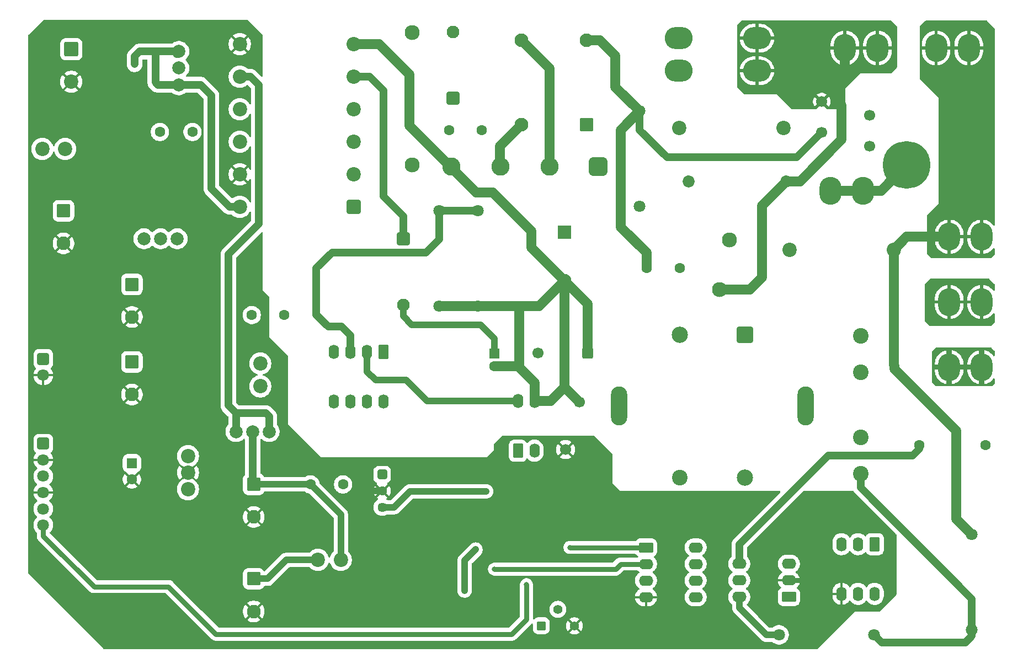
<source format=gbr>
%TF.GenerationSoftware,KiCad,Pcbnew,9.0.7*%
%TF.CreationDate,2026-02-24T00:50:47+09:00*%
%TF.ProjectId,POWER_BD_SV3,504f5745-525f-4424-945f-5356332e6b69,rev?*%
%TF.SameCoordinates,Original*%
%TF.FileFunction,Copper,L2,Bot*%
%TF.FilePolarity,Positive*%
%FSLAX46Y46*%
G04 Gerber Fmt 4.6, Leading zero omitted, Abs format (unit mm)*
G04 Created by KiCad (PCBNEW 9.0.7) date 2026-02-24 00:50:47*
%MOMM*%
%LPD*%
G01*
G04 APERTURE LIST*
G04 Aperture macros list*
%AMRoundRect*
0 Rectangle with rounded corners*
0 $1 Rounding radius*
0 $2 $3 $4 $5 $6 $7 $8 $9 X,Y pos of 4 corners*
0 Add a 4 corners polygon primitive as box body*
4,1,4,$2,$3,$4,$5,$6,$7,$8,$9,$2,$3,0*
0 Add four circle primitives for the rounded corners*
1,1,$1+$1,$2,$3*
1,1,$1+$1,$4,$5*
1,1,$1+$1,$6,$7*
1,1,$1+$1,$8,$9*
0 Add four rect primitives between the rounded corners*
20,1,$1+$1,$2,$3,$4,$5,0*
20,1,$1+$1,$4,$5,$6,$7,0*
20,1,$1+$1,$6,$7,$8,$9,0*
20,1,$1+$1,$8,$9,$2,$3,0*%
G04 Aperture macros list end*
%TA.AperFunction,ComponentPad*%
%ADD10RoundRect,0.291667X0.758333X-0.758333X0.758333X0.758333X-0.758333X0.758333X-0.758333X-0.758333X0*%
%TD*%
%TA.AperFunction,ComponentPad*%
%ADD11C,2.100000*%
%TD*%
%TA.AperFunction,ComponentPad*%
%ADD12RoundRect,0.286416X-0.413584X-0.413584X0.413584X-0.413584X0.413584X0.413584X-0.413584X0.413584X0*%
%TD*%
%TA.AperFunction,ComponentPad*%
%ADD13C,1.400000*%
%TD*%
%TA.AperFunction,ComponentPad*%
%ADD14RoundRect,0.250000X0.550000X-0.850000X0.550000X0.850000X-0.550000X0.850000X-0.550000X-0.850000X0*%
%TD*%
%TA.AperFunction,ComponentPad*%
%ADD15O,1.600000X2.200000*%
%TD*%
%TA.AperFunction,ComponentPad*%
%ADD16C,1.850000*%
%TD*%
%TA.AperFunction,ComponentPad*%
%ADD17C,2.200000*%
%TD*%
%TA.AperFunction,ComponentPad*%
%ADD18C,1.600000*%
%TD*%
%TA.AperFunction,ComponentPad*%
%ADD19RoundRect,0.262500X-0.787500X0.787500X-0.787500X-0.787500X0.787500X-0.787500X0.787500X0.787500X0*%
%TD*%
%TA.AperFunction,ComponentPad*%
%ADD20C,2.000000*%
%TD*%
%TA.AperFunction,ComponentPad*%
%ADD21RoundRect,0.500000X0.900000X0.900000X-0.900000X0.900000X-0.900000X-0.900000X0.900000X-0.900000X0*%
%TD*%
%TA.AperFunction,ComponentPad*%
%ADD22C,2.800000*%
%TD*%
%TA.AperFunction,ComponentPad*%
%ADD23RoundRect,0.216000X-0.684000X0.684000X-0.684000X-0.684000X0.684000X-0.684000X0.684000X0.684000X0*%
%TD*%
%TA.AperFunction,ComponentPad*%
%ADD24C,1.800000*%
%TD*%
%TA.AperFunction,ComponentPad*%
%ADD25C,1.700000*%
%TD*%
%TA.AperFunction,ComponentPad*%
%ADD26RoundRect,0.250000X-0.550000X0.550000X-0.550000X-0.550000X0.550000X-0.550000X0.550000X0.550000X0*%
%TD*%
%TA.AperFunction,ComponentPad*%
%ADD27O,3.400000X4.300000*%
%TD*%
%TA.AperFunction,ComponentPad*%
%ADD28RoundRect,0.250000X-0.600000X-0.600000X0.600000X-0.600000X0.600000X0.600000X-0.600000X0.600000X0*%
%TD*%
%TA.AperFunction,ComponentPad*%
%ADD29RoundRect,0.366667X0.733333X-0.733333X0.733333X0.733333X-0.733333X0.733333X-0.733333X-0.733333X0*%
%TD*%
%TA.AperFunction,ComponentPad*%
%ADD30RoundRect,0.250000X-0.475000X0.475000X-0.475000X-0.475000X0.475000X-0.475000X0.475000X0.475000X0*%
%TD*%
%TA.AperFunction,ComponentPad*%
%ADD31C,1.450000*%
%TD*%
%TA.AperFunction,ComponentPad*%
%ADD32RoundRect,0.250000X-0.800000X0.800000X-0.800000X-0.800000X0.800000X-0.800000X0.800000X0.800000X0*%
%TD*%
%TA.AperFunction,ComponentPad*%
%ADD33C,7.300000*%
%TD*%
%TA.AperFunction,ComponentPad*%
%ADD34O,4.300000X3.400000*%
%TD*%
%TA.AperFunction,ComponentPad*%
%ADD35C,2.300000*%
%TD*%
%TA.AperFunction,ComponentPad*%
%ADD36C,1.950000*%
%TD*%
%TA.AperFunction,ComponentPad*%
%ADD37RoundRect,0.243750X-0.731250X0.731250X-0.731250X-0.731250X0.731250X-0.731250X0.731250X0.731250X0*%
%TD*%
%TA.AperFunction,ComponentPad*%
%ADD38RoundRect,0.260417X0.989583X0.989583X-0.989583X0.989583X-0.989583X-0.989583X0.989583X-0.989583X0*%
%TD*%
%TA.AperFunction,ComponentPad*%
%ADD39C,2.500000*%
%TD*%
%TA.AperFunction,ComponentPad*%
%ADD40C,2.400000*%
%TD*%
%TA.AperFunction,ComponentPad*%
%ADD41O,2.500000X6.000000*%
%TD*%
%TA.AperFunction,ComponentPad*%
%ADD42RoundRect,0.250000X-0.550000X0.850000X-0.550000X-0.850000X0.550000X-0.850000X0.550000X0.850000X0*%
%TD*%
%TA.AperFunction,ComponentPad*%
%ADD43RoundRect,0.229167X-0.870833X0.870833X-0.870833X-0.870833X0.870833X-0.870833X0.870833X0.870833X0*%
%TD*%
%TA.AperFunction,ComponentPad*%
%ADD44RoundRect,0.243750X0.731250X-0.731250X0.731250X0.731250X-0.731250X0.731250X-0.731250X-0.731250X0*%
%TD*%
%TA.AperFunction,ComponentPad*%
%ADD45RoundRect,0.250000X-0.850000X-0.550000X0.850000X-0.550000X0.850000X0.550000X-0.850000X0.550000X0*%
%TD*%
%TA.AperFunction,ComponentPad*%
%ADD46O,2.200000X1.600000*%
%TD*%
%TA.AperFunction,ComponentPad*%
%ADD47RoundRect,0.250000X0.850000X0.550000X-0.850000X0.550000X-0.850000X-0.550000X0.850000X-0.550000X0*%
%TD*%
%TA.AperFunction,ViaPad*%
%ADD48C,0.800000*%
%TD*%
%TA.AperFunction,Conductor*%
%ADD49C,0.800000*%
%TD*%
%TA.AperFunction,Conductor*%
%ADD50C,1.200000*%
%TD*%
%TA.AperFunction,Conductor*%
%ADD51C,1.000000*%
%TD*%
%TA.AperFunction,Conductor*%
%ADD52C,1.500000*%
%TD*%
G04 APERTURE END LIST*
D10*
%TO.P,LF1,1,1*%
%TO.N,/L01*%
X86900000Y81200000D03*
D11*
%TO.P,LF1,2,2*%
%TO.N,Net-(C2-Pad2)*%
X86900000Y94200000D03*
%TO.P,LF1,3,3*%
%TO.N,Net-(D1-Pad2)*%
X76900000Y94200000D03*
%TO.P,LF1,4,4*%
%TO.N,Net-(D1-Pad3)*%
X76900000Y81200000D03*
%TD*%
D12*
%TO.P,RV2,1,1*%
%TO.N,+5V*%
X79930000Y4285000D03*
D13*
%TO.P,RV2,2,2*%
%TO.N,Net-(R27-Pad1)*%
X82470000Y6825000D03*
%TO.P,RV2,3,3*%
%TO.N,GND*%
X85010000Y4285000D03*
%TD*%
D14*
%TO.P,U3,1*%
%TO.N,+12V*%
X76330000Y31175000D03*
D15*
%TO.P,U3,2*%
%TO.N,Net-(R12-Pad1)*%
X78870000Y31175000D03*
%TO.P,U3,3*%
%TO.N,Earth*%
X78870000Y38795000D03*
%TO.P,U3,4*%
%TO.N,Net-(U1-FB)*%
X76330000Y38795000D03*
%TD*%
D16*
%TO.P,C3,1,1*%
%TO.N,/N01*%
X102500000Y72500000D03*
%TO.P,C3,2,2*%
%TO.N,/L01*%
X117500000Y72500000D03*
%TD*%
D17*
%TO.P,L3,1,1*%
%TO.N,Net-(D7-K)*%
X49150000Y14400000D03*
%TO.P,L3,2,2*%
%TO.N,+8V*%
X45650000Y14400000D03*
%TD*%
D18*
%TO.P,C18,1*%
%TO.N,Net-(C18-Pad1)*%
X49500000Y26000000D03*
%TO.P,C18,2*%
%TO.N,Net-(D7-K)*%
X44500000Y26000000D03*
%TD*%
D17*
%TO.P,C33,1,1*%
%TO.N,/L01*%
X117100000Y80700000D03*
%TO.P,C33,2,2*%
%TO.N,/N01*%
X101100000Y80700000D03*
%TD*%
%TO.P,U6,1,VI*%
%TO.N,+8V*%
X25700000Y25260000D03*
%TO.P,U6,2,GND*%
%TO.N,GND*%
X25700000Y27800000D03*
%TO.P,U6,3,VO*%
%TO.N,+5V*%
X25700000Y30340000D03*
%TD*%
D19*
%TO.P,C21,1*%
%TO.N,Net-(D6-K)*%
X17100000Y56700000D03*
D11*
%TO.P,C21,2*%
%TO.N,GND*%
X17100000Y51700000D03*
%TD*%
D20*
%TO.P,D6,1,A*%
%TO.N,Net-(T2-N2)*%
X18950000Y63700000D03*
%TO.P,D6,2,K*%
%TO.N,Net-(D6-K)*%
X21500000Y63700000D03*
%TO.P,D6,3,A*%
%TO.N,Net-(T2-N2)*%
X24050000Y63700000D03*
%TD*%
D21*
%TO.P,D1,1,+*%
%TO.N,Net-(D1-+)*%
X88650000Y74800000D03*
D22*
%TO.P,D1,2*%
%TO.N,Net-(D1-Pad2)*%
X81150000Y74800000D03*
%TO.P,D1,3*%
%TO.N,Net-(D1-Pad3)*%
X73650000Y74800000D03*
%TO.P,D1,4,-*%
%TO.N,Earth*%
X66150000Y74800000D03*
%TD*%
D23*
%TO.P,J2,1,1*%
%TO.N,+12V*%
X3500000Y32250000D03*
D24*
%TO.P,J2,2,2*%
%TO.N,GND*%
X3500000Y29750000D03*
%TO.P,J2,3,3*%
%TO.N,+5V*%
X3500000Y27250000D03*
%TO.P,J2,4,4*%
%TO.N,GND*%
X3500000Y24750000D03*
%TO.P,J2,5,5*%
%TO.N,unconnected-(J2-Pad5)*%
X3500000Y22250000D03*
%TO.P,J2,6,6*%
%TO.N,/PWM_PW*%
X3500000Y19750000D03*
%TD*%
D25*
%TO.P,C2,1*%
%TO.N,GNDPWR*%
X130285000Y77950000D03*
%TO.P,C2,2*%
%TO.N,Net-(C2-Pad2)*%
X122965000Y80050000D03*
%TD*%
D24*
%TO.P,R4,1*%
%TO.N,Earth*%
X64237500Y53400000D03*
%TO.P,R4,2*%
%TO.N,Net-(U1-CS)*%
X64237500Y68000000D03*
%TD*%
D26*
%TO.P,C10,1*%
%TO.N,Net-(D3-K)*%
X72700000Y46100000D03*
D18*
%TO.P,C10,2*%
%TO.N,Earth*%
X72700000Y44100000D03*
%TD*%
D27*
%TO.P,ACL2,1,Pin_1*%
%TO.N,/L01*%
X126500000Y93000000D03*
%TO.P,ACL2,2,Pin_2*%
X131500000Y93000000D03*
%TD*%
D25*
%TO.P,D4,1,K*%
%TO.N,Net-(D4-K)*%
X79390000Y46200000D03*
D28*
%TO.P,D4,2,A*%
%TO.N,Earth*%
X87010000Y46200000D03*
%TD*%
D18*
%TO.P,C7,1*%
%TO.N,Net-(D1-+)*%
X65800000Y80400000D03*
%TO.P,C7,2*%
%TO.N,Net-(D2-K)*%
X70800000Y80400000D03*
%TD*%
%TO.P,C16,1*%
%TO.N,Net-(C16-Pad1)*%
X21400000Y80100000D03*
%TO.P,C16,2*%
%TO.N,Net-(D5-K)*%
X26400000Y80100000D03*
%TD*%
D29*
%TO.P,T2,1,P0*%
%TO.N,Net-(D1-+)*%
X51150000Y68600000D03*
D17*
%TO.P,T2,2,P1*%
%TO.N,unconnected-(T2-P1-Pad2)*%
X51150000Y73600000D03*
%TO.P,T2,3,P2*%
%TO.N,Net-(D2-A)*%
X51150000Y78600000D03*
%TO.P,T2,4,NC1*%
%TO.N,unconnected-(T2-NC1-Pad4)*%
X51150000Y83600000D03*
%TO.P,T2,5,Vcc*%
%TO.N,Net-(D3-A)*%
X51150000Y88600000D03*
%TO.P,T2,6,Vcc_GND*%
%TO.N,Earth*%
X51150000Y93600000D03*
%TO.P,T2,7,N_GND1*%
%TO.N,GND*%
X33650000Y93600000D03*
%TO.P,T2,8,N1*%
%TO.N,Net-(T2-N1)*%
X33650000Y88600000D03*
%TO.P,T2,9,N2*%
%TO.N,Net-(T2-N2)*%
X33650000Y83600000D03*
%TO.P,T2,10,NC2*%
%TO.N,unconnected-(T2-NC2-Pad10)*%
X33650000Y78600000D03*
%TO.P,T2,11,N_GND2*%
%TO.N,GND*%
X33650000Y73600000D03*
%TO.P,T2,12,N3*%
%TO.N,Net-(T2-N3)*%
X33650000Y68600000D03*
%TD*%
D24*
%TO.P,R25,1*%
%TO.N,Net-(A2-Pin_1)*%
X146000000Y18300000D03*
%TO.P,R25,2*%
%TO.N,Net-(C31-Pad1)*%
X146000000Y3700000D03*
%TD*%
D17*
%TO.P,C32,1,1*%
%TO.N,/N01*%
X118000000Y62000000D03*
%TO.P,C32,2,2*%
%TO.N,Net-(A2-Pin_1)*%
X134000000Y62000000D03*
%TD*%
%TO.P,L2,1,1*%
%TO.N,Net-(D6-K)*%
X36800000Y44550000D03*
%TO.P,L2,2,2*%
%TO.N,+12V*%
X36800000Y41050000D03*
%TD*%
%TO.P,L1,1,1*%
%TO.N,Net-(D5-K)*%
X3350000Y77500000D03*
%TO.P,L1,2,2*%
%TO.N,+24V*%
X6850000Y77500000D03*
%TD*%
D24*
%TO.P,R3,1*%
%TO.N,Earth*%
X70200000Y53400000D03*
%TO.P,R3,2*%
%TO.N,Net-(U1-CS)*%
X70200000Y68000000D03*
%TD*%
D19*
%TO.P,C24,1*%
%TO.N,+12V*%
X17100000Y44800000D03*
D11*
%TO.P,C24,2*%
%TO.N,GND*%
X17100000Y39800000D03*
%TD*%
D30*
%TO.P,VR1,1*%
%TO.N,Net-(C19-Pad2)*%
X55500000Y27500000D03*
D31*
%TO.P,VR1,2*%
%TO.N,GND*%
X55500000Y25000000D03*
%TO.P,VR1,3*%
%TO.N,Net-(C15-Pad1)*%
X55500000Y22500000D03*
%TD*%
D32*
%TO.P,C4,1*%
%TO.N,Net-(D1-+)*%
X83500000Y64750000D03*
D11*
%TO.P,C4,2*%
%TO.N,Earth*%
X83500000Y57250000D03*
%TD*%
D20*
%TO.P,D5,1,A*%
%TO.N,Net-(T2-N3)*%
X24300000Y92450000D03*
%TO.P,D5,2,K*%
%TO.N,Net-(D5-K)*%
X24300000Y89900000D03*
%TO.P,D5,3,A*%
%TO.N,Net-(T2-N3)*%
X24300000Y87350000D03*
%TD*%
D27*
%TO.P,FG1,1,Pin_1*%
%TO.N,GNDPWR*%
X124300000Y71100000D03*
%TO.P,FG1,2,Pin_2*%
X129300000Y71100000D03*
%TD*%
D20*
%TO.P,D7,1,A*%
%TO.N,Net-(T2-N1)*%
X33075000Y34100000D03*
%TO.P,D7,2,K*%
%TO.N,Net-(D7-K)*%
X35625000Y34100000D03*
%TO.P,D7,3,A*%
%TO.N,Net-(T2-N1)*%
X38175000Y34100000D03*
%TD*%
D18*
%TO.P,C17,1*%
%TO.N,Net-(C17-Pad1)*%
X40500000Y52000000D03*
%TO.P,C17,2*%
%TO.N,Net-(D6-K)*%
X35500000Y52000000D03*
%TD*%
D33*
%TO.P,H2,1,1*%
%TO.N,GND*%
X16000000Y75000000D03*
%TD*%
D34*
%TO.P,ACN1,1,Pin_1*%
%TO.N,/N01*%
X101000000Y89500000D03*
%TO.P,ACN1,2,Pin_2*%
X101000000Y94500000D03*
%TD*%
D26*
%TO.P,C29,1*%
%TO.N,+5V*%
X17100000Y29250000D03*
D18*
%TO.P,C29,2*%
%TO.N,GND*%
X17100000Y26750000D03*
%TD*%
D33*
%TO.P,H3,1,1*%
%TO.N,GND*%
X16000000Y5000000D03*
%TD*%
%TO.P,H1,1,1*%
%TO.N,GNDPWR*%
X136000000Y75000000D03*
%TD*%
D35*
%TO.P,RV1,1,1*%
%TO.N,/N01*%
X108750000Y63510000D03*
%TO.P,RV1,2,2*%
%TO.N,/L01*%
X107250000Y55890000D03*
%TD*%
D36*
%TO.P,D2,1,K*%
%TO.N,Net-(D2-K)*%
X66400000Y95480000D03*
D37*
%TO.P,D2,2,A*%
%TO.N,Net-(D2-A)*%
X66400000Y85320000D03*
%TD*%
D25*
%TO.P,C1,1*%
%TO.N,/L01*%
X122955000Y84750000D03*
%TO.P,C1,2*%
%TO.N,GNDPWR*%
X130275000Y82650000D03*
%TD*%
D38*
%TO.P,T1,1,AA*%
%TO.N,/N01*%
X111200000Y49000000D03*
D39*
%TO.P,T1,2,AB*%
%TO.N,/L01*%
X101200000Y49000000D03*
D40*
%TO.P,T1,3,SA*%
%TO.N,Net-(T1-SA)*%
X101200000Y27000000D03*
D39*
%TO.P,T1,4,SB*%
%TO.N,Net-(T1-SB)*%
X111200000Y27000000D03*
D41*
%TO.P,T1,5*%
%TO.N,unconnected-(T1-Pad5)*%
X91900000Y38000000D03*
%TO.P,T1,6*%
%TO.N,unconnected-(T1-Pad6)*%
X120500000Y38000000D03*
%TD*%
D35*
%TO.P,R5,1*%
%TO.N,Net-(D1-+)*%
X60100000Y75040000D03*
%TO.P,R5,2*%
%TO.N,Net-(D2-K)*%
X60100000Y95360000D03*
%TD*%
D34*
%TO.P,ACL1,1,Pin_1*%
%TO.N,/L01*%
X113000000Y89500000D03*
%TO.P,ACL1,2,Pin_2*%
X113000000Y94500000D03*
%TD*%
D27*
%TO.P,A1,1,Pin_1*%
%TO.N,/N01*%
X142500000Y54000000D03*
%TO.P,A1,2,Pin_2*%
X147500000Y54000000D03*
%TD*%
D42*
%TO.P,U2,1*%
%TO.N,Net-(R2-Pad2)*%
X131070000Y16820000D03*
D15*
%TO.P,U2,2*%
%TO.N,Net-(T1-SA)*%
X128530000Y16820000D03*
%TO.P,U2,3*%
%TO.N,unconnected-(U2-Pad3)*%
X125990000Y16820000D03*
%TO.P,U2,4*%
%TO.N,GND*%
X125990000Y9200000D03*
%TO.P,U2,5*%
%TO.N,/ZVC*%
X128530000Y9200000D03*
%TO.P,U2,6*%
%TO.N,unconnected-(U2-Pad6)*%
X131070000Y9200000D03*
%TD*%
D27*
%TO.P,G1,1,Pin_1*%
%TO.N,Net-(G1-Pin_1)*%
X142500000Y44000000D03*
%TO.P,G1,2,Pin_2*%
X147500000Y44000000D03*
%TD*%
D24*
%TO.P,R24,1*%
%TO.N,Net-(R24-Pad1)*%
X116400000Y2900000D03*
%TO.P,R24,2*%
%TO.N,Net-(C31-Pad1)*%
X131000000Y2900000D03*
%TD*%
D27*
%TO.P,A2,1,Pin_1*%
%TO.N,Net-(A2-Pin_1)*%
X142500000Y64000000D03*
%TO.P,A2,2,Pin_2*%
X147500000Y64000000D03*
%TD*%
D18*
%TO.P,F2,1,1*%
%TO.N,/N01*%
X101140000Y59200000D03*
%TO.P,F2,2,2*%
%TO.N,Net-(C2-Pad2)*%
X96060000Y59200000D03*
%TD*%
D19*
%TO.P,C23,1*%
%TO.N,+24V*%
X6600000Y68000000D03*
D11*
%TO.P,C23,2*%
%TO.N,GND*%
X6600000Y63000000D03*
%TD*%
D43*
%TO.P,C20,1*%
%TO.N,Net-(D5-K)*%
X7800000Y92800000D03*
D17*
%TO.P,C20,2*%
%TO.N,GND*%
X7800000Y87800000D03*
%TD*%
D24*
%TO.P,R1,1*%
%TO.N,/L01*%
X95000000Y68700000D03*
%TO.P,R1,2*%
%TO.N,Net-(C2-Pad2)*%
X95000000Y83300000D03*
%TD*%
D36*
%TO.P,D3,1,K*%
%TO.N,Net-(D3-K)*%
X58725000Y53570000D03*
D44*
%TO.P,D3,2,A*%
%TO.N,Net-(D3-A)*%
X58725000Y63730000D03*
%TD*%
D40*
%TO.P,C31,1*%
%TO.N,Net-(C31-Pad1)*%
X128900000Y27600000D03*
%TO.P,C31,2*%
%TO.N,/N01*%
X128900000Y48800000D03*
%TO.P,C31,3*%
%TO.N,Net-(C31-Pad1)*%
X128900000Y33200000D03*
%TO.P,C31,4*%
%TO.N,/N01*%
X128900000Y43200000D03*
%TD*%
D19*
%TO.P,C25,1*%
%TO.N,+8V*%
X35800000Y11500000D03*
D11*
%TO.P,C25,2*%
%TO.N,GND*%
X35800000Y6500000D03*
%TD*%
D45*
%TO.P,U4,1,(PCINT5/RESET\u002A/ADC0/dW)_PB5*%
%TO.N,Net-(U4-(PCINT5{slash}RESET\u002A{slash}ADC0{slash}dW)_PB5)*%
X95990000Y16310000D03*
D46*
%TO.P,U4,2,(PCINT3/XTAL1/CLKI/OC1B\u002A/ADC3)_PB3*%
%TO.N,Net-(U4-(PCINT3{slash}XTAL1{slash}CLKI{slash}OC1B\u002A{slash}ADC3)_PB3)*%
X95990000Y13770000D03*
%TO.P,U4,3,(PCINT4/XTAL2/CLKO/OC1B/ADC2)_PB4*%
%TO.N,Net-(U4-(PCINT4{slash}XTAL2{slash}CLKO{slash}OC1B{slash}ADC2)_PB4)*%
X95990000Y11230000D03*
%TO.P,U4,4,GND*%
%TO.N,GND*%
X95990000Y8690000D03*
%TO.P,U4,5,PB0_(MOSI/DI/SDA/AIN0/OC0A/OC1A/AREF/PCINT0)*%
%TO.N,Net-(U4-PB0_(MOSI{slash}DI{slash}SDA{slash}AIN0{slash}OC0A{slash}OC1A{slash}AREF{slash}PCINT0))*%
X103610000Y8690000D03*
%TO.P,U4,6,PB1_(MISO/DO/AIN1/OC0B/OC1A\u002A/PCINT1)*%
%TO.N,Net-(U4-PB1_(MISO{slash}DO{slash}AIN1{slash}OC0B{slash}OC1A\u002A{slash}PCINT1))*%
X103610000Y11230000D03*
%TO.P,U4,7,PB2_(SCK/USCK/SCL/ADC1/T0/INT0/PCINT2)*%
%TO.N,/ZVC*%
X103610000Y13770000D03*
%TO.P,U4,8,VCC*%
%TO.N,+5V*%
X103610000Y16310000D03*
%TD*%
D47*
%TO.P,U5,1*%
%TO.N,Net-(R23-Pad2)*%
X117910000Y8724000D03*
D46*
%TO.P,U5,2*%
%TO.N,GND*%
X117910000Y11264000D03*
%TO.P,U5,3*%
%TO.N,unconnected-(U5-Pad3)*%
X117910000Y13804000D03*
%TO.P,U5,4*%
%TO.N,Net-(G1-Pin_1)*%
X110290000Y13804000D03*
%TO.P,U5,5*%
%TO.N,unconnected-(U5-Pad5)*%
X110290000Y11264000D03*
%TO.P,U5,6*%
%TO.N,Net-(R24-Pad1)*%
X110290000Y8724000D03*
%TD*%
D23*
%TO.P,J3,1,1*%
%TO.N,+24V*%
X3500000Y45250000D03*
D24*
%TO.P,J3,2,2*%
%TO.N,GND*%
X3500000Y42750000D03*
%TD*%
D42*
%TO.P,U1,1,BA*%
%TO.N,Net-(U1-BA)*%
X55710000Y46310000D03*
D15*
%TO.P,U1,2,FB*%
%TO.N,Net-(U1-FB)*%
X53170000Y46310000D03*
%TO.P,U1,3,CS*%
%TO.N,Net-(U1-CS)*%
X50630000Y46310000D03*
%TO.P,U1,4,DRAIN_1*%
%TO.N,Net-(D2-A)*%
X48090000Y46310000D03*
%TO.P,U1,5,DRAIN_2*%
X48090000Y38690000D03*
%TO.P,U1,6,N.C*%
%TO.N,unconnected-(U1-N.C-Pad6)*%
X50630000Y38690000D03*
%TO.P,U1,7,VCC*%
%TO.N,Net-(U1-VCC)*%
X53170000Y38690000D03*
%TO.P,U1,8,GND*%
%TO.N,Earth*%
X55710000Y38690000D03*
%TD*%
D18*
%TO.P,R26,1*%
%TO.N,Net-(G1-Pin_1)*%
X137920000Y32000000D03*
%TO.P,R26,2*%
%TO.N,/N01*%
X148080000Y32000000D03*
%TD*%
D27*
%TO.P,ACN2,1,Pin_1*%
%TO.N,Net-(A2-Pin_1)*%
X140500000Y93000000D03*
%TO.P,ACN2,2,Pin_2*%
X145500000Y93000000D03*
%TD*%
D19*
%TO.P,C22,1*%
%TO.N,Net-(D7-K)*%
X35800000Y26000000D03*
D11*
%TO.P,C22,2*%
%TO.N,GND*%
X35800000Y21000000D03*
%TD*%
D25*
%TO.P,C14,1*%
%TO.N,Earth*%
X85750000Y38660000D03*
%TO.P,C14,2*%
%TO.N,GND*%
X83650000Y31340000D03*
%TD*%
D48*
%TO.N,GND*%
X121440000Y16820000D03*
%TO.N,Net-(U4-(PCINT5{slash}RESET\u002A{slash}ADC0{slash}dW)_PB5)*%
X84320000Y16310000D03*
%TO.N,Net-(U4-(PCINT3{slash}XTAL1{slash}CLKI{slash}OC1B\u002A{slash}ADC3)_PB3)*%
X72740000Y12980000D03*
%TO.N,/PWM_PW*%
X77640000Y10600000D03*
%TO.N,+5V*%
X68160000Y9710000D03*
X69820000Y15990000D03*
%TO.N,GND*%
X51990000Y18510000D03*
%TO.N,Net-(C15-Pad1)*%
X71470000Y24940000D03*
%TO.N,Net-(D3-K)*%
X63010000Y50480000D03*
%TO.N,Net-(T2-N3)*%
X17500000Y90500000D03*
%TD*%
D49*
%TO.N,GND*%
X120294000Y11264000D02*
X121440000Y12410000D01*
X117910000Y11264000D02*
X120294000Y11264000D01*
X121440000Y12410000D02*
X121440000Y16820000D01*
D50*
%TO.N,Net-(C31-Pad1)*%
X128900000Y25520000D02*
X146000000Y8420000D01*
X146000000Y8420000D02*
X146000000Y3700000D01*
X128900000Y27600000D02*
X128900000Y25520000D01*
%TO.N,Net-(G1-Pin_1)*%
X136930000Y30460000D02*
X137920000Y31450000D01*
X123960000Y30460000D02*
X136930000Y30460000D01*
X110290000Y16790000D02*
X123960000Y30460000D01*
D51*
X137920000Y31450000D02*
X137920000Y32000000D01*
D50*
X110290000Y13804000D02*
X110290000Y16790000D01*
D51*
%TO.N,Net-(R24-Pad1)*%
X114470000Y2900000D02*
X116400000Y2900000D01*
X110290000Y8724000D02*
X110290000Y7080000D01*
X110290000Y7080000D02*
X114470000Y2900000D01*
D49*
%TO.N,Net-(U4-(PCINT5{slash}RESET\u002A{slash}ADC0{slash}dW)_PB5)*%
X95990000Y16310000D02*
X84320000Y16310000D01*
%TO.N,Net-(U4-(PCINT3{slash}XTAL1{slash}CLKI{slash}OC1B\u002A{slash}ADC3)_PB3)*%
X92100000Y13770000D02*
X95990000Y13770000D01*
X91310000Y12980000D02*
X92100000Y13770000D01*
X72740000Y12980000D02*
X91310000Y12980000D01*
%TO.N,/PWM_PW*%
X22700000Y10300000D02*
X29990000Y3010000D01*
X11300000Y10300000D02*
X22700000Y10300000D01*
X77640000Y5260000D02*
X77640000Y10600000D01*
X3500000Y18100000D02*
X11300000Y10300000D01*
X29990000Y3010000D02*
X75390000Y3010000D01*
X3500000Y19750000D02*
X3500000Y18100000D01*
X75390000Y3010000D02*
X77640000Y5260000D01*
D51*
%TO.N,+5V*%
X68160000Y14330000D02*
X68160000Y9710000D01*
X69820000Y15990000D02*
X68160000Y14330000D01*
%TO.N,GND*%
X51990000Y23940000D02*
X51990000Y18510000D01*
X53040000Y24990000D02*
X51990000Y23940000D01*
X54040000Y24990000D02*
X53040000Y24990000D01*
X55500000Y25000000D02*
X54050000Y25000000D01*
X54050000Y25000000D02*
X54040000Y24990000D01*
%TO.N,Net-(C15-Pad1)*%
X55500000Y22500000D02*
X57340000Y22500000D01*
X57340000Y22500000D02*
X59780000Y24940000D01*
X59780000Y24940000D02*
X71470000Y24940000D01*
D50*
%TO.N,Net-(T2-N1)*%
X38175000Y36405000D02*
X37665000Y36915000D01*
X38175000Y34100000D02*
X38175000Y36405000D01*
X33075000Y36915000D02*
X37665000Y36915000D01*
X33075000Y36915000D02*
X33075000Y34100000D01*
X31900000Y61300000D02*
X31900000Y38090000D01*
X35300000Y88600000D02*
X36600000Y87300000D01*
X36600000Y87300000D02*
X36600000Y66000000D01*
X33650000Y88600000D02*
X35300000Y88600000D01*
X36600000Y66000000D02*
X31900000Y61300000D01*
X31900000Y38090000D02*
X33075000Y36915000D01*
%TO.N,Net-(D7-K)*%
X35625000Y26175000D02*
X35800000Y26000000D01*
X35625000Y34100000D02*
X35625000Y26175000D01*
D51*
X49150000Y21350000D02*
X44500000Y26000000D01*
X49150000Y14400000D02*
X49150000Y21350000D01*
X35800000Y26000000D02*
X44500000Y26000000D01*
D52*
%TO.N,Net-(A2-Pin_1)*%
X143600000Y34200000D02*
X134100000Y43700000D01*
X136000000Y64000000D02*
X134000000Y62000000D01*
X146000000Y18300000D02*
X143600000Y20700000D01*
X142500000Y64000000D02*
X136000000Y64000000D01*
X134100000Y43700000D02*
X134100000Y44200000D01*
X134100000Y44200000D02*
X134000000Y44300000D01*
X134000000Y44300000D02*
X134000000Y62000000D01*
X143600000Y20700000D02*
X143600000Y34200000D01*
%TO.N,/L01*%
X113800000Y68800000D02*
X117500000Y72500000D01*
X117500000Y72500000D02*
X119600000Y72500000D01*
X126500000Y88000000D02*
X126500000Y93000000D01*
X126000000Y84200000D02*
X125600000Y84600000D01*
X111890000Y55890000D02*
X113800000Y57800000D01*
X125600000Y84600000D02*
X125600000Y87100000D01*
X125600000Y87100000D02*
X126500000Y88000000D01*
X107250000Y55890000D02*
X111890000Y55890000D01*
X113800000Y57800000D02*
X113800000Y68800000D01*
X126000000Y78900000D02*
X126000000Y84200000D01*
X119600000Y72500000D02*
X126000000Y78900000D01*
%TO.N,GNDPWR*%
X132100000Y71100000D02*
X136000000Y75000000D01*
X124300000Y71100000D02*
X129300000Y71100000D01*
X129300000Y71100000D02*
X132100000Y71100000D01*
%TO.N,Net-(C2-Pad2)*%
X95000000Y83300000D02*
X91300000Y87000000D01*
D50*
X99200000Y76200000D02*
X95000000Y80400000D01*
D52*
X96060000Y61540000D02*
X92100000Y65500000D01*
X91300000Y91800000D02*
X88900000Y94200000D01*
X92100000Y65500000D02*
X92100000Y80400000D01*
D50*
X122965000Y80050000D02*
X119115000Y76200000D01*
D52*
X96060000Y59200000D02*
X96060000Y61540000D01*
X91300000Y87000000D02*
X91300000Y91800000D01*
X88900000Y94200000D02*
X86900000Y94200000D01*
X92100000Y80400000D02*
X95000000Y83300000D01*
D50*
X95000000Y80400000D02*
X95000000Y83300000D01*
X119115000Y76200000D02*
X99200000Y76200000D01*
D52*
%TO.N,Earth*%
X59700000Y88900000D02*
X55000000Y93600000D01*
X87010000Y53740000D02*
X83500000Y57250000D01*
X55000000Y93600000D02*
X51150000Y93600000D01*
X69970000Y70800000D02*
X72500000Y70800000D01*
X85750000Y38660000D02*
X83500000Y40910000D01*
X83500000Y40910000D02*
X83500000Y57250000D01*
X78870000Y38795000D02*
X81385000Y38795000D01*
X83450000Y57250000D02*
X83500000Y57250000D01*
X72500000Y70800000D02*
X78400000Y64900000D01*
X72700000Y44100000D02*
X76200000Y44100000D01*
X64237500Y53400000D02*
X70200000Y53400000D01*
X76200000Y44100000D02*
X76400000Y44100000D01*
X76400000Y44100000D02*
X78870000Y41630000D01*
X76200000Y44100000D02*
X76500000Y44400000D01*
X81385000Y38795000D02*
X83500000Y40910000D01*
X59700000Y81070000D02*
X59700000Y88900000D01*
X78400000Y62350000D02*
X83500000Y57250000D01*
X79600000Y53400000D02*
X83450000Y57250000D01*
X87010000Y46200000D02*
X87010000Y53740000D01*
X65970000Y74800000D02*
X69970000Y70800000D01*
X76400000Y53400000D02*
X76500000Y53300000D01*
X70200000Y53400000D02*
X76400000Y53400000D01*
X65970000Y74800000D02*
X59700000Y81070000D01*
X78400000Y64900000D02*
X78400000Y62350000D01*
X76600000Y53400000D02*
X79600000Y53400000D01*
X76500000Y53300000D02*
X76600000Y53400000D01*
X76500000Y44400000D02*
X76500000Y53300000D01*
X78870000Y41630000D02*
X78870000Y38795000D01*
X83200000Y57200000D02*
X83250000Y57250000D01*
D51*
%TO.N,Net-(U1-FB)*%
X54510000Y41980000D02*
X53170000Y43320000D01*
X62375000Y38795000D02*
X59190000Y41980000D01*
X53170000Y43320000D02*
X53170000Y46310000D01*
X59190000Y41980000D02*
X54510000Y41980000D01*
X76330000Y38795000D02*
X62375000Y38795000D01*
%TO.N,Net-(D3-K)*%
X58725000Y51815000D02*
X60060000Y50480000D01*
X63010000Y50480000D02*
X70630000Y50480000D01*
X58725000Y53570000D02*
X58725000Y51815000D01*
X72700000Y48410000D02*
X72700000Y46100000D01*
X70630000Y50480000D02*
X72700000Y48410000D01*
X60060000Y50480000D02*
X63010000Y50480000D01*
%TO.N,+8V*%
X37900000Y11500000D02*
X40800000Y14400000D01*
X40800000Y14400000D02*
X45650000Y14400000D01*
X35800000Y11500000D02*
X37800000Y11500000D01*
X35800000Y11500000D02*
X37900000Y11500000D01*
D50*
%TO.N,Net-(C31-Pad1)*%
X146000000Y2700000D02*
X146000000Y3700000D01*
X131000000Y2900000D02*
X132200000Y1700000D01*
X145000000Y1700000D02*
X146000000Y2700000D01*
X132200000Y1700000D02*
X145000000Y1700000D01*
D52*
%TO.N,Net-(D1-Pad3)*%
X73590000Y77890000D02*
X76900000Y81200000D01*
X73590000Y74800000D02*
X73590000Y77890000D01*
%TO.N,Net-(D1-Pad2)*%
X81210000Y89890000D02*
X81210000Y74800000D01*
X76900000Y94200000D02*
X81210000Y89890000D01*
D51*
%TO.N,Net-(D2-A)*%
X48090000Y38690000D02*
X48000000Y38780000D01*
D50*
%TO.N,Net-(D3-A)*%
X55700000Y70200000D02*
X55700000Y86500000D01*
X58725000Y63730000D02*
X58725000Y67175000D01*
X55700000Y86500000D02*
X53600000Y88600000D01*
X58725000Y67175000D02*
X55700000Y70200000D01*
X53600000Y88600000D02*
X51150000Y88600000D01*
%TO.N,Net-(U1-CS)*%
X47800000Y61600000D02*
X62200000Y61600000D01*
X50630000Y48870000D02*
X49300000Y50200000D01*
X45400000Y59200000D02*
X47800000Y61600000D01*
X64237500Y68000000D02*
X70200000Y68000000D01*
X47200000Y50200000D02*
X45400000Y52000000D01*
X49300000Y50200000D02*
X47200000Y50200000D01*
X50630000Y46310000D02*
X50630000Y48870000D01*
X64237500Y63637500D02*
X64237500Y68000000D01*
X62200000Y61600000D02*
X64237500Y63637500D01*
X45400000Y52000000D02*
X45400000Y59200000D01*
%TO.N,Net-(T2-N3)*%
X23950000Y92100000D02*
X24300000Y92450000D01*
X21050000Y87350000D02*
X20700000Y87700000D01*
X29300000Y71400000D02*
X32100000Y68600000D01*
X32100000Y68600000D02*
X33650000Y68600000D01*
X24300000Y87350000D02*
X27650000Y87350000D01*
X27650000Y87350000D02*
X29300000Y85700000D01*
X17500000Y91700000D02*
X18250000Y92450000D01*
X24300000Y87350000D02*
X21050000Y87350000D01*
X20700000Y87700000D02*
X20700000Y92300000D01*
X20700000Y92300000D02*
X20850000Y92450000D01*
X17500000Y90500000D02*
X17500000Y91700000D01*
X18250000Y92450000D02*
X20850000Y92450000D01*
X29300000Y85700000D02*
X29300000Y71400000D01*
X20850000Y92450000D02*
X24300000Y92450000D01*
%TD*%
%TA.AperFunction,Conductor*%
%TO.N,Net-(A2-Pin_1)*%
G36*
X148315677Y97180315D02*
G01*
X148336319Y97163681D01*
X149463181Y96036819D01*
X149496666Y95975496D01*
X149499500Y95949138D01*
X149499500Y65823388D01*
X149479815Y65756349D01*
X149427011Y65710594D01*
X149357853Y65700650D01*
X149294297Y65729675D01*
X149277124Y65747902D01*
X149157597Y65903671D01*
X149157591Y65903678D01*
X148953678Y66107591D01*
X148953671Y66107597D01*
X148724876Y66283158D01*
X148475126Y66427351D01*
X148475116Y66427355D01*
X148208682Y66537716D01*
X147930118Y66612357D01*
X147750000Y66636069D01*
X147750000Y64883197D01*
X147590120Y64915000D01*
X147409880Y64915000D01*
X147250000Y64883197D01*
X147250000Y66636070D01*
X147069881Y66612357D01*
X146791317Y66537716D01*
X146524883Y66427355D01*
X146524873Y66427351D01*
X146275123Y66283158D01*
X146046328Y66107597D01*
X146046321Y66107591D01*
X145842408Y65903678D01*
X145842402Y65903671D01*
X145666841Y65674876D01*
X145522648Y65425126D01*
X145522644Y65425116D01*
X145412283Y65158682D01*
X145337643Y64880118D01*
X145300000Y64594203D01*
X145300000Y64250000D01*
X146616802Y64250000D01*
X146585000Y64090120D01*
X146585000Y63909880D01*
X146616802Y63750000D01*
X145300000Y63750000D01*
X145300000Y63405796D01*
X145337643Y63119881D01*
X145412283Y62841317D01*
X145522644Y62574883D01*
X145522648Y62574873D01*
X145666841Y62325123D01*
X145842402Y62096328D01*
X145842408Y62096321D01*
X146046321Y61892408D01*
X146046328Y61892402D01*
X146275123Y61716841D01*
X146524873Y61572648D01*
X146524883Y61572644D01*
X146791317Y61462283D01*
X147069881Y61387643D01*
X147249999Y61363928D01*
X147250000Y61363928D01*
X147250000Y63116802D01*
X147409880Y63085000D01*
X147590120Y63085000D01*
X147750000Y63116802D01*
X147750000Y61363928D01*
X147930118Y61387643D01*
X148208682Y61462283D01*
X148475116Y61572644D01*
X148475126Y61572648D01*
X148724876Y61716841D01*
X148953671Y61892402D01*
X148953678Y61892408D01*
X149157591Y62096321D01*
X149277124Y62252098D01*
X149333552Y62293300D01*
X149403299Y62297455D01*
X149464219Y62263242D01*
X149496971Y62201525D01*
X149499500Y62176611D01*
X149499500Y61350862D01*
X149479815Y61283823D01*
X149463181Y61263181D01*
X148936319Y60736319D01*
X148874996Y60702834D01*
X148848638Y60700000D01*
X139851362Y60700000D01*
X139784323Y60719685D01*
X139763681Y60736319D01*
X139136319Y61363681D01*
X139102834Y61425004D01*
X139100000Y61451362D01*
X139100000Y64594203D01*
X140300000Y64594203D01*
X140300000Y64250000D01*
X141616802Y64250000D01*
X141585000Y64090120D01*
X141585000Y63909880D01*
X141616802Y63750000D01*
X140300000Y63750000D01*
X140300000Y63405796D01*
X140337643Y63119881D01*
X140412283Y62841317D01*
X140522644Y62574883D01*
X140522648Y62574873D01*
X140666841Y62325123D01*
X140842402Y62096328D01*
X140842408Y62096321D01*
X141046321Y61892408D01*
X141046328Y61892402D01*
X141275123Y61716841D01*
X141524873Y61572648D01*
X141524883Y61572644D01*
X141791317Y61462283D01*
X142069881Y61387643D01*
X142249999Y61363928D01*
X142250000Y61363928D01*
X142250000Y63116802D01*
X142409880Y63085000D01*
X142590120Y63085000D01*
X142750000Y63116802D01*
X142750000Y61363928D01*
X142930118Y61387643D01*
X143208682Y61462283D01*
X143475116Y61572644D01*
X143475126Y61572648D01*
X143724876Y61716841D01*
X143953671Y61892402D01*
X143953678Y61892408D01*
X144157591Y62096321D01*
X144157597Y62096328D01*
X144333158Y62325123D01*
X144477351Y62574873D01*
X144477355Y62574883D01*
X144587716Y62841317D01*
X144662356Y63119881D01*
X144699999Y63405796D01*
X144700000Y63405810D01*
X144700000Y63750000D01*
X143383198Y63750000D01*
X143415000Y63909880D01*
X143415000Y64090120D01*
X143383198Y64250000D01*
X144700000Y64250000D01*
X144700000Y64594189D01*
X144699999Y64594203D01*
X144662356Y64880118D01*
X144587716Y65158682D01*
X144477355Y65425116D01*
X144477351Y65425126D01*
X144333158Y65674876D01*
X144157597Y65903671D01*
X144157591Y65903678D01*
X143953678Y66107591D01*
X143953671Y66107597D01*
X143724876Y66283158D01*
X143475126Y66427351D01*
X143475116Y66427355D01*
X143208682Y66537716D01*
X142930118Y66612357D01*
X142750000Y66636069D01*
X142750000Y64883197D01*
X142590120Y64915000D01*
X142409880Y64915000D01*
X142250000Y64883197D01*
X142250000Y66636070D01*
X142069881Y66612357D01*
X141791317Y66537716D01*
X141524883Y66427355D01*
X141524873Y66427351D01*
X141275123Y66283158D01*
X141046328Y66107597D01*
X141046321Y66107591D01*
X140842408Y65903678D01*
X140842402Y65903671D01*
X140666841Y65674876D01*
X140522648Y65425126D01*
X140522644Y65425116D01*
X140412283Y65158682D01*
X140337643Y64880118D01*
X140300000Y64594203D01*
X139100000Y64594203D01*
X139100000Y67248638D01*
X139119685Y67315677D01*
X139136319Y67336319D01*
X140900000Y69100000D01*
X140900000Y85399999D01*
X140900000Y85400000D01*
X138036319Y88263681D01*
X138002834Y88325004D01*
X138000000Y88351362D01*
X138000000Y93594203D01*
X138300000Y93594203D01*
X138300000Y93250000D01*
X139616802Y93250000D01*
X139585000Y93090120D01*
X139585000Y92909880D01*
X139616802Y92750000D01*
X138300000Y92750000D01*
X138300000Y92405796D01*
X138337643Y92119881D01*
X138412283Y91841317D01*
X138522644Y91574883D01*
X138522648Y91574873D01*
X138666841Y91325123D01*
X138842402Y91096328D01*
X138842408Y91096321D01*
X139046321Y90892408D01*
X139046328Y90892402D01*
X139275123Y90716841D01*
X139524873Y90572648D01*
X139524883Y90572644D01*
X139791317Y90462283D01*
X140069881Y90387643D01*
X140249999Y90363928D01*
X140250000Y90363928D01*
X140250000Y92116802D01*
X140409880Y92085000D01*
X140590120Y92085000D01*
X140750000Y92116802D01*
X140750000Y90363928D01*
X140930118Y90387643D01*
X141208682Y90462283D01*
X141475116Y90572644D01*
X141475126Y90572648D01*
X141724876Y90716841D01*
X141953671Y90892402D01*
X141953678Y90892408D01*
X142157591Y91096321D01*
X142157597Y91096328D01*
X142333158Y91325123D01*
X142477351Y91574873D01*
X142477355Y91574883D01*
X142587716Y91841317D01*
X142662356Y92119881D01*
X142699999Y92405796D01*
X142700000Y92405810D01*
X142700000Y92750000D01*
X141383198Y92750000D01*
X141415000Y92909880D01*
X141415000Y93090120D01*
X141383198Y93250000D01*
X142700000Y93250000D01*
X142700000Y93594189D01*
X142699999Y93594203D01*
X143300000Y93594203D01*
X143300000Y93250000D01*
X144616802Y93250000D01*
X144585000Y93090120D01*
X144585000Y92909880D01*
X144616802Y92750000D01*
X143300000Y92750000D01*
X143300000Y92405796D01*
X143337643Y92119881D01*
X143412283Y91841317D01*
X143522644Y91574883D01*
X143522648Y91574873D01*
X143666841Y91325123D01*
X143842402Y91096328D01*
X143842408Y91096321D01*
X144046321Y90892408D01*
X144046328Y90892402D01*
X144275123Y90716841D01*
X144524873Y90572648D01*
X144524883Y90572644D01*
X144791317Y90462283D01*
X145069881Y90387643D01*
X145249999Y90363928D01*
X145250000Y90363928D01*
X145250000Y92116802D01*
X145409880Y92085000D01*
X145590120Y92085000D01*
X145750000Y92116802D01*
X145750000Y90363928D01*
X145930118Y90387643D01*
X146208682Y90462283D01*
X146475116Y90572644D01*
X146475126Y90572648D01*
X146724876Y90716841D01*
X146953671Y90892402D01*
X146953678Y90892408D01*
X147157591Y91096321D01*
X147157597Y91096328D01*
X147333158Y91325123D01*
X147477351Y91574873D01*
X147477355Y91574883D01*
X147587716Y91841317D01*
X147662356Y92119881D01*
X147699999Y92405796D01*
X147700000Y92405810D01*
X147700000Y92750000D01*
X146383198Y92750000D01*
X146415000Y92909880D01*
X146415000Y93090120D01*
X146383198Y93250000D01*
X147700000Y93250000D01*
X147700000Y93594189D01*
X147699999Y93594203D01*
X147662356Y93880118D01*
X147587716Y94158682D01*
X147477355Y94425116D01*
X147477351Y94425126D01*
X147333158Y94674876D01*
X147157597Y94903671D01*
X147157591Y94903678D01*
X146953678Y95107591D01*
X146953671Y95107597D01*
X146724876Y95283158D01*
X146475126Y95427351D01*
X146475116Y95427355D01*
X146208682Y95537716D01*
X145930118Y95612357D01*
X145750000Y95636069D01*
X145750000Y93883197D01*
X145590120Y93915000D01*
X145409880Y93915000D01*
X145250000Y93883197D01*
X145250000Y95636070D01*
X145069881Y95612357D01*
X144791317Y95537716D01*
X144524883Y95427355D01*
X144524873Y95427351D01*
X144275123Y95283158D01*
X144046328Y95107597D01*
X144046321Y95107591D01*
X143842408Y94903678D01*
X143842402Y94903671D01*
X143666841Y94674876D01*
X143522648Y94425126D01*
X143522644Y94425116D01*
X143412283Y94158682D01*
X143337643Y93880118D01*
X143300000Y93594203D01*
X142699999Y93594203D01*
X142662356Y93880118D01*
X142587716Y94158682D01*
X142477355Y94425116D01*
X142477351Y94425126D01*
X142333158Y94674876D01*
X142157597Y94903671D01*
X142157591Y94903678D01*
X141953678Y95107591D01*
X141953671Y95107597D01*
X141724876Y95283158D01*
X141475126Y95427351D01*
X141475116Y95427355D01*
X141208682Y95537716D01*
X140930118Y95612357D01*
X140750000Y95636069D01*
X140750000Y93883197D01*
X140590120Y93915000D01*
X140409880Y93915000D01*
X140250000Y93883197D01*
X140250000Y95636070D01*
X140069881Y95612357D01*
X139791317Y95537716D01*
X139524883Y95427355D01*
X139524873Y95427351D01*
X139275123Y95283158D01*
X139046328Y95107597D01*
X139046321Y95107591D01*
X138842408Y94903678D01*
X138842402Y94903671D01*
X138666841Y94674876D01*
X138522648Y94425126D01*
X138522644Y94425116D01*
X138412283Y94158682D01*
X138337643Y93880118D01*
X138300000Y93594203D01*
X138000000Y93594203D01*
X138000000Y96248638D01*
X138019685Y96315677D01*
X138036319Y96336319D01*
X138863681Y97163681D01*
X138925004Y97197166D01*
X138951362Y97200000D01*
X148248638Y97200000D01*
X148315677Y97180315D01*
G37*
%TD.AperFunction*%
%TD*%
%TA.AperFunction,Conductor*%
%TO.N,/L01*%
G36*
X133615677Y97180315D02*
G01*
X133636319Y97163681D01*
X134463681Y96336319D01*
X134497166Y96274996D01*
X134500000Y96248638D01*
X134500000Y90051362D01*
X134480315Y89984323D01*
X134463681Y89963681D01*
X133636319Y89136319D01*
X133574996Y89102834D01*
X133548638Y89100000D01*
X128900000Y89100000D01*
X128899999Y89099999D01*
X126600000Y86800000D01*
X126600000Y84651362D01*
X126580315Y84584323D01*
X126563681Y84563681D01*
X125636319Y83636319D01*
X125574996Y83602834D01*
X125548638Y83600000D01*
X123756282Y83600000D01*
X123755566Y83600536D01*
X123754645Y83600807D01*
X123747352Y83606683D01*
X123737163Y83614308D01*
X123737088Y83614357D01*
X123734031Y83617412D01*
X123734027Y83617418D01*
X123734013Y83617432D01*
X123734003Y83617441D01*
X123035419Y84316026D01*
X123124834Y84339985D01*
X123225166Y84397912D01*
X123307088Y84479834D01*
X123365015Y84580166D01*
X123388973Y84669579D01*
X124070269Y83988282D01*
X124070270Y83988282D01*
X124109624Y84042449D01*
X124206095Y84231782D01*
X124271757Y84433869D01*
X124271757Y84433872D01*
X124305000Y84643753D01*
X124305000Y84856246D01*
X124271757Y85066127D01*
X124271757Y85066130D01*
X124206095Y85268217D01*
X124109622Y85457554D01*
X124070270Y85511716D01*
X124070270Y85511717D01*
X123388973Y84830420D01*
X123365015Y84919834D01*
X123307088Y85020166D01*
X123225166Y85102088D01*
X123124834Y85160015D01*
X123035419Y85183973D01*
X123716717Y85865270D01*
X123662554Y85904622D01*
X123473217Y86001095D01*
X123271129Y86066757D01*
X123061246Y86100000D01*
X122848754Y86100000D01*
X122638872Y86066757D01*
X122638869Y86066757D01*
X122436782Y86001095D01*
X122247449Y85904624D01*
X122193282Y85865270D01*
X122193282Y85865269D01*
X122874580Y85183973D01*
X122785166Y85160015D01*
X122684834Y85102088D01*
X122602912Y85020166D01*
X122544985Y84919834D01*
X122521026Y84830419D01*
X121839728Y85511716D01*
X121800375Y85457550D01*
X121703904Y85268217D01*
X121638242Y85066130D01*
X121638242Y85066127D01*
X121605000Y84856246D01*
X121605000Y84643753D01*
X121638242Y84433872D01*
X121638242Y84433869D01*
X121703904Y84231782D01*
X121800380Y84042439D01*
X121839727Y83988282D01*
X121839728Y83988282D01*
X122521026Y84669580D01*
X122544985Y84580166D01*
X122602912Y84479834D01*
X122684834Y84397912D01*
X122785166Y84339985D01*
X122874580Y84316026D01*
X122172940Y83614386D01*
X122146594Y83600000D01*
X118351362Y83600000D01*
X118284323Y83619685D01*
X118263681Y83636319D01*
X116136319Y85763681D01*
X116102834Y85825004D01*
X116100000Y85851362D01*
X116100000Y85900000D01*
X111051362Y85900000D01*
X110984323Y85919685D01*
X110963681Y85936319D01*
X110036319Y86863681D01*
X110002834Y86925004D01*
X110000000Y86951362D01*
X110000000Y89750000D01*
X110363930Y89750000D01*
X112116802Y89750000D01*
X112085000Y89590120D01*
X112085000Y89409880D01*
X112116802Y89250000D01*
X110363930Y89250000D01*
X110387642Y89069881D01*
X110462283Y88791317D01*
X110572644Y88524883D01*
X110572648Y88524873D01*
X110716841Y88275123D01*
X110892402Y88046328D01*
X110892408Y88046321D01*
X111096321Y87842408D01*
X111096328Y87842402D01*
X111325123Y87666841D01*
X111574873Y87522648D01*
X111574883Y87522644D01*
X111841317Y87412283D01*
X112119881Y87337643D01*
X112405796Y87300000D01*
X112750000Y87300000D01*
X112750000Y88616802D01*
X112909880Y88585000D01*
X113090120Y88585000D01*
X113250000Y88616802D01*
X113250000Y87300000D01*
X113594203Y87300000D01*
X113880118Y87337643D01*
X114158682Y87412283D01*
X114425116Y87522644D01*
X114425126Y87522648D01*
X114674876Y87666841D01*
X114903671Y87842402D01*
X114903678Y87842408D01*
X115107591Y88046321D01*
X115107597Y88046328D01*
X115283158Y88275123D01*
X115427351Y88524873D01*
X115427355Y88524883D01*
X115537716Y88791317D01*
X115612357Y89069881D01*
X115636070Y89250000D01*
X113883198Y89250000D01*
X113915000Y89409880D01*
X113915000Y89590120D01*
X113883198Y89750000D01*
X115636070Y89750000D01*
X115612357Y89930118D01*
X115537716Y90208682D01*
X115427355Y90475116D01*
X115427351Y90475126D01*
X115283158Y90724876D01*
X115107597Y90953671D01*
X115107591Y90953678D01*
X114903678Y91157591D01*
X114903671Y91157597D01*
X114674876Y91333158D01*
X114425126Y91477351D01*
X114425116Y91477355D01*
X114158682Y91587716D01*
X113880118Y91662356D01*
X113594203Y91699999D01*
X113594189Y91700000D01*
X113250000Y91700000D01*
X113250000Y90383197D01*
X113090120Y90415000D01*
X112909880Y90415000D01*
X112750000Y90383197D01*
X112750000Y91700000D01*
X112405811Y91700000D01*
X112405796Y91699999D01*
X112119881Y91662356D01*
X111841317Y91587716D01*
X111574883Y91477355D01*
X111574873Y91477351D01*
X111325123Y91333158D01*
X111096328Y91157597D01*
X111096321Y91157591D01*
X110892408Y90953678D01*
X110892402Y90953671D01*
X110716841Y90724876D01*
X110572648Y90475126D01*
X110572644Y90475116D01*
X110462283Y90208682D01*
X110387642Y89930118D01*
X110363930Y89750000D01*
X110000000Y89750000D01*
X110000000Y94750000D01*
X110363930Y94750000D01*
X112116802Y94750000D01*
X112085000Y94590120D01*
X112085000Y94409880D01*
X112116802Y94250000D01*
X110363930Y94250000D01*
X110387642Y94069881D01*
X110462283Y93791317D01*
X110572644Y93524883D01*
X110572648Y93524873D01*
X110716841Y93275123D01*
X110892402Y93046328D01*
X110892408Y93046321D01*
X111096321Y92842408D01*
X111096328Y92842402D01*
X111325123Y92666841D01*
X111574873Y92522648D01*
X111574883Y92522644D01*
X111841317Y92412283D01*
X112119881Y92337643D01*
X112405796Y92300000D01*
X112750000Y92300000D01*
X112750000Y93616802D01*
X112909880Y93585000D01*
X113090120Y93585000D01*
X113250000Y93616802D01*
X113250000Y92300000D01*
X113594203Y92300000D01*
X113880118Y92337643D01*
X114158682Y92412283D01*
X114425116Y92522644D01*
X114425126Y92522648D01*
X114674876Y92666841D01*
X114903671Y92842402D01*
X114903678Y92842408D01*
X115107591Y93046321D01*
X115107597Y93046328D01*
X115283158Y93275123D01*
X115427351Y93524873D01*
X115427355Y93524883D01*
X115456069Y93594203D01*
X124300000Y93594203D01*
X124300000Y93250000D01*
X125616802Y93250000D01*
X125585000Y93090120D01*
X125585000Y92909880D01*
X125616802Y92750000D01*
X124300000Y92750000D01*
X124300000Y92405796D01*
X124337643Y92119881D01*
X124412283Y91841317D01*
X124522644Y91574883D01*
X124522648Y91574873D01*
X124666841Y91325123D01*
X124842402Y91096328D01*
X124842408Y91096321D01*
X125046321Y90892408D01*
X125046328Y90892402D01*
X125275123Y90716841D01*
X125524873Y90572648D01*
X125524883Y90572644D01*
X125791317Y90462283D01*
X126069881Y90387643D01*
X126249999Y90363928D01*
X126250000Y90363928D01*
X126250000Y92116802D01*
X126409880Y92085000D01*
X126590120Y92085000D01*
X126750000Y92116802D01*
X126750000Y90363928D01*
X126930118Y90387643D01*
X127208682Y90462283D01*
X127475116Y90572644D01*
X127475126Y90572648D01*
X127724876Y90716841D01*
X127953671Y90892402D01*
X127953678Y90892408D01*
X128157591Y91096321D01*
X128157597Y91096328D01*
X128333158Y91325123D01*
X128477351Y91574873D01*
X128477355Y91574883D01*
X128587716Y91841317D01*
X128662356Y92119881D01*
X128699999Y92405796D01*
X128700000Y92405810D01*
X128700000Y92750000D01*
X127383198Y92750000D01*
X127415000Y92909880D01*
X127415000Y93090120D01*
X127383198Y93250000D01*
X128700000Y93250000D01*
X128700000Y93594189D01*
X128699999Y93594203D01*
X129300000Y93594203D01*
X129300000Y93250000D01*
X130616802Y93250000D01*
X130585000Y93090120D01*
X130585000Y92909880D01*
X130616802Y92750000D01*
X129300000Y92750000D01*
X129300000Y92405796D01*
X129337643Y92119881D01*
X129412283Y91841317D01*
X129522644Y91574883D01*
X129522648Y91574873D01*
X129666841Y91325123D01*
X129842402Y91096328D01*
X129842408Y91096321D01*
X130046321Y90892408D01*
X130046328Y90892402D01*
X130275123Y90716841D01*
X130524873Y90572648D01*
X130524883Y90572644D01*
X130791317Y90462283D01*
X131069881Y90387643D01*
X131249999Y90363928D01*
X131250000Y90363928D01*
X131250000Y92116802D01*
X131409880Y92085000D01*
X131590120Y92085000D01*
X131750000Y92116802D01*
X131750000Y90363928D01*
X131930118Y90387643D01*
X132208682Y90462283D01*
X132475116Y90572644D01*
X132475126Y90572648D01*
X132724876Y90716841D01*
X132953671Y90892402D01*
X132953678Y90892408D01*
X133157591Y91096321D01*
X133157597Y91096328D01*
X133333158Y91325123D01*
X133477351Y91574873D01*
X133477355Y91574883D01*
X133587716Y91841317D01*
X133662356Y92119881D01*
X133699999Y92405796D01*
X133700000Y92405810D01*
X133700000Y92750000D01*
X132383198Y92750000D01*
X132415000Y92909880D01*
X132415000Y93090120D01*
X132383198Y93250000D01*
X133700000Y93250000D01*
X133700000Y93594189D01*
X133699999Y93594203D01*
X133662356Y93880118D01*
X133587716Y94158682D01*
X133477355Y94425116D01*
X133477351Y94425126D01*
X133333158Y94674876D01*
X133157597Y94903671D01*
X133157591Y94903678D01*
X132953678Y95107591D01*
X132953671Y95107597D01*
X132724876Y95283158D01*
X132475126Y95427351D01*
X132475116Y95427355D01*
X132208682Y95537716D01*
X131930118Y95612357D01*
X131750000Y95636069D01*
X131750000Y93883197D01*
X131590120Y93915000D01*
X131409880Y93915000D01*
X131250000Y93883197D01*
X131250000Y95636070D01*
X131069881Y95612357D01*
X130791317Y95537716D01*
X130524883Y95427355D01*
X130524873Y95427351D01*
X130275123Y95283158D01*
X130046328Y95107597D01*
X130046321Y95107591D01*
X129842408Y94903678D01*
X129842402Y94903671D01*
X129666841Y94674876D01*
X129522648Y94425126D01*
X129522644Y94425116D01*
X129412283Y94158682D01*
X129337643Y93880118D01*
X129300000Y93594203D01*
X128699999Y93594203D01*
X128662356Y93880118D01*
X128587716Y94158682D01*
X128477355Y94425116D01*
X128477351Y94425126D01*
X128333158Y94674876D01*
X128157597Y94903671D01*
X128157591Y94903678D01*
X127953678Y95107591D01*
X127953671Y95107597D01*
X127724876Y95283158D01*
X127475126Y95427351D01*
X127475116Y95427355D01*
X127208682Y95537716D01*
X126930118Y95612357D01*
X126750000Y95636069D01*
X126750000Y93883197D01*
X126590120Y93915000D01*
X126409880Y93915000D01*
X126250000Y93883197D01*
X126250000Y95636070D01*
X126069881Y95612357D01*
X125791317Y95537716D01*
X125524883Y95427355D01*
X125524873Y95427351D01*
X125275123Y95283158D01*
X125046328Y95107597D01*
X125046321Y95107591D01*
X124842408Y94903678D01*
X124842402Y94903671D01*
X124666841Y94674876D01*
X124522648Y94425126D01*
X124522644Y94425116D01*
X124412283Y94158682D01*
X124337643Y93880118D01*
X124300000Y93594203D01*
X115456069Y93594203D01*
X115477403Y93645708D01*
X115537716Y93791317D01*
X115612357Y94069881D01*
X115636070Y94250000D01*
X113883198Y94250000D01*
X113915000Y94409880D01*
X113915000Y94590120D01*
X113883198Y94750000D01*
X115636070Y94750000D01*
X115612357Y94930118D01*
X115537716Y95208682D01*
X115427355Y95475116D01*
X115427351Y95475126D01*
X115283158Y95724876D01*
X115107597Y95953671D01*
X115107591Y95953678D01*
X114903678Y96157591D01*
X114903671Y96157597D01*
X114674876Y96333158D01*
X114425126Y96477351D01*
X114425116Y96477355D01*
X114158682Y96587716D01*
X113880118Y96662356D01*
X113594203Y96699999D01*
X113594189Y96700000D01*
X113250000Y96700000D01*
X113250000Y95383197D01*
X113090120Y95415000D01*
X112909880Y95415000D01*
X112750000Y95383197D01*
X112750000Y96700000D01*
X112405811Y96700000D01*
X112405796Y96699999D01*
X112119881Y96662356D01*
X111841317Y96587716D01*
X111574883Y96477355D01*
X111574873Y96477351D01*
X111325123Y96333158D01*
X111096328Y96157597D01*
X111096321Y96157591D01*
X110892408Y95953678D01*
X110892402Y95953671D01*
X110716841Y95724876D01*
X110572648Y95475126D01*
X110572644Y95475116D01*
X110462283Y95208682D01*
X110387642Y94930118D01*
X110363930Y94750000D01*
X110000000Y94750000D01*
X110000000Y96548638D01*
X110019685Y96615677D01*
X110036319Y96636319D01*
X110563681Y97163681D01*
X110625004Y97197166D01*
X110651362Y97200000D01*
X133548638Y97200000D01*
X133615677Y97180315D01*
G37*
%TD.AperFunction*%
%TD*%
%TA.AperFunction,Conductor*%
%TO.N,Net-(G1-Pin_1)*%
G36*
X149015677Y46980315D02*
G01*
X149036319Y46963681D01*
X149463181Y46536819D01*
X149496666Y46475496D01*
X149499500Y46449138D01*
X149499500Y45823388D01*
X149479815Y45756349D01*
X149427011Y45710594D01*
X149357853Y45700650D01*
X149294297Y45729675D01*
X149277124Y45747902D01*
X149157597Y45903671D01*
X149157591Y45903678D01*
X148953678Y46107591D01*
X148953671Y46107597D01*
X148724876Y46283158D01*
X148475126Y46427351D01*
X148475116Y46427355D01*
X148208684Y46537715D01*
X147930113Y46612358D01*
X147900001Y46616322D01*
X147900000Y46616321D01*
X147900000Y44824703D01*
X147766896Y44879837D01*
X147590120Y44915000D01*
X147409880Y44915000D01*
X147233104Y44879837D01*
X147100000Y44824703D01*
X147100000Y46616321D01*
X147099998Y46616322D01*
X147069886Y46612358D01*
X146791315Y46537715D01*
X146524883Y46427355D01*
X146524873Y46427351D01*
X146275123Y46283158D01*
X146046328Y46107597D01*
X146046321Y46107591D01*
X145842408Y45903678D01*
X145842402Y45903671D01*
X145666841Y45674876D01*
X145522648Y45425126D01*
X145522644Y45425116D01*
X145412283Y45158682D01*
X145337643Y44880118D01*
X145300000Y44594203D01*
X145300000Y44400000D01*
X146675297Y44400000D01*
X146620163Y44266896D01*
X146585000Y44090120D01*
X146585000Y43909880D01*
X146620163Y43733104D01*
X146675297Y43600000D01*
X145300000Y43600000D01*
X145300000Y43405796D01*
X145337643Y43119881D01*
X145412283Y42841317D01*
X145522644Y42574883D01*
X145522648Y42574873D01*
X145666841Y42325123D01*
X145842402Y42096328D01*
X145842408Y42096321D01*
X146046321Y41892408D01*
X146046328Y41892402D01*
X146275123Y41716841D01*
X146524873Y41572648D01*
X146524883Y41572644D01*
X146791317Y41462283D01*
X147069881Y41387642D01*
X147100000Y41383676D01*
X147100000Y43175296D01*
X147233104Y43120163D01*
X147409880Y43085000D01*
X147590120Y43085000D01*
X147766896Y43120163D01*
X147900000Y43175296D01*
X147900000Y41383676D01*
X147930118Y41387642D01*
X148208682Y41462283D01*
X148475116Y41572644D01*
X148475126Y41572648D01*
X148724876Y41716841D01*
X148953671Y41892402D01*
X148953678Y41892408D01*
X149157591Y42096321D01*
X149277124Y42252098D01*
X149333552Y42293300D01*
X149403299Y42297455D01*
X149464219Y42263242D01*
X149496971Y42201525D01*
X149499500Y42176611D01*
X149499500Y41550862D01*
X149479815Y41483823D01*
X149463181Y41463181D01*
X149136319Y41136319D01*
X149074996Y41102834D01*
X149048638Y41100000D01*
X140451362Y41100000D01*
X140384323Y41119685D01*
X140363681Y41136319D01*
X139936319Y41563681D01*
X139902834Y41625004D01*
X139900000Y41651362D01*
X139900000Y44594203D01*
X140300000Y44594203D01*
X140300000Y44400000D01*
X141675297Y44400000D01*
X141620163Y44266896D01*
X141585000Y44090120D01*
X141585000Y43909880D01*
X141620163Y43733104D01*
X141675297Y43600000D01*
X140300000Y43600000D01*
X140300000Y43405796D01*
X140337643Y43119881D01*
X140412283Y42841317D01*
X140522644Y42574883D01*
X140522648Y42574873D01*
X140666841Y42325123D01*
X140842402Y42096328D01*
X140842408Y42096321D01*
X141046321Y41892408D01*
X141046328Y41892402D01*
X141275123Y41716841D01*
X141524873Y41572648D01*
X141524883Y41572644D01*
X141791317Y41462283D01*
X142069881Y41387642D01*
X142100000Y41383676D01*
X142100000Y43175296D01*
X142233104Y43120163D01*
X142409880Y43085000D01*
X142590120Y43085000D01*
X142766896Y43120163D01*
X142900000Y43175296D01*
X142900000Y41383676D01*
X142930118Y41387642D01*
X143208682Y41462283D01*
X143475116Y41572644D01*
X143475126Y41572648D01*
X143724876Y41716841D01*
X143953671Y41892402D01*
X143953678Y41892408D01*
X144157591Y42096321D01*
X144157597Y42096328D01*
X144333158Y42325123D01*
X144477351Y42574873D01*
X144477355Y42574883D01*
X144587716Y42841317D01*
X144662356Y43119881D01*
X144699999Y43405796D01*
X144700000Y43405810D01*
X144700000Y43600000D01*
X143324703Y43600000D01*
X143379837Y43733104D01*
X143415000Y43909880D01*
X143415000Y44090120D01*
X143379837Y44266896D01*
X143324703Y44400000D01*
X144700000Y44400000D01*
X144700000Y44594189D01*
X144699999Y44594203D01*
X144662356Y44880118D01*
X144587716Y45158682D01*
X144477355Y45425116D01*
X144477351Y45425126D01*
X144333158Y45674876D01*
X144157597Y45903671D01*
X144157591Y45903678D01*
X143953678Y46107591D01*
X143953671Y46107597D01*
X143724876Y46283158D01*
X143475126Y46427351D01*
X143475116Y46427355D01*
X143208684Y46537715D01*
X142930113Y46612358D01*
X142900001Y46616322D01*
X142900000Y46616321D01*
X142900000Y44824703D01*
X142766896Y44879837D01*
X142590120Y44915000D01*
X142409880Y44915000D01*
X142233104Y44879837D01*
X142100000Y44824703D01*
X142100000Y46616321D01*
X142099998Y46616322D01*
X142069886Y46612358D01*
X141791315Y46537715D01*
X141524883Y46427355D01*
X141524873Y46427351D01*
X141275123Y46283158D01*
X141046328Y46107597D01*
X141046321Y46107591D01*
X140842408Y45903678D01*
X140842402Y45903671D01*
X140666841Y45674876D01*
X140522648Y45425126D01*
X140522644Y45425116D01*
X140412283Y45158682D01*
X140337643Y44880118D01*
X140300000Y44594203D01*
X139900000Y44594203D01*
X139900000Y46448638D01*
X139919685Y46515677D01*
X139936319Y46536319D01*
X140363681Y46963681D01*
X140425004Y46997166D01*
X140451362Y47000000D01*
X148948638Y47000000D01*
X149015677Y46980315D01*
G37*
%TD.AperFunction*%
%TD*%
%TA.AperFunction,Conductor*%
%TO.N,GND*%
G36*
X34915677Y97280315D02*
G01*
X34936319Y97263681D01*
X37163681Y95036319D01*
X37197166Y94974996D01*
X37200000Y94948638D01*
X37200000Y88697125D01*
X37180315Y88630086D01*
X37127511Y88584331D01*
X37058353Y88574387D01*
X36994797Y88603412D01*
X36988319Y88609444D01*
X36740413Y88857350D01*
X36082074Y89515690D01*
X35929199Y89626760D01*
X35760832Y89712547D01*
X35581118Y89770940D01*
X35561558Y89774038D01*
X35394486Y89800500D01*
X35394481Y89800500D01*
X34905733Y89800500D01*
X34838694Y89820185D01*
X34818051Y89836820D01*
X34773628Y89881243D01*
X34773624Y89881247D01*
X34596774Y90016948D01*
X34403726Y90128405D01*
X34197781Y90213710D01*
X33982463Y90271404D01*
X33761457Y90300500D01*
X33538543Y90300500D01*
X33317537Y90271404D01*
X33102219Y90213710D01*
X32896274Y90128405D01*
X32703226Y90016948D01*
X32703217Y90016941D01*
X32526377Y89881248D01*
X32526370Y89881242D01*
X32368757Y89723629D01*
X32368751Y89723622D01*
X32312860Y89650783D01*
X32233052Y89546774D01*
X32121595Y89353726D01*
X32121593Y89353722D01*
X32036293Y89147790D01*
X32036291Y89147783D01*
X32036290Y89147781D01*
X31978596Y88932463D01*
X31978595Y88932457D01*
X31978594Y88932452D01*
X31949501Y88711466D01*
X31949500Y88711450D01*
X31949500Y88488549D01*
X31949501Y88488533D01*
X31978594Y88267547D01*
X31978595Y88267540D01*
X31978596Y88267537D01*
X31992488Y88215690D01*
X32036290Y88052219D01*
X32036293Y88052209D01*
X32121593Y87846277D01*
X32121595Y87846273D01*
X32233052Y87653226D01*
X32233058Y87653217D01*
X32368751Y87476377D01*
X32368757Y87476370D01*
X32526370Y87318757D01*
X32526377Y87318751D01*
X32703217Y87183058D01*
X32703226Y87183052D01*
X32896273Y87071595D01*
X32896277Y87071593D01*
X33102209Y86986293D01*
X33102219Y86986290D01*
X33317537Y86928596D01*
X33317540Y86928595D01*
X33317547Y86928594D01*
X33538533Y86899501D01*
X33538537Y86899500D01*
X33538543Y86899500D01*
X33538550Y86899500D01*
X33761450Y86899500D01*
X33761457Y86899500D01*
X33761463Y86899500D01*
X33761466Y86899501D01*
X33982452Y86928594D01*
X33982457Y86928595D01*
X33982463Y86928596D01*
X34197781Y86986290D01*
X34197783Y86986291D01*
X34197790Y86986293D01*
X34403722Y87071593D01*
X34403726Y87071595D01*
X34596774Y87183052D01*
X34596777Y87183054D01*
X34596783Y87183058D01*
X34749512Y87300250D01*
X34814682Y87325444D01*
X34883126Y87311405D01*
X34912679Y87289555D01*
X35363181Y86839054D01*
X35396666Y86777731D01*
X35399500Y86751373D01*
X35399500Y84433553D01*
X35379815Y84366514D01*
X35327011Y84320759D01*
X35257853Y84310815D01*
X35194297Y84339840D01*
X35168113Y84371552D01*
X35066948Y84546774D01*
X34931247Y84723624D01*
X34773624Y84881247D01*
X34596774Y85016948D01*
X34403726Y85128405D01*
X34197781Y85213710D01*
X33982463Y85271404D01*
X33761457Y85300500D01*
X33538543Y85300500D01*
X33317537Y85271404D01*
X33102219Y85213710D01*
X32896274Y85128405D01*
X32703226Y85016948D01*
X32703217Y85016941D01*
X32526377Y84881248D01*
X32526370Y84881242D01*
X32368757Y84723629D01*
X32368751Y84723622D01*
X32261112Y84583343D01*
X32233052Y84546774D01*
X32154281Y84410340D01*
X32121595Y84353726D01*
X32121593Y84353722D01*
X32036293Y84147790D01*
X32036291Y84147783D01*
X32036290Y84147781D01*
X31978596Y83932463D01*
X31978595Y83932457D01*
X31978594Y83932452D01*
X31949501Y83711466D01*
X31949500Y83711450D01*
X31949500Y83488549D01*
X31949501Y83488533D01*
X31978594Y83267547D01*
X31978597Y83267534D01*
X32036290Y83052219D01*
X32036293Y83052209D01*
X32121593Y82846277D01*
X32121595Y82846273D01*
X32233052Y82653226D01*
X32233058Y82653217D01*
X32368751Y82476377D01*
X32368757Y82476370D01*
X32526370Y82318757D01*
X32526377Y82318751D01*
X32703217Y82183058D01*
X32703226Y82183052D01*
X32896273Y82071595D01*
X32896277Y82071593D01*
X33102209Y81986293D01*
X33102219Y81986290D01*
X33317537Y81928596D01*
X33317540Y81928595D01*
X33317547Y81928594D01*
X33538533Y81899501D01*
X33538537Y81899500D01*
X33538543Y81899500D01*
X33538550Y81899500D01*
X33761450Y81899500D01*
X33761457Y81899500D01*
X33761463Y81899500D01*
X33761466Y81899501D01*
X33982452Y81928594D01*
X33982457Y81928595D01*
X33982463Y81928596D01*
X34197781Y81986290D01*
X34197783Y81986291D01*
X34197790Y81986293D01*
X34403722Y82071593D01*
X34403726Y82071595D01*
X34482279Y82116948D01*
X34596774Y82183052D01*
X34655880Y82228405D01*
X34773622Y82318751D01*
X34773629Y82318757D01*
X34931242Y82476370D01*
X34931248Y82476377D01*
X35066941Y82653217D01*
X35066948Y82653226D01*
X35155731Y82807002D01*
X35168113Y82828447D01*
X35218681Y82876662D01*
X35287288Y82889884D01*
X35352152Y82863916D01*
X35392680Y82807002D01*
X35399500Y82766446D01*
X35399500Y79433553D01*
X35379815Y79366514D01*
X35327011Y79320759D01*
X35257853Y79310815D01*
X35194297Y79339840D01*
X35168113Y79371552D01*
X35140861Y79418753D01*
X35066948Y79546774D01*
X34931247Y79723624D01*
X34773624Y79881247D01*
X34596774Y80016948D01*
X34403726Y80128405D01*
X34197781Y80213710D01*
X33982463Y80271404D01*
X33761457Y80300500D01*
X33538543Y80300500D01*
X33317537Y80271404D01*
X33102219Y80213710D01*
X33102210Y80213706D01*
X33102209Y80213706D01*
X33082285Y80205453D01*
X32896274Y80128405D01*
X32703226Y80016948D01*
X32703217Y80016941D01*
X32526377Y79881248D01*
X32526370Y79881242D01*
X32368757Y79723629D01*
X32368751Y79723622D01*
X32245037Y79562393D01*
X32233052Y79546774D01*
X32159139Y79418753D01*
X32121595Y79353726D01*
X32121593Y79353722D01*
X32036293Y79147790D01*
X32036291Y79147783D01*
X32036290Y79147781D01*
X31978596Y78932463D01*
X31978595Y78932457D01*
X31978594Y78932452D01*
X31949501Y78711466D01*
X31949500Y78711450D01*
X31949500Y78488549D01*
X31949501Y78488533D01*
X31978594Y78267547D01*
X31978597Y78267534D01*
X32036290Y78052219D01*
X32036293Y78052209D01*
X32121593Y77846277D01*
X32121595Y77846273D01*
X32233052Y77653226D01*
X32233058Y77653217D01*
X32368751Y77476377D01*
X32368757Y77476370D01*
X32526370Y77318757D01*
X32526377Y77318751D01*
X32703217Y77183058D01*
X32703226Y77183052D01*
X32896273Y77071595D01*
X32896277Y77071593D01*
X33102209Y76986293D01*
X33102219Y76986290D01*
X33317537Y76928596D01*
X33317540Y76928595D01*
X33317547Y76928594D01*
X33538533Y76899501D01*
X33538537Y76899500D01*
X33538543Y76899500D01*
X33538550Y76899500D01*
X33761450Y76899500D01*
X33761457Y76899500D01*
X33761463Y76899500D01*
X33761466Y76899501D01*
X33982452Y76928594D01*
X33982457Y76928595D01*
X33982463Y76928596D01*
X34197781Y76986290D01*
X34197783Y76986291D01*
X34197790Y76986293D01*
X34403722Y77071593D01*
X34403726Y77071595D01*
X34445563Y77095750D01*
X34596774Y77183052D01*
X34730898Y77285968D01*
X34773622Y77318751D01*
X34773629Y77318757D01*
X34931242Y77476370D01*
X34931248Y77476377D01*
X35066941Y77653217D01*
X35066948Y77653226D01*
X35168113Y77828447D01*
X35218681Y77876662D01*
X35287288Y77889884D01*
X35352152Y77863916D01*
X35392680Y77807002D01*
X35399500Y77766446D01*
X35399500Y74432551D01*
X35379815Y74365512D01*
X35327011Y74319757D01*
X35257853Y74309813D01*
X35194297Y74338838D01*
X35168113Y74370552D01*
X35066535Y74546491D01*
X35066533Y74546494D01*
X34969905Y74672418D01*
X34969904Y74672418D01*
X34143214Y73845727D01*
X34090110Y73937708D01*
X33987708Y74040110D01*
X33895727Y74093214D01*
X34722418Y74919904D01*
X34722418Y74919905D01*
X34596494Y75016533D01*
X34596491Y75016535D01*
X34403520Y75127945D01*
X34403502Y75127954D01*
X34197618Y75213236D01*
X33982367Y75270911D01*
X33982354Y75270914D01*
X33761425Y75300000D01*
X33538575Y75300000D01*
X33317645Y75270914D01*
X33317632Y75270911D01*
X33102381Y75213236D01*
X32896497Y75127954D01*
X32896479Y75127945D01*
X32703508Y75016535D01*
X32703504Y75016533D01*
X32577580Y74919906D01*
X32577580Y74919904D01*
X33404272Y74093214D01*
X33312292Y74040110D01*
X33209890Y73937708D01*
X33156785Y73845726D01*
X32330094Y74672418D01*
X32330092Y74672418D01*
X32233466Y74546495D01*
X32233464Y74546491D01*
X32122054Y74353520D01*
X32122045Y74353502D01*
X32036763Y74147618D01*
X31979088Y73932367D01*
X31979085Y73932354D01*
X31950000Y73711424D01*
X31950000Y73488575D01*
X31979085Y73267645D01*
X31979088Y73267632D01*
X32036763Y73052381D01*
X32122045Y72846497D01*
X32122054Y72846479D01*
X32233462Y72653511D01*
X32330093Y72527580D01*
X33156785Y73354272D01*
X33209890Y73262292D01*
X33312292Y73159890D01*
X33404273Y73106785D01*
X32577580Y72280093D01*
X32703511Y72183462D01*
X32896479Y72072054D01*
X32896497Y72072045D01*
X33102381Y71986763D01*
X33317632Y71929088D01*
X33317645Y71929085D01*
X33538575Y71900000D01*
X33761425Y71900000D01*
X33982354Y71929085D01*
X33982367Y71929088D01*
X34197618Y71986763D01*
X34403502Y72072045D01*
X34403520Y72072054D01*
X34596491Y72183464D01*
X34596495Y72183466D01*
X34722418Y72280092D01*
X34722418Y72280094D01*
X33895726Y73106785D01*
X33987708Y73159890D01*
X34090110Y73262292D01*
X34143213Y73354271D01*
X34969904Y72527580D01*
X34969906Y72527580D01*
X35066532Y72653503D01*
X35168113Y72829448D01*
X35218680Y72877663D01*
X35287287Y72890887D01*
X35352151Y72864919D01*
X35392680Y72808005D01*
X35399500Y72767448D01*
X35399500Y69433553D01*
X35379815Y69366514D01*
X35327011Y69320759D01*
X35257853Y69310815D01*
X35194297Y69339840D01*
X35168113Y69371552D01*
X35066948Y69546774D01*
X34931247Y69723624D01*
X34773624Y69881247D01*
X34596774Y70016948D01*
X34403726Y70128405D01*
X34197781Y70213710D01*
X33982463Y70271404D01*
X33761457Y70300500D01*
X33538543Y70300500D01*
X33317537Y70271404D01*
X33102219Y70213710D01*
X32896274Y70128405D01*
X32703226Y70016948D01*
X32703217Y70016941D01*
X32607069Y69943165D01*
X32541900Y69917971D01*
X32473455Y69932010D01*
X32443905Y69953857D01*
X30536817Y71860946D01*
X30503334Y71922267D01*
X30500500Y71948625D01*
X30500500Y85794486D01*
X30470940Y85981118D01*
X30434187Y86094231D01*
X30412547Y86160832D01*
X30326760Y86329199D01*
X30297830Y86369018D01*
X30215690Y86482074D01*
X28432074Y88265690D01*
X28279199Y88376760D01*
X28110832Y88462547D01*
X27931118Y88520940D01*
X27744486Y88550500D01*
X27744481Y88550500D01*
X25513311Y88550500D01*
X25446272Y88570185D01*
X25400517Y88622989D01*
X25390573Y88692147D01*
X25419598Y88755703D01*
X25425630Y88762181D01*
X25520794Y88857345D01*
X25520798Y88857350D01*
X25668867Y89061151D01*
X25668870Y89061155D01*
X25748040Y89216535D01*
X25783239Y89285616D01*
X25783241Y89285621D01*
X25861090Y89525215D01*
X25900500Y89774038D01*
X25900500Y90025962D01*
X25861090Y90274785D01*
X25783241Y90514379D01*
X25668870Y90738845D01*
X25520793Y90942656D01*
X25376130Y91087319D01*
X25342645Y91148642D01*
X25347629Y91218334D01*
X25376130Y91262681D01*
X25520794Y91407345D01*
X25520798Y91407350D01*
X25668867Y91611151D01*
X25668870Y91611155D01*
X25765346Y91800500D01*
X25783239Y91835616D01*
X25790196Y91857026D01*
X25861090Y92075215D01*
X25900500Y92324038D01*
X25900500Y92575962D01*
X25861090Y92824785D01*
X25783241Y93064379D01*
X25668870Y93288845D01*
X25520793Y93492656D01*
X25342656Y93670793D01*
X25286732Y93711424D01*
X31950000Y93711424D01*
X31950000Y93488575D01*
X31979085Y93267645D01*
X31979088Y93267632D01*
X32036763Y93052381D01*
X32122045Y92846497D01*
X32122054Y92846479D01*
X32233462Y92653511D01*
X32330093Y92527580D01*
X33156785Y93354272D01*
X33209890Y93262292D01*
X33312292Y93159890D01*
X33404273Y93106785D01*
X32577580Y92280093D01*
X32703511Y92183462D01*
X32896479Y92072054D01*
X32896497Y92072045D01*
X33102381Y91986763D01*
X33317632Y91929088D01*
X33317645Y91929085D01*
X33538575Y91900000D01*
X33761425Y91900000D01*
X33982354Y91929085D01*
X33982367Y91929088D01*
X34197618Y91986763D01*
X34403502Y92072045D01*
X34403520Y92072054D01*
X34596491Y92183464D01*
X34596495Y92183466D01*
X34722418Y92280092D01*
X34722418Y92280094D01*
X33895726Y93106785D01*
X33987708Y93159890D01*
X34090110Y93262292D01*
X34143213Y93354271D01*
X34969904Y92527580D01*
X34969906Y92527580D01*
X35066533Y92653504D01*
X35066535Y92653508D01*
X35177945Y92846479D01*
X35177954Y92846497D01*
X35263236Y93052381D01*
X35320911Y93267632D01*
X35320914Y93267645D01*
X35350000Y93488575D01*
X35350000Y93711424D01*
X35320914Y93932354D01*
X35320911Y93932367D01*
X35263236Y94147618D01*
X35177954Y94353502D01*
X35177945Y94353520D01*
X35066535Y94546491D01*
X35066533Y94546494D01*
X34969905Y94672418D01*
X34969904Y94672418D01*
X34143214Y93845727D01*
X34090110Y93937708D01*
X33987708Y94040110D01*
X33895727Y94093214D01*
X34722418Y94919904D01*
X34722418Y94919905D01*
X34596494Y95016533D01*
X34596491Y95016535D01*
X34403520Y95127945D01*
X34403502Y95127954D01*
X34197618Y95213236D01*
X33982367Y95270911D01*
X33982354Y95270914D01*
X33761425Y95300000D01*
X33538575Y95300000D01*
X33317645Y95270914D01*
X33317632Y95270911D01*
X33102381Y95213236D01*
X32896497Y95127954D01*
X32896479Y95127945D01*
X32703508Y95016535D01*
X32703504Y95016533D01*
X32577580Y94919906D01*
X32577580Y94919904D01*
X33404272Y94093214D01*
X33312292Y94040110D01*
X33209890Y93937708D01*
X33156785Y93845726D01*
X32330094Y94672418D01*
X32330092Y94672418D01*
X32233466Y94546495D01*
X32233464Y94546491D01*
X32122054Y94353520D01*
X32122045Y94353502D01*
X32036763Y94147618D01*
X31979088Y93932367D01*
X31979085Y93932354D01*
X31950000Y93711424D01*
X25286732Y93711424D01*
X25138845Y93818870D01*
X24914379Y93933241D01*
X24674785Y94011090D01*
X24425962Y94050500D01*
X24174038Y94050500D01*
X23925215Y94011090D01*
X23685621Y93933241D01*
X23685618Y93933239D01*
X23685616Y93933239D01*
X23623108Y93901389D01*
X23461155Y93818870D01*
X23452101Y93812292D01*
X23262007Y93674182D01*
X23196201Y93650702D01*
X23189122Y93650500D01*
X18155513Y93650500D01*
X18038870Y93632025D01*
X17968882Y93620940D01*
X17789168Y93562547D01*
X17620801Y93476760D01*
X17467926Y93365690D01*
X17467923Y93365687D01*
X16584306Y92482070D01*
X16499511Y92365357D01*
X16499509Y92365355D01*
X16473242Y92329202D01*
X16473236Y92329191D01*
X16387454Y92160836D01*
X16329059Y91981118D01*
X16299500Y91794486D01*
X16299500Y90405513D01*
X16329059Y90218881D01*
X16387454Y90039163D01*
X16473240Y89870800D01*
X16510015Y89820185D01*
X16584310Y89717927D01*
X16584312Y89717925D01*
X16584312Y89717924D01*
X16717924Y89584312D01*
X16870800Y89473240D01*
X17039163Y89387454D01*
X17218881Y89329059D01*
X17405514Y89299500D01*
X17405519Y89299500D01*
X17594486Y89299500D01*
X17781118Y89329059D01*
X17960836Y89387454D01*
X18129199Y89473240D01*
X18282073Y89584310D01*
X18415690Y89717927D01*
X18526760Y89870801D01*
X18601225Y90016947D01*
X18612545Y90039163D01*
X18670940Y90218881D01*
X18700500Y90405513D01*
X18700500Y91125500D01*
X18720185Y91192539D01*
X18772989Y91238294D01*
X18824500Y91249500D01*
X19375500Y91249500D01*
X19442539Y91229815D01*
X19488294Y91177011D01*
X19499500Y91125500D01*
X19499500Y87605513D01*
X19529059Y87418881D01*
X19587454Y87239163D01*
X19673240Y87070800D01*
X19784312Y86917923D01*
X20134310Y86567927D01*
X20267924Y86434312D01*
X20420800Y86323240D01*
X20589163Y86237454D01*
X20768881Y86179059D01*
X20955514Y86149500D01*
X20955519Y86149500D01*
X23189122Y86149500D01*
X23256161Y86129815D01*
X23262007Y86125818D01*
X23461151Y85981132D01*
X23685616Y85866760D01*
X23925214Y85788910D01*
X24049626Y85769205D01*
X24174038Y85749500D01*
X24174039Y85749500D01*
X24425961Y85749500D01*
X24425962Y85749500D01*
X24674785Y85788910D01*
X24691946Y85794486D01*
X24914383Y85866760D01*
X25068747Y85945413D01*
X25138845Y85981130D01*
X25138848Y85981132D01*
X25337993Y86125818D01*
X25403799Y86149298D01*
X25410878Y86149500D01*
X27101374Y86149500D01*
X27168413Y86129815D01*
X27189055Y86113181D01*
X28063181Y85239055D01*
X28096666Y85177732D01*
X28099500Y85151374D01*
X28099500Y71305513D01*
X28129059Y71118881D01*
X28187454Y70939163D01*
X28273240Y70770800D01*
X28384312Y70617923D01*
X31317923Y67684312D01*
X31317929Y67684307D01*
X31384650Y67635832D01*
X31451654Y67587151D01*
X31456206Y67583843D01*
X31470799Y67573240D01*
X31639163Y67487454D01*
X31818881Y67429059D01*
X32005514Y67399500D01*
X32005519Y67399500D01*
X32394267Y67399500D01*
X32461306Y67379815D01*
X32481949Y67363180D01*
X32526371Y67318756D01*
X32526377Y67318751D01*
X32703217Y67183058D01*
X32703226Y67183052D01*
X32896273Y67071595D01*
X32896277Y67071593D01*
X33102209Y66986293D01*
X33102219Y66986290D01*
X33317537Y66928596D01*
X33317540Y66928595D01*
X33317547Y66928594D01*
X33538533Y66899501D01*
X33538537Y66899500D01*
X33538543Y66899500D01*
X33538550Y66899500D01*
X33761450Y66899500D01*
X33761457Y66899500D01*
X33761463Y66899500D01*
X33761466Y66899501D01*
X33982452Y66928594D01*
X33982457Y66928595D01*
X33982463Y66928596D01*
X34197781Y66986290D01*
X34197783Y66986291D01*
X34197790Y66986293D01*
X34403722Y67071593D01*
X34403726Y67071595D01*
X34517796Y67137454D01*
X34596774Y67183052D01*
X34666360Y67236447D01*
X34773622Y67318751D01*
X34773629Y67318757D01*
X34931242Y67476370D01*
X34931248Y67476377D01*
X35066941Y67653217D01*
X35066948Y67653226D01*
X35168113Y67828447D01*
X35218681Y67876662D01*
X35287288Y67889884D01*
X35352152Y67863916D01*
X35392680Y67807002D01*
X35399500Y67766446D01*
X35399500Y66548625D01*
X35379815Y66481586D01*
X35363181Y66460944D01*
X33037000Y64134764D01*
X30984308Y62082072D01*
X30984306Y62082070D01*
X30962016Y62051389D01*
X30949206Y62033757D01*
X30897124Y61962072D01*
X30873240Y61929199D01*
X30787454Y61760836D01*
X30729059Y61581118D01*
X30699500Y61394486D01*
X30699500Y37995513D01*
X30729059Y37808881D01*
X30787454Y37629163D01*
X30873240Y37460800D01*
X30984312Y37307923D01*
X31838181Y36454055D01*
X31871666Y36392732D01*
X31874500Y36366374D01*
X31874500Y35210877D01*
X31854815Y35143838D01*
X31850818Y35137992D01*
X31728542Y34969693D01*
X31706130Y34938845D01*
X31690320Y34907816D01*
X31591760Y34714383D01*
X31513910Y34474785D01*
X31474500Y34225961D01*
X31474500Y33974038D01*
X31513910Y33725214D01*
X31591760Y33485616D01*
X31706132Y33261151D01*
X31854201Y33057350D01*
X31854205Y33057345D01*
X32032345Y32879205D01*
X32032350Y32879201D01*
X32236151Y32731132D01*
X32460616Y32616760D01*
X32700214Y32538910D01*
X32824626Y32519205D01*
X32949038Y32499500D01*
X32949039Y32499500D01*
X33200961Y32499500D01*
X33200962Y32499500D01*
X33449785Y32538910D01*
X33689383Y32616760D01*
X33843747Y32695413D01*
X33913845Y32731130D01*
X33913848Y32731132D01*
X34117649Y32879201D01*
X34117654Y32879205D01*
X34212819Y32974370D01*
X34274142Y33007855D01*
X34343834Y33002871D01*
X34399767Y32960999D01*
X34424184Y32895535D01*
X34424500Y32886689D01*
X34424500Y27477126D01*
X34404815Y27410087D01*
X34397152Y27399446D01*
X34315524Y27297896D01*
X34281063Y27255024D01*
X34197660Y27086858D01*
X34152358Y26904695D01*
X34149500Y26862543D01*
X34149500Y25137456D01*
X34152358Y25095304D01*
X34197660Y24913141D01*
X34281062Y24744978D01*
X34281063Y24744976D01*
X34281064Y24744975D01*
X34398668Y24598668D01*
X34544975Y24481064D01*
X34544976Y24481063D01*
X34544978Y24481062D01*
X34713141Y24397660D01*
X34895306Y24352358D01*
X34895302Y24352358D01*
X34926917Y24350214D01*
X34937454Y24349500D01*
X34937456Y24349500D01*
X36662544Y24349500D01*
X36662546Y24349500D01*
X36679404Y24350643D01*
X36704695Y24352358D01*
X36886858Y24397660D01*
X37055021Y24481062D01*
X37055025Y24481064D01*
X37201332Y24598668D01*
X37318936Y24744975D01*
X37318936Y24744976D01*
X37318938Y24744978D01*
X37361400Y24830595D01*
X37408821Y24881908D01*
X37472488Y24899500D01*
X43591745Y24899500D01*
X43658784Y24879815D01*
X43664630Y24875818D01*
X43765974Y24802187D01*
X43962393Y24702104D01*
X43962396Y24702103D01*
X44172047Y24633985D01*
X44295779Y24614387D01*
X44358913Y24584457D01*
X44364061Y24579595D01*
X48013181Y20930476D01*
X48046666Y20869153D01*
X48049500Y20842795D01*
X48049500Y15755733D01*
X48029815Y15688694D01*
X48013185Y15668056D01*
X47932383Y15587254D01*
X47868750Y15523621D01*
X47733952Y15347947D01*
X47733052Y15346774D01*
X47661073Y15222103D01*
X47621595Y15153726D01*
X47621593Y15153722D01*
X47536293Y14947790D01*
X47536291Y14947783D01*
X47536290Y14947781D01*
X47519774Y14886142D01*
X47483410Y14826483D01*
X47420563Y14795954D01*
X47351188Y14804249D01*
X47297310Y14848734D01*
X47280226Y14886141D01*
X47263710Y14947781D01*
X47178405Y15153726D01*
X47066948Y15346774D01*
X46931247Y15523624D01*
X46773624Y15681247D01*
X46596774Y15816948D01*
X46403726Y15928405D01*
X46197781Y16013710D01*
X45982463Y16071404D01*
X45761457Y16100500D01*
X45538543Y16100500D01*
X45317537Y16071404D01*
X45102219Y16013710D01*
X44896274Y15928405D01*
X44703226Y15816948D01*
X44703217Y15816941D01*
X44526378Y15681249D01*
X44526377Y15681248D01*
X44526376Y15681247D01*
X44381946Y15536817D01*
X44320626Y15503334D01*
X44294267Y15500500D01*
X40886610Y15500500D01*
X40713389Y15500500D01*
X40542299Y15473402D01*
X40377554Y15419873D01*
X40377551Y15419871D01*
X40377549Y15419871D01*
X40333921Y15397641D01*
X40223212Y15341232D01*
X40083072Y15239414D01*
X40083069Y15239411D01*
X37533748Y12690090D01*
X37472425Y12656605D01*
X37402733Y12661589D01*
X37346800Y12703461D01*
X37334981Y12722671D01*
X37318936Y12755025D01*
X37201332Y12901332D01*
X37055025Y13018936D01*
X36886857Y13102340D01*
X36704696Y13147641D01*
X36704695Y13147641D01*
X36704692Y13147642D01*
X36662546Y13150500D01*
X34937454Y13150500D01*
X34895308Y13147642D01*
X34713143Y13102340D01*
X34544975Y13018936D01*
X34398668Y12901332D01*
X34281064Y12755025D01*
X34281062Y12755021D01*
X34197660Y12586858D01*
X34152358Y12404695D01*
X34149500Y12362543D01*
X34149500Y10637456D01*
X34152358Y10595304D01*
X34197660Y10413141D01*
X34281062Y10244978D01*
X34281063Y10244976D01*
X34281064Y10244975D01*
X34398668Y10098668D01*
X34544975Y9981064D01*
X34544976Y9981063D01*
X34544978Y9981062D01*
X34713141Y9897660D01*
X34895306Y9852358D01*
X34895302Y9852358D01*
X34926917Y9850214D01*
X34937454Y9849500D01*
X34937456Y9849500D01*
X36662544Y9849500D01*
X36662546Y9849500D01*
X36679404Y9850643D01*
X36704695Y9852358D01*
X36886858Y9897660D01*
X37055021Y9981062D01*
X37055025Y9981064D01*
X37201332Y10098668D01*
X37318936Y10244975D01*
X37318936Y10244976D01*
X37318938Y10244978D01*
X37361400Y10330595D01*
X37408821Y10381908D01*
X37472488Y10399500D01*
X37986610Y10399500D01*
X37986611Y10399500D01*
X38065792Y10412041D01*
X38157697Y10426597D01*
X38157699Y10426597D01*
X38157701Y10426598D01*
X38322445Y10480127D01*
X38476788Y10558768D01*
X38616928Y10660586D01*
X41219523Y13263181D01*
X41280846Y13296666D01*
X41307204Y13299500D01*
X44294267Y13299500D01*
X44361306Y13279815D01*
X44381943Y13263185D01*
X44454163Y13190965D01*
X44526378Y13118750D01*
X44703217Y12983058D01*
X44703226Y12983052D01*
X44896273Y12871595D01*
X44896277Y12871593D01*
X45102209Y12786293D01*
X45102219Y12786290D01*
X45317537Y12728596D01*
X45317540Y12728595D01*
X45317547Y12728594D01*
X45538533Y12699501D01*
X45538537Y12699500D01*
X45538543Y12699500D01*
X45538550Y12699500D01*
X45761450Y12699500D01*
X45761457Y12699500D01*
X45761463Y12699500D01*
X45761466Y12699501D01*
X45982452Y12728594D01*
X45982457Y12728595D01*
X45982463Y12728596D01*
X46197781Y12786290D01*
X46197783Y12786291D01*
X46197790Y12786293D01*
X46403722Y12871593D01*
X46403726Y12871595D01*
X46455230Y12901331D01*
X46596774Y12983052D01*
X46596782Y12983058D01*
X46773622Y13118751D01*
X46773629Y13118757D01*
X46931242Y13276370D01*
X46931248Y13276377D01*
X47066941Y13453217D01*
X47066948Y13453226D01*
X47178405Y13646274D01*
X47263710Y13852219D01*
X47280225Y13913857D01*
X47316590Y13973516D01*
X47379437Y14004045D01*
X47448813Y13995750D01*
X47502691Y13951265D01*
X47519773Y13913858D01*
X47532428Y13866632D01*
X47536291Y13852216D01*
X47536293Y13852209D01*
X47621593Y13646277D01*
X47621595Y13646273D01*
X47733052Y13453226D01*
X47733058Y13453217D01*
X47868751Y13276377D01*
X47868757Y13276370D01*
X48026370Y13118757D01*
X48026377Y13118751D01*
X48203217Y12983058D01*
X48203226Y12983052D01*
X48396273Y12871595D01*
X48396277Y12871593D01*
X48602209Y12786293D01*
X48602219Y12786290D01*
X48817537Y12728596D01*
X48817540Y12728595D01*
X48817547Y12728594D01*
X49038533Y12699501D01*
X49038537Y12699500D01*
X49038543Y12699500D01*
X49038550Y12699500D01*
X49261450Y12699500D01*
X49261457Y12699500D01*
X49261463Y12699500D01*
X49261466Y12699501D01*
X49482452Y12728594D01*
X49482457Y12728595D01*
X49482463Y12728596D01*
X49697781Y12786290D01*
X49697783Y12786291D01*
X49697790Y12786293D01*
X49903722Y12871593D01*
X49903726Y12871595D01*
X49955230Y12901331D01*
X50096774Y12983052D01*
X50096782Y12983058D01*
X50273622Y13118751D01*
X50273629Y13118757D01*
X50431242Y13276370D01*
X50431248Y13276377D01*
X50566941Y13453217D01*
X50566948Y13453226D01*
X50678405Y13646274D01*
X50763710Y13852219D01*
X50821404Y14067537D01*
X50850500Y14288543D01*
X50850500Y14416610D01*
X67059500Y14416610D01*
X67059500Y9623389D01*
X67086597Y9452302D01*
X67140128Y9287552D01*
X67218768Y9133211D01*
X67250163Y9090000D01*
X67320586Y8993072D01*
X67320588Y8993070D01*
X67320588Y8993069D01*
X67443069Y8870588D01*
X67583211Y8768768D01*
X67737552Y8690128D01*
X67902302Y8636597D01*
X67902301Y8636597D01*
X68041192Y8614599D01*
X68073389Y8609500D01*
X68073390Y8609500D01*
X68246610Y8609500D01*
X68246611Y8609500D01*
X68298239Y8617677D01*
X68417697Y8636597D01*
X68417699Y8636597D01*
X68417701Y8636598D01*
X68582445Y8690127D01*
X68736788Y8768768D01*
X68876928Y8870586D01*
X68999414Y8993072D01*
X69101232Y9133212D01*
X69179873Y9287555D01*
X69233402Y9452299D01*
X69260500Y9623389D01*
X69260500Y12881456D01*
X71739499Y12881456D01*
X71777947Y12688170D01*
X71777950Y12688160D01*
X71853364Y12506092D01*
X71853371Y12506079D01*
X71962860Y12342218D01*
X71962863Y12342214D01*
X72102214Y12202863D01*
X72102218Y12202860D01*
X72266079Y12093371D01*
X72266092Y12093364D01*
X72448160Y12017950D01*
X72448170Y12017947D01*
X72641457Y11979500D01*
X72641459Y11979500D01*
X91408544Y11979500D01*
X91496864Y11997068D01*
X91505188Y11998724D01*
X91601836Y12017949D01*
X91657821Y12041139D01*
X91664617Y12043954D01*
X91664624Y12043956D01*
X91783907Y12093364D01*
X91783920Y12093371D01*
X91947780Y12202859D01*
X92008602Y12263681D01*
X92087139Y12342218D01*
X92087140Y12342220D01*
X92094206Y12349286D01*
X92094206Y12349285D01*
X92094209Y12349289D01*
X92478102Y12733181D01*
X92539425Y12766666D01*
X92565783Y12769500D01*
X94658531Y12769500D01*
X94681027Y12762894D01*
X94704370Y12760716D01*
X94717200Y12752272D01*
X94725570Y12749815D01*
X94734973Y12743135D01*
X94740893Y12738499D01*
X94777635Y12701758D01*
X94919035Y12599025D01*
X94920811Y12597635D01*
X94939897Y12570953D01*
X94959920Y12544988D01*
X94960117Y12542687D01*
X94961462Y12540808D01*
X94963093Y12508044D01*
X94965899Y12475375D01*
X94964821Y12473332D01*
X94964936Y12471025D01*
X94948597Y12442584D01*
X94933293Y12413580D01*
X94930587Y12411235D01*
X94930131Y12410441D01*
X94928985Y12409847D01*
X94917254Y12399682D01*
X94777641Y12298247D01*
X94777636Y12298243D01*
X94621756Y12142363D01*
X94621752Y12142358D01*
X94492187Y11964025D01*
X94392104Y11767606D01*
X94392103Y11767603D01*
X94323985Y11557952D01*
X94289500Y11340221D01*
X94289500Y11119778D01*
X94323985Y10902047D01*
X94392103Y10692396D01*
X94392104Y10692393D01*
X94492187Y10495974D01*
X94621752Y10317641D01*
X94621756Y10317636D01*
X94777636Y10161756D01*
X94917681Y10060008D01*
X94960346Y10004678D01*
X94966325Y9935065D01*
X94933719Y9873270D01*
X94917680Y9859372D01*
X94777964Y9757862D01*
X94777958Y9757857D01*
X94622142Y9602041D01*
X94492613Y9423760D01*
X94392567Y9227410D01*
X94324473Y9017838D01*
X94324473Y9017835D01*
X94300266Y8865000D01*
X95629156Y8865000D01*
X95617259Y8844394D01*
X95590000Y8742661D01*
X95590000Y8637339D01*
X95617259Y8535606D01*
X95629156Y8515000D01*
X94300266Y8515000D01*
X94324473Y8362164D01*
X94324473Y8362161D01*
X94392567Y8152589D01*
X94492613Y7956239D01*
X94622142Y7777958D01*
X94777958Y7622142D01*
X94956239Y7492613D01*
X95152589Y7392567D01*
X95362164Y7324473D01*
X95579819Y7290000D01*
X95815000Y7290000D01*
X95815000Y8329155D01*
X95835606Y8317259D01*
X95937339Y8290000D01*
X96042661Y8290000D01*
X96144394Y8317259D01*
X96165000Y8329155D01*
X96165000Y7290000D01*
X96400181Y7290000D01*
X96617835Y7324473D01*
X96827410Y7392567D01*
X97023760Y7492613D01*
X97202041Y7622142D01*
X97357857Y7777958D01*
X97487386Y7956239D01*
X97587432Y8152589D01*
X97655526Y8362161D01*
X97655526Y8362164D01*
X97679734Y8515000D01*
X96350844Y8515000D01*
X96362741Y8535606D01*
X96390000Y8637339D01*
X96390000Y8742661D01*
X96362741Y8844394D01*
X96350844Y8865000D01*
X97679734Y8865000D01*
X97655526Y9017835D01*
X97655526Y9017838D01*
X97587432Y9227410D01*
X97487386Y9423760D01*
X97357857Y9602041D01*
X97202041Y9757857D01*
X97202035Y9757862D01*
X97062319Y9859372D01*
X97019653Y9914702D01*
X97013674Y9984315D01*
X97046279Y10046110D01*
X97062319Y10060008D01*
X97202358Y10161752D01*
X97202363Y10161756D01*
X97358243Y10317636D01*
X97358247Y10317641D01*
X97487812Y10495974D01*
X97487815Y10495978D01*
X97571689Y10660588D01*
X97587895Y10692393D01*
X97587896Y10692396D01*
X97644148Y10865526D01*
X97656015Y10902049D01*
X97690500Y11119778D01*
X97690500Y11340222D01*
X97656015Y11557951D01*
X97587895Y11767606D01*
X97487815Y11964022D01*
X97358242Y12142365D01*
X97202365Y12298242D01*
X97155568Y12332242D01*
X97062745Y12399682D01*
X97020079Y12455011D01*
X97014100Y12524625D01*
X97046705Y12586420D01*
X97062745Y12600318D01*
X97202358Y12701752D01*
X97202363Y12701756D01*
X97358243Y12857636D01*
X97358247Y12857641D01*
X97487812Y13035974D01*
X97487815Y13035978D01*
X97553237Y13164375D01*
X97587895Y13232393D01*
X97587896Y13232396D01*
X97656014Y13442047D01*
X97656015Y13442049D01*
X97690500Y13659778D01*
X97690500Y13880222D01*
X97656015Y14097951D01*
X97587895Y14307606D01*
X97487815Y14504022D01*
X97382371Y14649153D01*
X97358248Y14682357D01*
X97358247Y14682358D01*
X97358242Y14682365D01*
X97222742Y14817864D01*
X97189260Y14879183D01*
X97194244Y14948875D01*
X97236115Y15004809D01*
X97255330Y15016630D01*
X97300753Y15039158D01*
X97444940Y15155059D01*
X97520579Y15249158D01*
X97560842Y15299247D01*
X97643037Y15464979D01*
X97687683Y15644505D01*
X97690500Y15686046D01*
X97690500Y16420221D01*
X101909500Y16420221D01*
X101909500Y16199778D01*
X101943985Y15982047D01*
X102012103Y15772396D01*
X102012104Y15772393D01*
X102112187Y15575974D01*
X102241752Y15397641D01*
X102241756Y15397636D01*
X102397636Y15241756D01*
X102397641Y15241752D01*
X102537254Y15140318D01*
X102579920Y15084988D01*
X102585899Y15015375D01*
X102553293Y14953580D01*
X102537254Y14939682D01*
X102397641Y14838247D01*
X102397636Y14838243D01*
X102241756Y14682363D01*
X102241752Y14682358D01*
X102112187Y14504025D01*
X102012104Y14307606D01*
X102012103Y14307603D01*
X101955032Y14131952D01*
X101943985Y14097951D01*
X101919293Y13942049D01*
X101909500Y13880221D01*
X101909500Y13659778D01*
X101943985Y13442047D01*
X102012103Y13232396D01*
X102012104Y13232393D01*
X102112187Y13035974D01*
X102241752Y12857641D01*
X102241756Y12857636D01*
X102397636Y12701756D01*
X102397641Y12701752D01*
X102537254Y12600318D01*
X102579920Y12544988D01*
X102585899Y12475375D01*
X102553293Y12413580D01*
X102537254Y12399682D01*
X102397641Y12298247D01*
X102397636Y12298243D01*
X102241756Y12142363D01*
X102241752Y12142358D01*
X102112187Y11964025D01*
X102012104Y11767606D01*
X102012103Y11767603D01*
X101943985Y11557952D01*
X101909500Y11340221D01*
X101909500Y11119778D01*
X101943985Y10902047D01*
X102012103Y10692396D01*
X102012104Y10692393D01*
X102112187Y10495974D01*
X102241752Y10317641D01*
X102241756Y10317636D01*
X102397636Y10161756D01*
X102397641Y10161752D01*
X102537254Y10060318D01*
X102579920Y10004988D01*
X102585899Y9935375D01*
X102553293Y9873580D01*
X102537254Y9859682D01*
X102397641Y9758247D01*
X102397636Y9758243D01*
X102241756Y9602363D01*
X102241752Y9602358D01*
X102112187Y9424025D01*
X102112185Y9424022D01*
X102087207Y9375000D01*
X102012104Y9227606D01*
X102012103Y9227603D01*
X101943985Y9017952D01*
X101909500Y8800221D01*
X101909500Y8579778D01*
X101943985Y8362047D01*
X102012103Y8152396D01*
X102012104Y8152393D01*
X102112187Y7955974D01*
X102241752Y7777641D01*
X102241756Y7777636D01*
X102397636Y7621756D01*
X102397641Y7621752D01*
X102575974Y7492187D01*
X102772393Y7392104D01*
X102772396Y7392103D01*
X102982047Y7323985D01*
X103127201Y7300995D01*
X103199778Y7289500D01*
X103199779Y7289500D01*
X104020221Y7289500D01*
X104020222Y7289500D01*
X104133572Y7307453D01*
X104237952Y7323985D01*
X104447603Y7392103D01*
X104447606Y7392104D01*
X104581096Y7460122D01*
X104644022Y7492185D01*
X104644611Y7492613D01*
X104822358Y7621752D01*
X104822363Y7621756D01*
X104978243Y7777636D01*
X104978247Y7777641D01*
X105107812Y7955974D01*
X105107815Y7955978D01*
X105194192Y8125500D01*
X105207895Y8152393D01*
X105207896Y8152396D01*
X105261462Y8317259D01*
X105276015Y8362049D01*
X105310500Y8579778D01*
X105310500Y8800222D01*
X105276015Y9017951D01*
X105207895Y9227606D01*
X105107815Y9424022D01*
X104978242Y9602365D01*
X104822365Y9758242D01*
X104775568Y9792242D01*
X104682745Y9859682D01*
X104640079Y9915011D01*
X104634100Y9984625D01*
X104666705Y10046420D01*
X104682745Y10060318D01*
X104822358Y10161752D01*
X104822363Y10161756D01*
X104978243Y10317636D01*
X104978247Y10317641D01*
X105107812Y10495974D01*
X105107815Y10495978D01*
X105191689Y10660588D01*
X105207895Y10692393D01*
X105207896Y10692396D01*
X105264148Y10865526D01*
X105276015Y10902049D01*
X105310500Y11119778D01*
X105310500Y11340222D01*
X105276015Y11557951D01*
X105207895Y11767606D01*
X105107815Y11964022D01*
X104978242Y12142365D01*
X104822365Y12298242D01*
X104775568Y12332242D01*
X104682745Y12399682D01*
X104640079Y12455011D01*
X104634100Y12524625D01*
X104666705Y12586420D01*
X104682745Y12600318D01*
X104822358Y12701752D01*
X104822363Y12701756D01*
X104978243Y12857636D01*
X104978247Y12857641D01*
X105107812Y13035974D01*
X105107815Y13035978D01*
X105173237Y13164375D01*
X105207895Y13232393D01*
X105207896Y13232396D01*
X105276014Y13442047D01*
X105276015Y13442049D01*
X105310500Y13659778D01*
X105310500Y13880222D01*
X105276015Y14097951D01*
X105207895Y14307606D01*
X105107815Y14504022D01*
X104978242Y14682365D01*
X104822365Y14838242D01*
X104775568Y14872242D01*
X104682745Y14939682D01*
X104640079Y14995011D01*
X104634100Y15064625D01*
X104666705Y15126420D01*
X104682745Y15140318D01*
X104822358Y15241752D01*
X104822363Y15241756D01*
X104978243Y15397636D01*
X104978247Y15397641D01*
X105107812Y15575974D01*
X105107815Y15575978D01*
X105187466Y15732300D01*
X105207895Y15772393D01*
X105207896Y15772396D01*
X105250456Y15903385D01*
X105276015Y15982049D01*
X105310500Y16199778D01*
X105310500Y16420222D01*
X105276015Y16637951D01*
X105207895Y16847606D01*
X105107815Y17044022D01*
X104978242Y17222365D01*
X104822365Y17378242D01*
X104644022Y17507815D01*
X104447606Y17607895D01*
X104237951Y17676015D01*
X104020222Y17710500D01*
X103199778Y17710500D01*
X102982049Y17676015D01*
X102925382Y17657603D01*
X102772396Y17607896D01*
X102772393Y17607895D01*
X102719302Y17580843D01*
X102575978Y17507815D01*
X102575974Y17507812D01*
X102397641Y17378247D01*
X102397636Y17378243D01*
X102241756Y17222363D01*
X102241752Y17222358D01*
X102112187Y17044025D01*
X102012104Y16847606D01*
X102012103Y16847603D01*
X101943985Y16637952D01*
X101909500Y16420221D01*
X97690500Y16420221D01*
X97690500Y16933954D01*
X97687683Y16975495D01*
X97643037Y17155021D01*
X97560842Y17320753D01*
X97444940Y17464940D01*
X97300753Y17580842D01*
X97135021Y17663037D01*
X96955499Y17707682D01*
X96955498Y17707682D01*
X96955495Y17707683D01*
X96913954Y17710500D01*
X95066046Y17710500D01*
X95024505Y17707683D01*
X95024501Y17707682D01*
X95024500Y17707682D01*
X94980566Y17696756D01*
X94844979Y17663037D01*
X94679247Y17580842D01*
X94588395Y17507812D01*
X94535060Y17464940D01*
X94448143Y17356812D01*
X94390799Y17316894D01*
X94351496Y17310500D01*
X84221457Y17310500D01*
X84028170Y17272052D01*
X84028165Y17272051D01*
X84028160Y17272049D01*
X83846092Y17196635D01*
X83846079Y17196628D01*
X83682218Y17087139D01*
X83682214Y17087136D01*
X83542863Y16947785D01*
X83542860Y16947781D01*
X83433371Y16783920D01*
X83433364Y16783907D01*
X83357950Y16601839D01*
X83357947Y16601829D01*
X83319500Y16408543D01*
X83319500Y16211456D01*
X83319499Y16211456D01*
X83357947Y16018170D01*
X83357950Y16018160D01*
X83433364Y15836092D01*
X83433371Y15836079D01*
X83542860Y15672218D01*
X83542863Y15672214D01*
X83682214Y15532863D01*
X83682218Y15532860D01*
X83846079Y15423371D01*
X83846092Y15423364D01*
X84028160Y15347950D01*
X84028170Y15347947D01*
X84221457Y15309500D01*
X84221459Y15309500D01*
X84418541Y15309500D01*
X94351496Y15309500D01*
X94418535Y15289815D01*
X94448143Y15263188D01*
X94535059Y15155060D01*
X94679248Y15039157D01*
X94724670Y15016629D01*
X94745803Y14997097D01*
X94768840Y14979852D01*
X94771142Y14973678D01*
X94775981Y14969207D01*
X94783199Y14941352D01*
X94793257Y14914388D01*
X94791856Y14907949D01*
X94793509Y14901572D01*
X94784522Y14874237D01*
X94778405Y14846115D01*
X94772828Y14838665D01*
X94771688Y14835197D01*
X94757254Y14817861D01*
X94746212Y14806819D01*
X94684889Y14773334D01*
X94658531Y14770500D01*
X92001459Y14770500D01*
X91979093Y14766051D01*
X91808165Y14732052D01*
X91764825Y14714099D01*
X91717150Y14694352D01*
X91717128Y14694342D01*
X91717125Y14694341D01*
X91626086Y14656632D01*
X91626085Y14656631D01*
X91626082Y14656630D01*
X91513104Y14581140D01*
X91462216Y14547138D01*
X91462213Y14547135D01*
X90931899Y14016819D01*
X90870576Y13983334D01*
X90844218Y13980500D01*
X72641457Y13980500D01*
X72494486Y13951265D01*
X72448165Y13942051D01*
X72448160Y13942049D01*
X72266092Y13866635D01*
X72266079Y13866628D01*
X72102218Y13757139D01*
X72102214Y13757136D01*
X71962863Y13617785D01*
X71962860Y13617781D01*
X71853371Y13453920D01*
X71853364Y13453907D01*
X71777950Y13271839D01*
X71777947Y13271829D01*
X71739500Y13078543D01*
X71739500Y12881456D01*
X71739499Y12881456D01*
X69260500Y12881456D01*
X69260500Y13822796D01*
X69280185Y13889835D01*
X69296819Y13910477D01*
X70659420Y15273078D01*
X70761229Y15413208D01*
X70766408Y15423371D01*
X70822197Y15532863D01*
X70839871Y15567550D01*
X70841929Y15573883D01*
X70893403Y15732300D01*
X70906951Y15817845D01*
X70920500Y15903385D01*
X70920500Y16076615D01*
X70902217Y16192049D01*
X70893403Y16247701D01*
X70839873Y16412446D01*
X70761232Y16566788D01*
X70735766Y16601839D01*
X70659420Y16706922D01*
X70659417Y16706924D01*
X70659415Y16706928D01*
X70536928Y16829415D01*
X70536924Y16829417D01*
X70536922Y16829420D01*
X70396792Y16931229D01*
X70396788Y16931232D01*
X70242446Y17009873D01*
X70077701Y17063403D01*
X69975047Y17079661D01*
X69906615Y17090500D01*
X69906611Y17090500D01*
X69733390Y17090500D01*
X69733386Y17090500D01*
X69657350Y17078456D01*
X69562300Y17063403D01*
X69397555Y17009873D01*
X69397552Y17009871D01*
X69397550Y17009871D01*
X69330092Y16975499D01*
X69243213Y16931232D01*
X69243210Y16931230D01*
X69243208Y16931229D01*
X69103078Y16829420D01*
X69103073Y16829415D01*
X67443072Y15169414D01*
X67320586Y15046928D01*
X67218768Y14906788D01*
X67140127Y14752445D01*
X67108995Y14656631D01*
X67086597Y14587697D01*
X67059500Y14416610D01*
X50850500Y14416610D01*
X50850500Y14511457D01*
X50821404Y14732463D01*
X50763710Y14947781D01*
X50678405Y15153726D01*
X50566948Y15346774D01*
X50431247Y15523624D01*
X50286817Y15668053D01*
X50253334Y15729374D01*
X50250500Y15755733D01*
X50250500Y21436610D01*
X50246231Y21463566D01*
X50223402Y21607701D01*
X50169873Y21772445D01*
X50091232Y21926788D01*
X49989414Y22066928D01*
X49866928Y22189414D01*
X45946119Y26110221D01*
X48099500Y26110221D01*
X48099500Y25889778D01*
X48133985Y25672047D01*
X48202103Y25462396D01*
X48202104Y25462393D01*
X48302187Y25265974D01*
X48431752Y25087641D01*
X48431756Y25087636D01*
X48587636Y24931756D01*
X48587641Y24931752D01*
X48765974Y24802187D01*
X48962393Y24702104D01*
X48962396Y24702103D01*
X49172047Y24633985D01*
X49295785Y24614387D01*
X49389778Y24599500D01*
X49389779Y24599500D01*
X49610221Y24599500D01*
X49610222Y24599500D01*
X49719086Y24616742D01*
X49827952Y24633985D01*
X50037603Y24702103D01*
X50037606Y24702104D01*
X50182404Y24775884D01*
X50234022Y24802185D01*
X50234025Y24802187D01*
X50412358Y24931752D01*
X50412363Y24931756D01*
X50568243Y25087636D01*
X50568247Y25087641D01*
X50636827Y25182033D01*
X50636829Y25182037D01*
X50697815Y25265978D01*
X50797895Y25462393D01*
X50797896Y25462396D01*
X50840157Y25592465D01*
X50866015Y25672049D01*
X50900500Y25889778D01*
X50900500Y26110222D01*
X50866015Y26327951D01*
X50797895Y26537606D01*
X50697815Y26734022D01*
X50568242Y26912365D01*
X50412365Y27068242D01*
X50234022Y27197815D01*
X50037606Y27297895D01*
X49827951Y27366015D01*
X49610222Y27400500D01*
X49389778Y27400500D01*
X49172049Y27366015D01*
X49128958Y27352014D01*
X48962396Y27297896D01*
X48962393Y27297895D01*
X48941816Y27287410D01*
X48765978Y27197815D01*
X48765974Y27197812D01*
X48587641Y27068247D01*
X48587636Y27068243D01*
X48431756Y26912363D01*
X48431752Y26912358D01*
X48313793Y26749999D01*
X48302185Y26734022D01*
X48271606Y26674008D01*
X48202104Y26537606D01*
X48202103Y26537603D01*
X48133985Y26327952D01*
X48130216Y26304157D01*
X48114029Y26201951D01*
X48099500Y26110221D01*
X45946119Y26110221D01*
X45920401Y26135939D01*
X45886918Y26197260D01*
X45885618Y26204173D01*
X45866015Y26327951D01*
X45797895Y26537606D01*
X45697815Y26734022D01*
X45568242Y26912365D01*
X45412365Y27068242D01*
X45234022Y27197815D01*
X45037606Y27297895D01*
X44827951Y27366015D01*
X44610222Y27400500D01*
X44389778Y27400500D01*
X44172049Y27366015D01*
X44128958Y27352014D01*
X43962396Y27297896D01*
X43962393Y27297895D01*
X43941816Y27287410D01*
X43765978Y27197815D01*
X43765974Y27197812D01*
X43664630Y27124182D01*
X43598824Y27100702D01*
X43591745Y27100500D01*
X37472488Y27100500D01*
X37405449Y27120185D01*
X37361400Y27169405D01*
X37318938Y27255021D01*
X37318936Y27255024D01*
X37318936Y27255025D01*
X37201332Y27401332D01*
X37055025Y27518936D01*
X36894401Y27598598D01*
X36843093Y27646015D01*
X36825500Y27709683D01*
X36825500Y28048951D01*
X54174500Y28048951D01*
X54174500Y26951048D01*
X54177317Y26909500D01*
X54221963Y26729978D01*
X54221964Y26729976D01*
X54304156Y26564249D01*
X54420059Y26420059D01*
X54564247Y26304157D01*
X54663961Y26254704D01*
X54715273Y26207283D01*
X54732802Y26139648D01*
X54710983Y26073272D01*
X54695079Y26056964D01*
X54694746Y26052738D01*
X55397165Y25350321D01*
X55359115Y25340126D01*
X55275884Y25292073D01*
X55207927Y25224116D01*
X55159874Y25140885D01*
X55149678Y25102834D01*
X54447260Y25805252D01*
X54447259Y25805251D01*
X54366761Y25694454D01*
X54272075Y25508627D01*
X54207626Y25310272D01*
X54175000Y25104279D01*
X54175000Y24895720D01*
X54207626Y24689727D01*
X54272075Y24491372D01*
X54366757Y24305552D01*
X54447260Y24194747D01*
X55149678Y24897166D01*
X55159874Y24859115D01*
X55207927Y24775884D01*
X55275884Y24707927D01*
X55359115Y24659874D01*
X55397166Y24649678D01*
X54694747Y23947260D01*
X54805555Y23866755D01*
X54805556Y23866754D01*
X54817313Y23860764D01*
X54868108Y23812788D01*
X54884901Y23744967D01*
X54862361Y23678832D01*
X54817309Y23639796D01*
X54805286Y23633670D01*
X54636495Y23511035D01*
X54636493Y23511033D01*
X54488966Y23363506D01*
X54366330Y23194714D01*
X54271612Y23008820D01*
X54207137Y22810389D01*
X54174500Y22604324D01*
X54174500Y22395675D01*
X54207137Y22189610D01*
X54271612Y21991179D01*
X54366330Y21805285D01*
X54488966Y21636493D01*
X54636493Y21488966D01*
X54805285Y21366330D01*
X54991179Y21271612D01*
X55189610Y21207137D01*
X55395676Y21174500D01*
X55395681Y21174500D01*
X55604324Y21174500D01*
X55810389Y21207137D01*
X56008820Y21271612D01*
X56194714Y21366330D01*
X56207773Y21375818D01*
X56273580Y21399298D01*
X56280659Y21399500D01*
X57426610Y21399500D01*
X57426611Y21399500D01*
X57478239Y21407677D01*
X57597697Y21426597D01*
X57597699Y21426597D01*
X57597701Y21426598D01*
X57762445Y21480127D01*
X57916788Y21558768D01*
X58056928Y21660586D01*
X60199523Y23803181D01*
X60260846Y23836666D01*
X60287204Y23839500D01*
X71556610Y23839500D01*
X71556611Y23839500D01*
X71608239Y23847677D01*
X71727697Y23866597D01*
X71727699Y23866597D01*
X71727701Y23866598D01*
X71892445Y23920127D01*
X72046788Y23998768D01*
X72186928Y24100586D01*
X72309414Y24223072D01*
X72411232Y24363212D01*
X72489873Y24517555D01*
X72543402Y24682299D01*
X72570500Y24853389D01*
X72570500Y25026611D01*
X72543402Y25197701D01*
X72489873Y25362445D01*
X72411232Y25516788D01*
X72309414Y25656928D01*
X72186928Y25779414D01*
X72046788Y25881232D01*
X71892445Y25959873D01*
X71727701Y26013402D01*
X71556611Y26040500D01*
X59866611Y26040500D01*
X59693389Y26040500D01*
X59522299Y26013402D01*
X59357555Y25959873D01*
X59203212Y25881232D01*
X59063072Y25779414D01*
X59063069Y25779411D01*
X56920477Y23636819D01*
X56859154Y23603334D01*
X56832796Y23600500D01*
X56280659Y23600500D01*
X56264057Y23605219D01*
X56247776Y23604940D01*
X56222819Y23616944D01*
X56215424Y23619047D01*
X56211496Y23621476D01*
X56194714Y23633670D01*
X56178110Y23642129D01*
X56173749Y23644828D01*
X56153710Y23667164D01*
X56131896Y23687766D01*
X56130624Y23692899D01*
X56127092Y23696837D01*
X56122310Y23726464D01*
X56115098Y23755586D01*
X56116803Y23760592D01*
X56115961Y23765814D01*
X56127954Y23793319D01*
X56137632Y23821722D01*
X56141983Y23825492D01*
X56143888Y23829860D01*
X56157521Y23838957D01*
X56182689Y23860765D01*
X56194449Y23866757D01*
X56194450Y23866758D01*
X56305251Y23947259D01*
X56305252Y23947260D01*
X55602833Y24649678D01*
X55640885Y24659874D01*
X55724116Y24707927D01*
X55792073Y24775884D01*
X55840126Y24859115D01*
X55850321Y24897165D01*
X56552738Y24194746D01*
X56552739Y24194747D01*
X56633238Y24305545D01*
X56727924Y24491372D01*
X56792373Y24689727D01*
X56825000Y24895720D01*
X56825000Y25104279D01*
X56792373Y25310272D01*
X56727924Y25508627D01*
X56633240Y25694451D01*
X56552738Y25805251D01*
X56552738Y25805252D01*
X55850321Y25102834D01*
X55840126Y25140885D01*
X55792073Y25224116D01*
X55724116Y25292073D01*
X55640885Y25340126D01*
X55602834Y25350321D01*
X56305252Y26052738D01*
X56304602Y26060989D01*
X56275581Y26098624D01*
X56269600Y26168237D01*
X56302204Y26230033D01*
X56336037Y26254703D01*
X56435750Y26304156D01*
X56435751Y26304157D01*
X56435753Y26304158D01*
X56477785Y26337945D01*
X56579940Y26420059D01*
X56660070Y26519745D01*
X56695842Y26564247D01*
X56778037Y26729979D01*
X56815840Y26881989D01*
X56822682Y26909500D01*
X56822682Y26909501D01*
X56822683Y26909505D01*
X56825500Y26951046D01*
X56825500Y28048954D01*
X56822683Y28090495D01*
X56778037Y28270021D01*
X56695842Y28435753D01*
X56579940Y28579940D01*
X56435753Y28695842D01*
X56270021Y28778037D01*
X56090499Y28822682D01*
X56090498Y28822682D01*
X56090495Y28822683D01*
X56048954Y28825500D01*
X54951046Y28825500D01*
X54909505Y28822683D01*
X54909501Y28822682D01*
X54909500Y28822682D01*
X54865566Y28811756D01*
X54729979Y28778037D01*
X54564247Y28695842D01*
X54530352Y28668596D01*
X54420059Y28579940D01*
X54304156Y28435750D01*
X54221964Y28270023D01*
X54221963Y28270021D01*
X54177317Y28090499D01*
X54174500Y28048951D01*
X36825500Y28048951D01*
X36825500Y32886689D01*
X36845185Y32953728D01*
X36897989Y32999483D01*
X36967147Y33009427D01*
X37030703Y32980402D01*
X37037181Y32974370D01*
X37132345Y32879205D01*
X37132350Y32879201D01*
X37336151Y32731132D01*
X37560616Y32616760D01*
X37800214Y32538910D01*
X37924626Y32519205D01*
X38049038Y32499500D01*
X38049039Y32499500D01*
X38300961Y32499500D01*
X38300962Y32499500D01*
X38549785Y32538910D01*
X38789383Y32616760D01*
X38943747Y32695413D01*
X39013845Y32731130D01*
X39013848Y32731132D01*
X39217649Y32879201D01*
X39217654Y32879205D01*
X39395794Y33057345D01*
X39395798Y33057350D01*
X39543867Y33261151D01*
X39543870Y33261155D01*
X39647062Y33463681D01*
X39658239Y33485616D01*
X39679813Y33552014D01*
X39736090Y33725215D01*
X39775500Y33974038D01*
X39775500Y34225962D01*
X39736090Y34474785D01*
X39658241Y34714379D01*
X39543870Y34938845D01*
X39399182Y35137992D01*
X39375702Y35203798D01*
X39375500Y35210877D01*
X39375500Y36499486D01*
X39345940Y36686118D01*
X39287547Y36865832D01*
X39201760Y37034199D01*
X39090690Y37187073D01*
X38957073Y37320690D01*
X38447074Y37830690D01*
X38294199Y37941760D01*
X38125832Y38027547D01*
X37946118Y38085940D01*
X37759486Y38115500D01*
X37759481Y38115500D01*
X33623625Y38115500D01*
X33556586Y38135185D01*
X33535944Y38151819D01*
X33136819Y38550944D01*
X33103334Y38612267D01*
X33100500Y38638625D01*
X33100500Y44661450D01*
X35099500Y44661450D01*
X35099500Y44438549D01*
X35099501Y44438533D01*
X35128594Y44217547D01*
X35128597Y44217534D01*
X35186290Y44002219D01*
X35186293Y44002209D01*
X35271593Y43796277D01*
X35271595Y43796273D01*
X35383052Y43603226D01*
X35383058Y43603217D01*
X35518751Y43426377D01*
X35518757Y43426370D01*
X35676370Y43268757D01*
X35676377Y43268751D01*
X35853217Y43133058D01*
X35853226Y43133052D01*
X36046273Y43021595D01*
X36046277Y43021593D01*
X36252209Y42936293D01*
X36252216Y42936291D01*
X36252217Y42936290D01*
X36252219Y42936290D01*
X36313857Y42919774D01*
X36373516Y42883410D01*
X36404045Y42820563D01*
X36395750Y42751187D01*
X36351265Y42697309D01*
X36313858Y42680226D01*
X36252219Y42663710D01*
X36046274Y42578405D01*
X35853226Y42466948D01*
X35853217Y42466941D01*
X35676377Y42331248D01*
X35676370Y42331242D01*
X35518757Y42173629D01*
X35518751Y42173622D01*
X35383058Y41996782D01*
X35383052Y41996774D01*
X35364031Y41963828D01*
X35271595Y41803726D01*
X35271593Y41803722D01*
X35186293Y41597790D01*
X35186291Y41597783D01*
X35186290Y41597781D01*
X35128596Y41382463D01*
X35128595Y41382457D01*
X35128594Y41382452D01*
X35099501Y41161466D01*
X35099500Y41161450D01*
X35099500Y40938549D01*
X35099501Y40938533D01*
X35128594Y40717547D01*
X35128597Y40717534D01*
X35186290Y40502219D01*
X35186293Y40502209D01*
X35271593Y40296277D01*
X35271595Y40296273D01*
X35383052Y40103226D01*
X35383058Y40103217D01*
X35518751Y39926377D01*
X35518757Y39926370D01*
X35676370Y39768757D01*
X35676377Y39768751D01*
X35853217Y39633058D01*
X35853226Y39633052D01*
X36046273Y39521595D01*
X36046277Y39521593D01*
X36252209Y39436293D01*
X36252219Y39436290D01*
X36467537Y39378596D01*
X36467540Y39378595D01*
X36467547Y39378594D01*
X36688533Y39349501D01*
X36688537Y39349500D01*
X36688543Y39349500D01*
X36688550Y39349500D01*
X36911450Y39349500D01*
X36911457Y39349500D01*
X36911463Y39349500D01*
X36911466Y39349501D01*
X37132452Y39378594D01*
X37132457Y39378595D01*
X37132463Y39378596D01*
X37347781Y39436290D01*
X37347783Y39436291D01*
X37347790Y39436293D01*
X37553722Y39521593D01*
X37553726Y39521595D01*
X37607275Y39552512D01*
X37746774Y39633052D01*
X37795111Y39670142D01*
X37923622Y39768751D01*
X37923629Y39768757D01*
X38081242Y39926370D01*
X38081248Y39926377D01*
X38216941Y40103217D01*
X38216948Y40103226D01*
X38328405Y40296274D01*
X38413710Y40502219D01*
X38471404Y40717537D01*
X38500500Y40938543D01*
X38500500Y41161457D01*
X38471404Y41382463D01*
X38413710Y41597781D01*
X38328405Y41803726D01*
X38216948Y41996774D01*
X38081247Y42173624D01*
X37923624Y42331247D01*
X37746774Y42466948D01*
X37553726Y42578405D01*
X37347781Y42663710D01*
X37286142Y42680225D01*
X37226483Y42716590D01*
X37195954Y42779437D01*
X37204249Y42848812D01*
X37248734Y42902690D01*
X37286141Y42919773D01*
X37347781Y42936290D01*
X37347783Y42936291D01*
X37347790Y42936293D01*
X37553722Y43021593D01*
X37553726Y43021595D01*
X37624227Y43062299D01*
X37746774Y43133052D01*
X37810028Y43181588D01*
X37923622Y43268751D01*
X37923629Y43268757D01*
X38081242Y43426370D01*
X38081248Y43426377D01*
X38216941Y43603217D01*
X38216948Y43603226D01*
X38328405Y43796274D01*
X38413710Y44002219D01*
X38471404Y44217537D01*
X38500500Y44438543D01*
X38500500Y44661457D01*
X38471404Y44882463D01*
X38413710Y45097781D01*
X38328405Y45303726D01*
X38216948Y45496774D01*
X38081247Y45673624D01*
X37923624Y45831247D01*
X37746774Y45966948D01*
X37553726Y46078405D01*
X37347781Y46163710D01*
X37132463Y46221404D01*
X36911457Y46250500D01*
X36688543Y46250500D01*
X36467537Y46221404D01*
X36252219Y46163710D01*
X36046274Y46078405D01*
X35853226Y45966948D01*
X35853217Y45966941D01*
X35676377Y45831248D01*
X35676370Y45831242D01*
X35518757Y45673629D01*
X35518751Y45673622D01*
X35405513Y45526046D01*
X35383052Y45496774D01*
X35356336Y45450500D01*
X35271595Y45303726D01*
X35271593Y45303722D01*
X35186293Y45097790D01*
X35186291Y45097783D01*
X35186290Y45097781D01*
X35128596Y44882463D01*
X35128595Y44882457D01*
X35128594Y44882452D01*
X35099501Y44661466D01*
X35099500Y44661450D01*
X33100500Y44661450D01*
X33100500Y52110221D01*
X34099500Y52110221D01*
X34099500Y51889778D01*
X34133985Y51672047D01*
X34202103Y51462396D01*
X34202104Y51462393D01*
X34302187Y51265974D01*
X34431752Y51087641D01*
X34431756Y51087636D01*
X34587636Y50931756D01*
X34587641Y50931752D01*
X34765974Y50802187D01*
X34962393Y50702104D01*
X34962396Y50702103D01*
X35172047Y50633985D01*
X35317201Y50610995D01*
X35389778Y50599500D01*
X35389779Y50599500D01*
X35610221Y50599500D01*
X35610222Y50599500D01*
X35719086Y50616742D01*
X35827952Y50633985D01*
X36037603Y50702103D01*
X36037606Y50702104D01*
X36171096Y50770122D01*
X36234022Y50802185D01*
X36279475Y50835208D01*
X36412358Y50931752D01*
X36412363Y50931756D01*
X36568243Y51087636D01*
X36568247Y51087641D01*
X36697812Y51265974D01*
X36697815Y51265978D01*
X36792860Y51452512D01*
X36797895Y51462393D01*
X36797896Y51462396D01*
X36866014Y51672047D01*
X36866015Y51672049D01*
X36900500Y51889778D01*
X36900500Y52110222D01*
X36866015Y52327951D01*
X36797895Y52537606D01*
X36697815Y52734022D01*
X36568242Y52912365D01*
X36412365Y53068242D01*
X36234022Y53197815D01*
X36037606Y53297895D01*
X35827951Y53366015D01*
X35610222Y53400500D01*
X35389778Y53400500D01*
X35172049Y53366015D01*
X35067221Y53331955D01*
X34962396Y53297896D01*
X34962393Y53297895D01*
X34931018Y53281908D01*
X34765978Y53197815D01*
X34765974Y53197812D01*
X34587641Y53068247D01*
X34587636Y53068243D01*
X34431756Y52912363D01*
X34431752Y52912358D01*
X34302187Y52734025D01*
X34202104Y52537606D01*
X34202103Y52537603D01*
X34133985Y52327952D01*
X34099500Y52110221D01*
X33100500Y52110221D01*
X33100500Y60751374D01*
X33120185Y60818413D01*
X33136819Y60839055D01*
X36988319Y64690555D01*
X37049642Y64724040D01*
X37119334Y64719056D01*
X37175267Y64677184D01*
X37199684Y64611720D01*
X37200000Y64602874D01*
X37200000Y55799999D01*
X38163681Y54836319D01*
X38197166Y54774996D01*
X38200000Y54748638D01*
X38200000Y48599999D01*
X41063681Y45736319D01*
X41097166Y45674996D01*
X41100000Y45648638D01*
X41100000Y35199999D01*
X46099999Y30200000D01*
X46100000Y30200000D01*
X55648638Y30200000D01*
X55715677Y30180315D01*
X55736319Y30163681D01*
X55749999Y30150000D01*
X55750000Y30150000D01*
X71560000Y30150000D01*
X72640000Y31230000D01*
X72640000Y32098951D01*
X74929500Y32098951D01*
X74929500Y30251048D01*
X74932317Y30209500D01*
X74976963Y30029978D01*
X74976964Y30029976D01*
X75059156Y29864249D01*
X75175059Y29720059D01*
X75319249Y29604156D01*
X75484976Y29521964D01*
X75484978Y29521963D01*
X75664502Y29477317D01*
X75664498Y29477317D01*
X75696814Y29475126D01*
X75706046Y29474500D01*
X75706048Y29474500D01*
X76953952Y29474500D01*
X76953954Y29474500D01*
X76967801Y29475439D01*
X76995499Y29477317D01*
X77175021Y29521963D01*
X77175023Y29521964D01*
X77340750Y29604156D01*
X77340751Y29604157D01*
X77340753Y29604158D01*
X77431602Y29677185D01*
X77484940Y29720059D01*
X77600842Y29864247D01*
X77623369Y29909668D01*
X77670790Y29960980D01*
X77738425Y29978509D01*
X77804801Y29956690D01*
X77822138Y29942255D01*
X77957642Y29806751D01*
X78135974Y29677187D01*
X78332393Y29577104D01*
X78332396Y29577103D01*
X78542047Y29508985D01*
X78687201Y29485995D01*
X78759778Y29474500D01*
X78759779Y29474500D01*
X78980221Y29474500D01*
X78980222Y29474500D01*
X79089086Y29491742D01*
X79197952Y29508985D01*
X79407603Y29577103D01*
X79407606Y29577104D01*
X79541096Y29645122D01*
X79604022Y29677185D01*
X79604025Y29677187D01*
X79782358Y29806752D01*
X79782363Y29806756D01*
X79938243Y29962636D01*
X79938247Y29962641D01*
X80067815Y30140978D01*
X80067816Y30140979D01*
X80149515Y30301319D01*
X80149517Y30301325D01*
X80167895Y30337393D01*
X80167896Y30337396D01*
X80227500Y30520843D01*
X80236015Y30547049D01*
X80270500Y30764778D01*
X80270500Y31454116D01*
X82200000Y31454116D01*
X82200000Y31225883D01*
X82235704Y31000455D01*
X82306230Y30783395D01*
X82409851Y30580030D01*
X82507768Y30445257D01*
X82507770Y30445256D01*
X83238441Y31175927D01*
X83239985Y31170166D01*
X83297912Y31069834D01*
X83379834Y30987912D01*
X83480166Y30929985D01*
X83485928Y30928440D01*
X82755256Y30197770D01*
X82755257Y30197768D01*
X82890030Y30099851D01*
X83093395Y29996230D01*
X83310455Y29925704D01*
X83535884Y29890000D01*
X83764116Y29890000D01*
X83989544Y29925704D01*
X84206604Y29996230D01*
X84409966Y30099849D01*
X84544741Y30197770D01*
X84544742Y30197770D01*
X83814071Y30928440D01*
X83819834Y30929985D01*
X83920166Y30987912D01*
X84002088Y31069834D01*
X84060015Y31170166D01*
X84061558Y31175926D01*
X84792228Y30445256D01*
X84792228Y30445257D01*
X84890150Y30580033D01*
X84993769Y30783395D01*
X85064295Y31000455D01*
X85100000Y31225883D01*
X85100000Y31454116D01*
X85064295Y31679544D01*
X84993769Y31896604D01*
X84890154Y32099958D01*
X84890150Y32099964D01*
X84792228Y32234741D01*
X84792228Y32234742D01*
X84061558Y31504072D01*
X84060015Y31509834D01*
X84002088Y31610166D01*
X83920166Y31692088D01*
X83819834Y31750015D01*
X83814072Y31751558D01*
X84544742Y32482228D01*
X84409964Y32580150D01*
X84409958Y32580154D01*
X84206604Y32683769D01*
X83989544Y32754295D01*
X83764116Y32790000D01*
X83535884Y32790000D01*
X83310455Y32754295D01*
X83093395Y32683769D01*
X82890033Y32580150D01*
X82755257Y32482228D01*
X82755256Y32482228D01*
X83485927Y31751558D01*
X83480166Y31750015D01*
X83379834Y31692088D01*
X83297912Y31610166D01*
X83239985Y31509834D01*
X83238441Y31504071D01*
X82507770Y32234742D01*
X82507770Y32234741D01*
X82409849Y32099966D01*
X82306230Y31896604D01*
X82235704Y31679544D01*
X82200000Y31454116D01*
X80270500Y31454116D01*
X80270500Y31585222D01*
X80236015Y31802951D01*
X80167895Y32012606D01*
X80067815Y32209022D01*
X79938242Y32387365D01*
X79782365Y32543242D01*
X79604022Y32672815D01*
X79407606Y32772895D01*
X79197951Y32841015D01*
X78980222Y32875500D01*
X78759778Y32875500D01*
X78542049Y32841015D01*
X78437221Y32806955D01*
X78332396Y32772896D01*
X78332393Y32772895D01*
X78279302Y32745843D01*
X78135978Y32672815D01*
X78135974Y32672812D01*
X77957641Y32543247D01*
X77957636Y32543243D01*
X77822138Y32407745D01*
X77760815Y32374260D01*
X77691123Y32379244D01*
X77635190Y32421116D01*
X77623369Y32440332D01*
X77600843Y32485750D01*
X77600842Y32485753D01*
X77484940Y32629940D01*
X77340753Y32745842D01*
X77175021Y32828037D01*
X76995499Y32872682D01*
X76995498Y32872682D01*
X76995495Y32872683D01*
X76953954Y32875500D01*
X75706046Y32875500D01*
X75664505Y32872683D01*
X75664501Y32872682D01*
X75664500Y32872682D01*
X75620566Y32861756D01*
X75484979Y32828037D01*
X75319247Y32745842D01*
X75300945Y32731130D01*
X75175059Y32629940D01*
X75135040Y32580154D01*
X75070209Y32499500D01*
X75059156Y32485750D01*
X74976964Y32320023D01*
X74976963Y32320021D01*
X74932317Y32140499D01*
X74932317Y32140495D01*
X74929569Y32099964D01*
X74929500Y32098951D01*
X72640000Y32098951D01*
X72640000Y32118638D01*
X72659685Y32185677D01*
X72676319Y32206319D01*
X73933681Y33463681D01*
X73995004Y33497166D01*
X74021362Y33500000D01*
X87948638Y33500000D01*
X88015677Y33480315D01*
X88036319Y33463681D01*
X90763681Y30736319D01*
X90797166Y30674996D01*
X90800000Y30648638D01*
X90800000Y26199999D01*
X91999999Y25000000D01*
X92000000Y25000000D01*
X116502874Y25000000D01*
X116569913Y24980315D01*
X116615668Y24927511D01*
X116625612Y24858353D01*
X116596587Y24794797D01*
X116590555Y24788319D01*
X109374310Y17572074D01*
X109296473Y17464940D01*
X109296472Y17464938D01*
X109296471Y17464938D01*
X109263240Y17419199D01*
X109177454Y17250836D01*
X109119059Y17071118D01*
X109089500Y16884486D01*
X109089500Y14935469D01*
X109069815Y14868430D01*
X109053181Y14847788D01*
X108921756Y14716363D01*
X108921752Y14716358D01*
X108798808Y14547138D01*
X108792185Y14538022D01*
X108774861Y14504022D01*
X108692104Y14341606D01*
X108692103Y14341603D01*
X108623985Y14131952D01*
X108623985Y14131951D01*
X108599998Y13980500D01*
X108589500Y13914221D01*
X108589500Y13693778D01*
X108623985Y13476047D01*
X108692103Y13266396D01*
X108692104Y13266393D01*
X108792187Y13069974D01*
X108921752Y12891641D01*
X108921756Y12891636D01*
X109077636Y12735756D01*
X109077641Y12735752D01*
X109217254Y12634318D01*
X109259920Y12578988D01*
X109265899Y12509375D01*
X109233293Y12447580D01*
X109217254Y12433682D01*
X109077641Y12332247D01*
X109077636Y12332243D01*
X108921756Y12176363D01*
X108921752Y12176358D01*
X108806661Y12017947D01*
X108792185Y11998022D01*
X108774861Y11964022D01*
X108692104Y11801606D01*
X108692103Y11801603D01*
X108623985Y11591952D01*
X108589500Y11374221D01*
X108589500Y11153778D01*
X108623985Y10936047D01*
X108692103Y10726396D01*
X108692104Y10726393D01*
X108792187Y10529974D01*
X108921752Y10351641D01*
X108921756Y10351636D01*
X109077636Y10195756D01*
X109077641Y10195752D01*
X109217254Y10094318D01*
X109259920Y10038988D01*
X109265899Y9969375D01*
X109233293Y9907580D01*
X109217254Y9893682D01*
X109077641Y9792247D01*
X109077636Y9792243D01*
X108921756Y9636363D01*
X108921752Y9636358D01*
X108792187Y9458025D01*
X108792185Y9458022D01*
X108760122Y9395096D01*
X108692104Y9261606D01*
X108692103Y9261603D01*
X108623985Y9051952D01*
X108589500Y8834221D01*
X108589500Y8613778D01*
X108623985Y8396047D01*
X108692103Y8186396D01*
X108692104Y8186393D01*
X108792187Y7989974D01*
X108921752Y7811641D01*
X108921756Y7811636D01*
X109077635Y7655757D01*
X109138387Y7611618D01*
X109181052Y7556287D01*
X109189500Y7511301D01*
X109189500Y6993389D01*
X109216597Y6822302D01*
X109270128Y6657552D01*
X109348768Y6503211D01*
X109365633Y6479999D01*
X109450586Y6363072D01*
X109450588Y6363070D01*
X109450588Y6363069D01*
X113753069Y2060588D01*
X113893211Y1958768D01*
X114047552Y1880128D01*
X114212302Y1826597D01*
X114212301Y1826597D01*
X114351192Y1804599D01*
X114383389Y1799500D01*
X114383390Y1799500D01*
X114556611Y1799500D01*
X115327111Y1799500D01*
X115394150Y1779815D01*
X115414792Y1763181D01*
X115422487Y1755485D01*
X115613566Y1616657D01*
X115824003Y1509433D01*
X116048631Y1436446D01*
X116281903Y1399500D01*
X116281908Y1399500D01*
X116518097Y1399500D01*
X116751368Y1436446D01*
X116975996Y1509433D01*
X117186433Y1616657D01*
X117377510Y1755483D01*
X117544517Y1922490D01*
X117683343Y2113567D01*
X117744126Y2232861D01*
X117790566Y2324003D01*
X117792255Y2329199D01*
X117863553Y2548632D01*
X117874174Y2615690D01*
X117900500Y2781902D01*
X117900500Y3018097D01*
X117863553Y3251368D01*
X117837004Y3333076D01*
X117790568Y3475992D01*
X117683343Y3686433D01*
X117544517Y3877510D01*
X117377510Y4044517D01*
X117186433Y4183343D01*
X116975992Y4290568D01*
X116751368Y4363553D01*
X116518097Y4400500D01*
X116518092Y4400500D01*
X116281908Y4400500D01*
X116281903Y4400500D01*
X116048631Y4363553D01*
X115944412Y4329689D01*
X115824008Y4290568D01*
X115824005Y4290566D01*
X115824003Y4290566D01*
X115712991Y4234002D01*
X115613567Y4183343D01*
X115422490Y4044517D01*
X115422487Y4044514D01*
X115414792Y4036819D01*
X115353469Y4003334D01*
X115327111Y4000500D01*
X114977204Y4000500D01*
X114910165Y4020185D01*
X114889523Y4036819D01*
X113200560Y5725782D01*
X111470778Y7455563D01*
X111437295Y7516884D01*
X111442279Y7586576D01*
X111484151Y7642509D01*
X111485514Y7643515D01*
X111502365Y7655758D01*
X111658242Y7811635D01*
X111658243Y7811636D01*
X111658247Y7811641D01*
X111787812Y7989974D01*
X111787815Y7989978D01*
X111869351Y8150000D01*
X111887895Y8186393D01*
X111887896Y8186396D01*
X111945005Y8362164D01*
X111956015Y8396049D01*
X111990500Y8613778D01*
X111990500Y8834222D01*
X111956015Y9051951D01*
X111887895Y9261606D01*
X111787815Y9458022D01*
X111658242Y9636365D01*
X111502365Y9792242D01*
X111453375Y9827835D01*
X111362745Y9893682D01*
X111320079Y9949011D01*
X111314100Y10018625D01*
X111346705Y10080420D01*
X111362745Y10094318D01*
X111502358Y10195752D01*
X111502363Y10195756D01*
X111658243Y10351636D01*
X111658247Y10351641D01*
X111787812Y10529974D01*
X111787815Y10529978D01*
X111854365Y10660588D01*
X111887895Y10726393D01*
X111887896Y10726396D01*
X111933101Y10865526D01*
X111956015Y10936049D01*
X111990500Y11153778D01*
X111990500Y11374222D01*
X111956015Y11591951D01*
X111887895Y11801606D01*
X111787815Y11998022D01*
X111658242Y12176365D01*
X111502365Y12332242D01*
X111478902Y12349289D01*
X111362745Y12433682D01*
X111320079Y12489011D01*
X111314100Y12558625D01*
X111346705Y12620420D01*
X111362745Y12634318D01*
X111502358Y12735752D01*
X111502363Y12735756D01*
X111658243Y12891636D01*
X111658247Y12891641D01*
X111787812Y13069974D01*
X111787815Y13069978D01*
X111853237Y13198375D01*
X111887895Y13266393D01*
X111887896Y13266396D01*
X111944968Y13442049D01*
X111956015Y13476049D01*
X111990500Y13693778D01*
X111990500Y13914221D01*
X116209500Y13914221D01*
X116209500Y13693778D01*
X116243985Y13476047D01*
X116312103Y13266396D01*
X116312104Y13266393D01*
X116412187Y13069974D01*
X116541752Y12891641D01*
X116541756Y12891636D01*
X116697636Y12735756D01*
X116837681Y12634008D01*
X116880346Y12578678D01*
X116886325Y12509065D01*
X116853719Y12447270D01*
X116837680Y12433372D01*
X116697964Y12331862D01*
X116697958Y12331857D01*
X116542142Y12176041D01*
X116412613Y11997760D01*
X116312567Y11801410D01*
X116244473Y11591838D01*
X116244473Y11591835D01*
X116220266Y11439000D01*
X117549156Y11439000D01*
X117537259Y11418394D01*
X117510000Y11316661D01*
X117510000Y11211339D01*
X117537259Y11109606D01*
X117549156Y11089000D01*
X116220266Y11089000D01*
X116244473Y10936164D01*
X116244473Y10936161D01*
X116312567Y10726589D01*
X116412613Y10530239D01*
X116542139Y10351962D01*
X116677729Y10216372D01*
X116711213Y10155049D01*
X116706229Y10085357D01*
X116664357Y10029424D01*
X116645145Y10017605D01*
X116619705Y10004988D01*
X116599247Y9994842D01*
X116455059Y9878940D01*
X116339156Y9734750D01*
X116256964Y9569023D01*
X116256963Y9569021D01*
X116212317Y9389499D01*
X116212317Y9389495D01*
X116209500Y9347954D01*
X116209500Y8100046D01*
X116210304Y8088177D01*
X116212317Y8058500D01*
X116256963Y7878978D01*
X116256964Y7878976D01*
X116339156Y7713249D01*
X116455059Y7569059D01*
X116599249Y7453156D01*
X116764976Y7370964D01*
X116764978Y7370963D01*
X116944502Y7326317D01*
X116944498Y7326317D01*
X116975384Y7324223D01*
X116986046Y7323500D01*
X116986048Y7323500D01*
X118833952Y7323500D01*
X118833954Y7323500D01*
X118848302Y7324473D01*
X118875499Y7326317D01*
X119055021Y7370963D01*
X119055023Y7370964D01*
X119220750Y7453156D01*
X119220751Y7453157D01*
X119220753Y7453158D01*
X119269837Y7492613D01*
X119364940Y7569059D01*
X119434632Y7655760D01*
X119480842Y7713247D01*
X119563037Y7878979D01*
X119607683Y8058505D01*
X119610500Y8100046D01*
X119610500Y9347954D01*
X119607683Y9389495D01*
X119563037Y9569021D01*
X119542624Y9610181D01*
X124590000Y9610181D01*
X124590000Y9375000D01*
X125629156Y9375000D01*
X125617259Y9354394D01*
X125590000Y9252661D01*
X125590000Y9147339D01*
X125617259Y9045606D01*
X125629156Y9025000D01*
X124590000Y9025000D01*
X124590000Y8789818D01*
X124624473Y8572164D01*
X124692567Y8362589D01*
X124792613Y8166239D01*
X124922142Y7987958D01*
X125077958Y7832142D01*
X125256239Y7702613D01*
X125452589Y7602567D01*
X125662163Y7534473D01*
X125815000Y7510265D01*
X125815000Y8839155D01*
X125835606Y8827259D01*
X125937339Y8800000D01*
X126042661Y8800000D01*
X126144394Y8827259D01*
X126165000Y8839155D01*
X126165000Y7510265D01*
X126317835Y7534473D01*
X126317838Y7534473D01*
X126527410Y7602567D01*
X126723760Y7702613D01*
X126902041Y7832142D01*
X127057857Y7987958D01*
X127057862Y7987964D01*
X127159372Y8127680D01*
X127214702Y8170346D01*
X127284315Y8176325D01*
X127346110Y8143719D01*
X127360008Y8127681D01*
X127461756Y7987636D01*
X127617636Y7831756D01*
X127617641Y7831752D01*
X127795974Y7702187D01*
X127992393Y7602104D01*
X127992396Y7602103D01*
X128202047Y7533985D01*
X128310020Y7516884D01*
X128419778Y7499500D01*
X128419779Y7499500D01*
X128640221Y7499500D01*
X128640222Y7499500D01*
X128749980Y7516884D01*
X128857952Y7533985D01*
X129067603Y7602103D01*
X129067606Y7602104D01*
X129205211Y7672219D01*
X129264022Y7702185D01*
X129279248Y7713247D01*
X129442358Y7831752D01*
X129442363Y7831756D01*
X129598243Y7987636D01*
X129598247Y7987641D01*
X129699682Y8127254D01*
X129755012Y8169920D01*
X129824625Y8175899D01*
X129886420Y8143293D01*
X129900318Y8127254D01*
X130001752Y7987641D01*
X130001756Y7987636D01*
X130157636Y7831756D01*
X130157641Y7831752D01*
X130335974Y7702187D01*
X130532393Y7602104D01*
X130532396Y7602103D01*
X130742047Y7533985D01*
X130850020Y7516884D01*
X130959778Y7499500D01*
X130959779Y7499500D01*
X131180221Y7499500D01*
X131180222Y7499500D01*
X131289980Y7516884D01*
X131397952Y7533985D01*
X131607603Y7602103D01*
X131607606Y7602104D01*
X131745211Y7672219D01*
X131804022Y7702185D01*
X131819248Y7713247D01*
X131982358Y7831752D01*
X131982363Y7831756D01*
X132138243Y7987636D01*
X132138247Y7987641D01*
X132267812Y8165974D01*
X132267815Y8165978D01*
X132349106Y8325518D01*
X132367895Y8362393D01*
X132367896Y8362396D01*
X132436014Y8572047D01*
X132436015Y8572049D01*
X132470500Y8789778D01*
X132470500Y9610222D01*
X132436015Y9827951D01*
X132367895Y10037606D01*
X132267815Y10234022D01*
X132138242Y10412365D01*
X131982365Y10568242D01*
X131804022Y10697815D01*
X131607606Y10797895D01*
X131397951Y10866015D01*
X131180222Y10900500D01*
X130959778Y10900500D01*
X130742049Y10866015D01*
X130637221Y10831955D01*
X130532396Y10797896D01*
X130532393Y10797895D01*
X130464375Y10763237D01*
X130335978Y10697815D01*
X130335974Y10697812D01*
X130157641Y10568247D01*
X130157636Y10568243D01*
X130001756Y10412363D01*
X130001752Y10412358D01*
X129900318Y10272745D01*
X129844989Y10230079D01*
X129775375Y10224100D01*
X129713580Y10256705D01*
X129699682Y10272745D01*
X129598247Y10412358D01*
X129598243Y10412363D01*
X129598242Y10412365D01*
X129442365Y10568242D01*
X129264022Y10697815D01*
X129067606Y10797895D01*
X128857951Y10866015D01*
X128640222Y10900500D01*
X128419778Y10900500D01*
X128202049Y10866015D01*
X128097221Y10831955D01*
X127992396Y10797896D01*
X127992393Y10797895D01*
X127924375Y10763237D01*
X127795978Y10697815D01*
X127795974Y10697812D01*
X127617641Y10568247D01*
X127617636Y10568243D01*
X127461756Y10412363D01*
X127461752Y10412358D01*
X127360008Y10272319D01*
X127304678Y10229653D01*
X127235065Y10223674D01*
X127173270Y10256279D01*
X127159372Y10272319D01*
X127057862Y10412035D01*
X127057857Y10412041D01*
X126902041Y10567857D01*
X126723760Y10697386D01*
X126527410Y10797432D01*
X126317835Y10865526D01*
X126165000Y10889732D01*
X126165000Y9560844D01*
X126144394Y9572741D01*
X126042661Y9600000D01*
X125937339Y9600000D01*
X125835606Y9572741D01*
X125815000Y9560844D01*
X125815000Y10889733D01*
X125662164Y10865526D01*
X125452589Y10797432D01*
X125256239Y10697386D01*
X125077958Y10567857D01*
X124922142Y10412041D01*
X124792613Y10233760D01*
X124692567Y10037410D01*
X124624473Y9827835D01*
X124590000Y9610181D01*
X119542624Y9610181D01*
X119480842Y9734753D01*
X119364940Y9878940D01*
X119220753Y9994842D01*
X119174858Y10017603D01*
X119123546Y10065022D01*
X119106015Y10132656D01*
X119127834Y10199032D01*
X119142271Y10216372D01*
X119277857Y10351958D01*
X119407386Y10530239D01*
X119507432Y10726589D01*
X119575526Y10936161D01*
X119575526Y10936164D01*
X119599734Y11089000D01*
X118270844Y11089000D01*
X118282741Y11109606D01*
X118310000Y11211339D01*
X118310000Y11316661D01*
X118282741Y11418394D01*
X118270844Y11439000D01*
X119599734Y11439000D01*
X119575526Y11591835D01*
X119575526Y11591838D01*
X119507432Y11801410D01*
X119407386Y11997760D01*
X119277857Y12176041D01*
X119122041Y12331857D01*
X119122035Y12331862D01*
X118982319Y12433372D01*
X118939653Y12488702D01*
X118933674Y12558315D01*
X118966279Y12620110D01*
X118982319Y12634008D01*
X119122358Y12735752D01*
X119122363Y12735756D01*
X119278243Y12891636D01*
X119278247Y12891641D01*
X119407812Y13069974D01*
X119407815Y13069978D01*
X119473237Y13198375D01*
X119507895Y13266393D01*
X119507896Y13266396D01*
X119564968Y13442049D01*
X119576015Y13476049D01*
X119610500Y13693778D01*
X119610500Y13914222D01*
X119576015Y14131951D01*
X119507895Y14341606D01*
X119407815Y14538022D01*
X119278242Y14716365D01*
X119122365Y14872242D01*
X118944022Y15001815D01*
X118747606Y15101895D01*
X118537951Y15170015D01*
X118320222Y15204500D01*
X117499778Y15204500D01*
X117282049Y15170015D01*
X117231916Y15153726D01*
X117072396Y15101896D01*
X117072393Y15101895D01*
X117039212Y15084988D01*
X116875978Y15001815D01*
X116875974Y15001812D01*
X116697641Y14872247D01*
X116697636Y14872243D01*
X116541756Y14716363D01*
X116541752Y14716358D01*
X116418808Y14547138D01*
X116412185Y14538022D01*
X116394861Y14504022D01*
X116312104Y14341606D01*
X116312103Y14341603D01*
X116243985Y14131952D01*
X116243985Y14131951D01*
X116219998Y13980500D01*
X116209500Y13914221D01*
X111990500Y13914221D01*
X111990500Y13914222D01*
X111956015Y14131951D01*
X111887895Y14341606D01*
X111787815Y14538022D01*
X111658242Y14716365D01*
X111526819Y14847788D01*
X111493334Y14909111D01*
X111490500Y14935469D01*
X111490500Y16241374D01*
X111510185Y16308413D01*
X111526819Y16329055D01*
X112427985Y17230221D01*
X124589500Y17230221D01*
X124589500Y16409778D01*
X124623985Y16192047D01*
X124692103Y15982396D01*
X124692104Y15982393D01*
X124792187Y15785974D01*
X124921752Y15607641D01*
X124921756Y15607636D01*
X125077636Y15451756D01*
X125077641Y15451752D01*
X125255974Y15322187D01*
X125452393Y15222104D01*
X125452396Y15222103D01*
X125662047Y15153985D01*
X125807201Y15130995D01*
X125879778Y15119500D01*
X125879779Y15119500D01*
X126100221Y15119500D01*
X126100222Y15119500D01*
X126231661Y15140318D01*
X126317952Y15153985D01*
X126527603Y15222103D01*
X126527606Y15222104D01*
X126679008Y15299249D01*
X126724022Y15322185D01*
X126757866Y15346774D01*
X126902358Y15451752D01*
X126902363Y15451756D01*
X127058243Y15607636D01*
X127058247Y15607641D01*
X127159682Y15747254D01*
X127215012Y15789920D01*
X127284625Y15795899D01*
X127346420Y15763293D01*
X127360318Y15747254D01*
X127461752Y15607641D01*
X127461756Y15607636D01*
X127617636Y15451756D01*
X127617641Y15451752D01*
X127795974Y15322187D01*
X127992393Y15222104D01*
X127992396Y15222103D01*
X128202047Y15153985D01*
X128347201Y15130995D01*
X128419778Y15119500D01*
X128419779Y15119500D01*
X128640221Y15119500D01*
X128640222Y15119500D01*
X128771661Y15140318D01*
X128857952Y15153985D01*
X129067603Y15222103D01*
X129067606Y15222104D01*
X129219008Y15299249D01*
X129264022Y15322185D01*
X129297866Y15346774D01*
X129442358Y15451752D01*
X129442363Y15451756D01*
X129577861Y15587254D01*
X129639184Y15620739D01*
X129708876Y15615755D01*
X129764809Y15573883D01*
X129776629Y15554670D01*
X129799157Y15509248D01*
X129915059Y15365059D01*
X130059249Y15249156D01*
X130224976Y15166964D01*
X130224978Y15166963D01*
X130404502Y15122317D01*
X130404498Y15122317D01*
X130436814Y15120126D01*
X130446046Y15119500D01*
X130446048Y15119500D01*
X131693952Y15119500D01*
X131693954Y15119500D01*
X131707801Y15120439D01*
X131735499Y15122317D01*
X131915021Y15166963D01*
X131915023Y15166964D01*
X132080750Y15249156D01*
X132080751Y15249157D01*
X132080753Y15249158D01*
X132143066Y15299247D01*
X132224940Y15365059D01*
X132294631Y15451758D01*
X132340842Y15509247D01*
X132423037Y15674979D01*
X132463101Y15836079D01*
X132467682Y15854500D01*
X132467682Y15854501D01*
X132467683Y15854505D01*
X132470500Y15896046D01*
X132470500Y17743954D01*
X132467683Y17785495D01*
X132423037Y17965021D01*
X132340842Y18130753D01*
X132224940Y18274940D01*
X132080753Y18390842D01*
X131915021Y18473037D01*
X131735499Y18517682D01*
X131735498Y18517682D01*
X131735495Y18517683D01*
X131693954Y18520500D01*
X130446046Y18520500D01*
X130404505Y18517683D01*
X130404501Y18517682D01*
X130404500Y18517682D01*
X130360566Y18506756D01*
X130224979Y18473037D01*
X130059247Y18390842D01*
X129997173Y18340945D01*
X129915059Y18274940D01*
X129799158Y18130753D01*
X129776630Y18085330D01*
X129729208Y18034018D01*
X129661573Y18016490D01*
X129595198Y18038310D01*
X129577871Y18052735D01*
X129442365Y18188242D01*
X129264022Y18317815D01*
X129067606Y18417895D01*
X128857951Y18486015D01*
X128640222Y18520500D01*
X128419778Y18520500D01*
X128202049Y18486015D01*
X128097221Y18451955D01*
X127992396Y18417896D01*
X127992393Y18417895D01*
X127939302Y18390843D01*
X127795978Y18317815D01*
X127795974Y18317812D01*
X127617641Y18188247D01*
X127617636Y18188243D01*
X127461756Y18032363D01*
X127461752Y18032358D01*
X127360318Y17892745D01*
X127304989Y17850079D01*
X127235375Y17844100D01*
X127173580Y17876705D01*
X127159682Y17892745D01*
X127058247Y18032358D01*
X127058243Y18032363D01*
X127058242Y18032365D01*
X126902365Y18188242D01*
X126724022Y18317815D01*
X126527606Y18417895D01*
X126317951Y18486015D01*
X126100222Y18520500D01*
X125879778Y18520500D01*
X125662049Y18486015D01*
X125557221Y18451955D01*
X125452396Y18417896D01*
X125452393Y18417895D01*
X125399302Y18390843D01*
X125255978Y18317815D01*
X125255974Y18317812D01*
X125077641Y18188247D01*
X125077636Y18188243D01*
X124921756Y18032363D01*
X124921752Y18032358D01*
X124808665Y17876705D01*
X124792185Y17854022D01*
X124760122Y17791096D01*
X124692104Y17657606D01*
X124692103Y17657603D01*
X124623985Y17447952D01*
X124589500Y17230221D01*
X112427985Y17230221D01*
X120161445Y24963681D01*
X120222768Y24997166D01*
X120249126Y25000000D01*
X127741614Y25000000D01*
X127808653Y24980315D01*
X127852097Y24932295D01*
X127855815Y24925000D01*
X127873238Y24890804D01*
X127873243Y24890796D01*
X127984312Y24737923D01*
X134383681Y18338555D01*
X134417166Y18277232D01*
X134420000Y18250874D01*
X134420000Y9121362D01*
X134400315Y9054323D01*
X134383681Y9033681D01*
X131866319Y6516319D01*
X131804996Y6482834D01*
X131778638Y6480000D01*
X127980000Y6480000D01*
X127979999Y6479999D01*
X122236319Y736319D01*
X122174996Y702834D01*
X122148638Y700000D01*
X12851362Y700000D01*
X12784323Y719685D01*
X12763681Y736319D01*
X1236319Y12263681D01*
X1202834Y12325004D01*
X1200000Y12351362D01*
X1200000Y32979855D01*
X1999500Y32979855D01*
X1999500Y31520149D01*
X1999501Y31520145D01*
X2014933Y31383166D01*
X2014936Y31383154D01*
X2075703Y31209494D01*
X2173596Y31053699D01*
X2303700Y30923595D01*
X2325270Y30910042D01*
X2371560Y30857707D01*
X2382207Y30788653D01*
X2357149Y30732271D01*
X2358728Y30731125D01*
X2217085Y30536171D01*
X2109897Y30325802D01*
X2036934Y30101247D01*
X2009020Y29925000D01*
X3029254Y29925000D01*
X3000000Y29815826D01*
X3000000Y29684174D01*
X3029254Y29575000D01*
X2009020Y29575000D01*
X2036934Y29398752D01*
X2109897Y29174197D01*
X2217085Y28963828D01*
X2355866Y28772813D01*
X2522813Y28605866D01*
X2530025Y28600627D01*
X2572690Y28545297D01*
X2578669Y28475683D01*
X2546063Y28413888D01*
X2530027Y28399993D01*
X2522490Y28394517D01*
X2355483Y28227510D01*
X2225754Y28048954D01*
X2216657Y28036433D01*
X2109433Y27825996D01*
X2036446Y27601368D01*
X1999500Y27368097D01*
X1999500Y27131902D01*
X2036446Y26898631D01*
X2109433Y26674003D01*
X2216657Y26463566D01*
X2281005Y26375000D01*
X2355483Y26272490D01*
X2355485Y26272488D01*
X2355485Y26272487D01*
X2522487Y26105485D01*
X2522493Y26105480D01*
X2530029Y26100005D01*
X2572692Y26044673D01*
X2578667Y25975059D01*
X2546058Y25913266D01*
X2530022Y25899372D01*
X2522819Y25894139D01*
X2355866Y25727186D01*
X2217085Y25536171D01*
X2109897Y25325802D01*
X2036934Y25101247D01*
X2009020Y24925000D01*
X3029254Y24925000D01*
X3000000Y24815826D01*
X3000000Y24684174D01*
X3029254Y24575000D01*
X2009020Y24575000D01*
X2036934Y24398752D01*
X2109897Y24174197D01*
X2217085Y23963828D01*
X2355866Y23772813D01*
X2522813Y23605866D01*
X2530025Y23600627D01*
X2572690Y23545297D01*
X2578669Y23475683D01*
X2546063Y23413888D01*
X2530027Y23399993D01*
X2522490Y23394517D01*
X2355483Y23227510D01*
X2216657Y23036433D01*
X2109433Y22825996D01*
X2036446Y22601368D01*
X1999500Y22368097D01*
X1999500Y22131902D01*
X2036446Y21898631D01*
X2109433Y21674003D01*
X2216657Y21463566D01*
X2287304Y21366330D01*
X2355483Y21272490D01*
X2355485Y21272488D01*
X2355485Y21272487D01*
X2522490Y21105482D01*
X2529603Y21100315D01*
X2572266Y21044983D01*
X2578242Y20975370D01*
X2545634Y20913576D01*
X2529603Y20899685D01*
X2522490Y20894517D01*
X2355483Y20727510D01*
X2231869Y20557370D01*
X2216657Y20536433D01*
X2109433Y20325996D01*
X2036446Y20101368D01*
X1999500Y19868097D01*
X1999500Y19631902D01*
X2036446Y19398631D01*
X2109433Y19174003D01*
X2216657Y18963566D01*
X2295862Y18854550D01*
X2355483Y18772490D01*
X2355485Y18772488D01*
X2355485Y18772487D01*
X2463181Y18664792D01*
X2496666Y18603469D01*
X2499500Y18577111D01*
X2499500Y18001455D01*
X2537947Y17808167D01*
X2537950Y17808159D01*
X2560038Y17754835D01*
X2613366Y17626089D01*
X2613371Y17626079D01*
X2722859Y17462219D01*
X2765880Y17419199D01*
X2862218Y17322861D01*
X2862221Y17322858D01*
X10522858Y9662221D01*
X10522861Y9662218D01*
X10561690Y9623389D01*
X10662219Y9522859D01*
X10826080Y9413371D01*
X10826093Y9413364D01*
X10945408Y9363943D01*
X10945415Y9363940D01*
X10950627Y9361782D01*
X11008164Y9337949D01*
X11059277Y9327782D01*
X11065688Y9326506D01*
X11065694Y9326505D01*
X11201457Y9299500D01*
X11201459Y9299500D01*
X11201460Y9299500D01*
X11398540Y9299500D01*
X22234218Y9299500D01*
X22301257Y9279815D01*
X22321898Y9263181D01*
X29212858Y2372221D01*
X29212861Y2372218D01*
X29255880Y2329199D01*
X29352219Y2232859D01*
X29516079Y2123371D01*
X29516092Y2123364D01*
X29632516Y2075140D01*
X29632526Y2075136D01*
X29639202Y2072372D01*
X29698164Y2047949D01*
X29794812Y2028724D01*
X29799671Y2027757D01*
X29799680Y2027755D01*
X29891455Y2009500D01*
X29891459Y2009500D01*
X75488544Y2009500D01*
X75580319Y2027755D01*
X75580325Y2027756D01*
X75585188Y2028724D01*
X75681836Y2047949D01*
X75740798Y2072372D01*
X75747477Y2075138D01*
X75747482Y2075140D01*
X75863907Y2123364D01*
X75863920Y2123371D01*
X76027780Y2232859D01*
X76027782Y2232861D01*
X76167139Y2372218D01*
X76167140Y2372220D01*
X76174206Y2379286D01*
X76174206Y2379285D01*
X76174209Y2379289D01*
X78417819Y4622897D01*
X78479142Y4656382D01*
X78548834Y4651398D01*
X78604767Y4609526D01*
X78629184Y4544062D01*
X78629500Y4535216D01*
X78629500Y3809359D01*
X78629501Y3809342D01*
X78635594Y3731909D01*
X78683847Y3551825D01*
X78683849Y3551820D01*
X78768487Y3385707D01*
X78885816Y3240816D01*
X79030707Y3123487D01*
X79196820Y3038849D01*
X79196825Y3038847D01*
X79376909Y2990594D01*
X79454349Y2984500D01*
X80405640Y2984500D01*
X80405657Y2984501D01*
X80483090Y2990594D01*
X80663174Y3038847D01*
X80663175Y3038847D01*
X80663177Y3038848D01*
X80663179Y3038849D01*
X80829292Y3123487D01*
X80974183Y3240816D01*
X81048892Y3333076D01*
X81091511Y3385706D01*
X81176152Y3551823D01*
X81224405Y3731908D01*
X81230500Y3809349D01*
X81230499Y4387317D01*
X83710000Y4387317D01*
X83710000Y4182682D01*
X83742009Y3980582D01*
X83805244Y3785968D01*
X83898139Y3603652D01*
X83975157Y3497645D01*
X84639266Y4161754D01*
X84646578Y4134466D01*
X84697923Y4045535D01*
X84770535Y3972923D01*
X84859466Y3921578D01*
X84886754Y3914266D01*
X84222645Y3250157D01*
X84328652Y3173139D01*
X84510968Y3080244D01*
X84705582Y3017009D01*
X84907683Y2985000D01*
X85112317Y2985000D01*
X85314417Y3017009D01*
X85509031Y3080244D01*
X85691353Y3173142D01*
X85797353Y3250155D01*
X85797354Y3250157D01*
X85133246Y3914266D01*
X85160534Y3921578D01*
X85249465Y3972923D01*
X85322077Y4045535D01*
X85373422Y4134466D01*
X85380733Y4161752D01*
X86044841Y3497644D01*
X86044841Y3497645D01*
X86121859Y3603650D01*
X86214755Y3785968D01*
X86277990Y3980582D01*
X86310000Y4182682D01*
X86310000Y4387317D01*
X86277990Y4589417D01*
X86214755Y4784031D01*
X86121859Y4966349D01*
X86044841Y5072353D01*
X86044840Y5072354D01*
X85380733Y4408246D01*
X85373422Y4435534D01*
X85322077Y4524465D01*
X85249465Y4597077D01*
X85160534Y4648422D01*
X85133247Y4655733D01*
X85797354Y5319840D01*
X85797353Y5319841D01*
X85691349Y5396859D01*
X85509031Y5489755D01*
X85314417Y5552990D01*
X85112317Y5585000D01*
X84907683Y5585000D01*
X84705582Y5552990D01*
X84510968Y5489755D01*
X84328650Y5396859D01*
X84222645Y5319841D01*
X84222644Y5319841D01*
X84886753Y4655733D01*
X84859466Y4648422D01*
X84770535Y4597077D01*
X84697923Y4524465D01*
X84646578Y4435534D01*
X84639266Y4408245D01*
X83975157Y5072354D01*
X83975155Y5072353D01*
X83898142Y4966353D01*
X83805244Y4784031D01*
X83742009Y4589417D01*
X83710000Y4387317D01*
X81230499Y4387317D01*
X81230499Y4760650D01*
X81224405Y4838092D01*
X81176152Y5018177D01*
X81091511Y5184294D01*
X80974183Y5329183D01*
X80829294Y5446511D01*
X80663177Y5531152D01*
X80483092Y5579405D01*
X80405651Y5585500D01*
X79454350Y5585499D01*
X79376908Y5579405D01*
X79196823Y5531152D01*
X79115577Y5489755D01*
X79030707Y5446512D01*
X78885816Y5329183D01*
X78860867Y5298372D01*
X78803380Y5258660D01*
X78733549Y5256332D01*
X78673545Y5292127D01*
X78642418Y5354680D01*
X78640500Y5376407D01*
X78640500Y6927351D01*
X81169500Y6927351D01*
X81169500Y6722648D01*
X81201522Y6520465D01*
X81264781Y6325776D01*
X81357715Y6143386D01*
X81478028Y5977786D01*
X81622786Y5833028D01*
X81788386Y5712715D01*
X81970776Y5619781D01*
X82165465Y5556522D01*
X82325662Y5531150D01*
X82367648Y5524500D01*
X82367649Y5524500D01*
X82572351Y5524500D01*
X82572352Y5524500D01*
X82614338Y5531150D01*
X82774534Y5556522D01*
X82969223Y5619781D01*
X83094653Y5683691D01*
X83151610Y5712713D01*
X83151613Y5712715D01*
X83317213Y5833028D01*
X83461971Y5977786D01*
X83582284Y6143386D01*
X83582287Y6143390D01*
X83641503Y6259607D01*
X83675218Y6325776D01*
X83687336Y6363069D01*
X83711508Y6437465D01*
X83738477Y6520465D01*
X83770500Y6722648D01*
X83770500Y6927351D01*
X83760040Y6993389D01*
X83738477Y7129534D01*
X83675220Y7324219D01*
X83582287Y7506610D01*
X83486881Y7637926D01*
X83461971Y7672213D01*
X83461968Y7672215D01*
X83461966Y7672219D01*
X83317219Y7816966D01*
X83317215Y7816968D01*
X83317213Y7816971D01*
X83231865Y7878979D01*
X83151610Y7937287D01*
X82969219Y8030220D01*
X82774534Y8093477D01*
X82572352Y8125500D01*
X82367648Y8125500D01*
X82266557Y8109488D01*
X82165465Y8093477D01*
X82075137Y8064127D01*
X81970781Y8030220D01*
X81970778Y8030218D01*
X81970776Y8030218D01*
X81904607Y7996503D01*
X81788390Y7937287D01*
X81788386Y7937284D01*
X81622786Y7816971D01*
X81478028Y7672213D01*
X81403084Y7569059D01*
X81357713Y7506610D01*
X81350364Y7492187D01*
X81264781Y7324223D01*
X81201522Y7129534D01*
X81169500Y6927351D01*
X78640500Y6927351D01*
X78640500Y10698543D01*
X78602469Y10889733D01*
X78602051Y10891835D01*
X78526632Y11073914D01*
X78417139Y11237782D01*
X78277782Y11377139D01*
X78113914Y11486632D01*
X77931835Y11562051D01*
X77868582Y11574632D01*
X77738543Y11600500D01*
X77738541Y11600500D01*
X77541459Y11600500D01*
X77541457Y11600500D01*
X77348170Y11562052D01*
X77348165Y11562051D01*
X77348160Y11562049D01*
X77166092Y11486635D01*
X77166079Y11486628D01*
X77002218Y11377139D01*
X77002214Y11377136D01*
X76862863Y11237785D01*
X76862860Y11237781D01*
X76753371Y11073920D01*
X76753364Y11073907D01*
X76677950Y10891839D01*
X76677947Y10891829D01*
X76639500Y10698543D01*
X76639500Y5725782D01*
X76619815Y5658743D01*
X76603181Y5638101D01*
X75011899Y4046819D01*
X74950576Y4013334D01*
X74924218Y4010500D01*
X30455782Y4010500D01*
X30388743Y4030185D01*
X30368101Y4046819D01*
X29240757Y5174163D01*
X28581886Y5833034D01*
X27785063Y6629857D01*
X34150000Y6629857D01*
X34150000Y6370142D01*
X34190629Y6113622D01*
X34270883Y5866622D01*
X34388792Y5635215D01*
X34514585Y5462073D01*
X35361688Y6309176D01*
X35419905Y6208343D01*
X35508343Y6119905D01*
X35609176Y6061688D01*
X34762073Y5214585D01*
X34935215Y5088792D01*
X35166622Y4970883D01*
X35413622Y4890629D01*
X35670143Y4850000D01*
X35929857Y4850000D01*
X36186377Y4890629D01*
X36433377Y4970883D01*
X36664791Y5088796D01*
X36837925Y5214584D01*
X36837925Y5214585D01*
X35990823Y6061688D01*
X36091657Y6119905D01*
X36180095Y6208343D01*
X36238310Y6309175D01*
X37085413Y5462072D01*
X37085414Y5462073D01*
X37211203Y5635208D01*
X37329116Y5866622D01*
X37409370Y6113622D01*
X37450000Y6370142D01*
X37450000Y6629857D01*
X37409370Y6886377D01*
X37329116Y7133377D01*
X37211203Y7364791D01*
X37085415Y7537925D01*
X37085413Y7537926D01*
X36238311Y6690823D01*
X36180095Y6791657D01*
X36091657Y6880095D01*
X35990823Y6938311D01*
X36837926Y7785413D01*
X36837925Y7785415D01*
X36664791Y7911203D01*
X36433377Y8029116D01*
X36186377Y8109370D01*
X35929857Y8150000D01*
X35670143Y8150000D01*
X35413622Y8109370D01*
X35166622Y8029116D01*
X34935208Y7911203D01*
X34762073Y7785414D01*
X34762072Y7785413D01*
X35609176Y6938311D01*
X35508343Y6880095D01*
X35419905Y6791657D01*
X35361687Y6690822D01*
X34514585Y7537925D01*
X34514584Y7537925D01*
X34388796Y7364791D01*
X34270883Y7133377D01*
X34190629Y6886377D01*
X34150000Y6629857D01*
X27785063Y6629857D01*
X23484208Y10930710D01*
X23484206Y10930714D01*
X23477140Y10937780D01*
X23477139Y10937782D01*
X23337782Y11077139D01*
X23173914Y11186632D01*
X23025388Y11248153D01*
X22991836Y11262051D01*
X22895188Y11281275D01*
X22816128Y11297001D01*
X22798542Y11300500D01*
X22798541Y11300500D01*
X11765782Y11300500D01*
X11698743Y11320185D01*
X11678101Y11336819D01*
X4536819Y18478101D01*
X4522115Y18505028D01*
X4505523Y18530847D01*
X4504631Y18537047D01*
X4503334Y18539424D01*
X4500500Y18565782D01*
X4500500Y18577111D01*
X4520185Y18644150D01*
X4536819Y18664792D01*
X4644514Y18772487D01*
X4644517Y18772490D01*
X4783343Y18963567D01*
X4834002Y19062991D01*
X4890566Y19174003D01*
X4963553Y19398631D01*
X5000500Y19631902D01*
X5000500Y19868097D01*
X4963553Y20101368D01*
X4952555Y20135215D01*
X4890568Y20325992D01*
X4783343Y20536433D01*
X4644517Y20727510D01*
X4477510Y20894517D01*
X4470401Y20899682D01*
X4427735Y20955012D01*
X4421756Y21024625D01*
X4454362Y21086420D01*
X4456930Y21088986D01*
X4463263Y21095132D01*
X4477510Y21105483D01*
X4501884Y21129857D01*
X34150000Y21129857D01*
X34150000Y20870142D01*
X34190629Y20613622D01*
X34270883Y20366622D01*
X34388792Y20135215D01*
X34514585Y19962073D01*
X35361688Y20809176D01*
X35419905Y20708343D01*
X35508343Y20619905D01*
X35609176Y20561688D01*
X34762073Y19714585D01*
X34935215Y19588792D01*
X35166622Y19470883D01*
X35413622Y19390629D01*
X35670143Y19350000D01*
X35929857Y19350000D01*
X36186377Y19390629D01*
X36433377Y19470883D01*
X36664791Y19588796D01*
X36837925Y19714584D01*
X36837925Y19714585D01*
X35990823Y20561688D01*
X36091657Y20619905D01*
X36180095Y20708343D01*
X36238311Y20809176D01*
X37085413Y19962072D01*
X37085414Y19962073D01*
X37211203Y20135208D01*
X37329116Y20366622D01*
X37409370Y20613622D01*
X37450000Y20870142D01*
X37450000Y21129857D01*
X37409370Y21386377D01*
X37329116Y21633377D01*
X37211203Y21864791D01*
X37085415Y22037925D01*
X37085413Y22037926D01*
X36238311Y21190823D01*
X36180095Y21291657D01*
X36091657Y21380095D01*
X35990823Y21438311D01*
X36837926Y22285413D01*
X36837925Y22285415D01*
X36664791Y22411203D01*
X36433377Y22529116D01*
X36186377Y22609370D01*
X35929857Y22650000D01*
X35670143Y22650000D01*
X35413622Y22609370D01*
X35166622Y22529116D01*
X34935208Y22411203D01*
X34762073Y22285414D01*
X34762072Y22285413D01*
X35609176Y21438311D01*
X35508343Y21380095D01*
X35419905Y21291657D01*
X35361688Y21190823D01*
X34514585Y22037925D01*
X34514584Y22037925D01*
X34388796Y21864791D01*
X34270883Y21633377D01*
X34190629Y21386377D01*
X34150000Y21129857D01*
X4501884Y21129857D01*
X4644517Y21272490D01*
X4783343Y21463567D01*
X4856783Y21607701D01*
X4890566Y21674003D01*
X4963553Y21898631D01*
X5000500Y22131902D01*
X5000500Y22368097D01*
X4963553Y22601368D01*
X4905954Y22778638D01*
X4890568Y22825992D01*
X4783343Y23036433D01*
X4644517Y23227510D01*
X4477510Y23394517D01*
X4469973Y23399992D01*
X4427309Y23455322D01*
X4421331Y23524936D01*
X4453938Y23586730D01*
X4469975Y23600627D01*
X4477185Y23605866D01*
X4477186Y23605866D01*
X4644133Y23772813D01*
X4782914Y23963828D01*
X4890102Y24174197D01*
X4963065Y24398752D01*
X4990980Y24575000D01*
X3970746Y24575000D01*
X4000000Y24684174D01*
X4000000Y24815826D01*
X3970746Y24925000D01*
X4990980Y24925000D01*
X4963065Y25101247D01*
X4890102Y25325802D01*
X4782914Y25536171D01*
X4723506Y25617940D01*
X4644133Y25727186D01*
X4477182Y25894137D01*
X4469981Y25899369D01*
X4427312Y25954696D01*
X4421329Y26024309D01*
X4453932Y26086106D01*
X4469974Y26100008D01*
X4477509Y26105482D01*
X4644514Y26272487D01*
X4644517Y26272490D01*
X4783343Y26463567D01*
X4872329Y26638211D01*
X4890566Y26674003D01*
X4891525Y26676952D01*
X4948892Y26853511D01*
X4963553Y26898631D01*
X5000500Y27131902D01*
X5000500Y27368097D01*
X4963553Y27601368D01*
X4961091Y27608946D01*
X4890568Y27825992D01*
X4783343Y28036433D01*
X4644517Y28227510D01*
X4477510Y28394517D01*
X4469973Y28399992D01*
X4427309Y28455322D01*
X4421331Y28524936D01*
X4453938Y28586730D01*
X4469975Y28600627D01*
X4477185Y28605866D01*
X4477186Y28605866D01*
X4644133Y28772813D01*
X4782914Y28963828D01*
X4890102Y29174197D01*
X4963065Y29398752D01*
X4990980Y29575000D01*
X3970746Y29575000D01*
X4000000Y29684174D01*
X4000000Y29815826D01*
X3984425Y29873951D01*
X15699500Y29873951D01*
X15699500Y28626048D01*
X15702317Y28584500D01*
X15746963Y28404978D01*
X15746964Y28404976D01*
X15829156Y28239249D01*
X15945059Y28095059D01*
X16089247Y27979157D01*
X16169546Y27939333D01*
X16220859Y27891912D01*
X16226206Y27871278D01*
X16989000Y27108486D01*
X16955255Y27099444D01*
X16869745Y27050075D01*
X16799925Y26980255D01*
X16750556Y26894745D01*
X16741513Y26860998D01*
X15993566Y27608946D01*
X15993566Y27608945D01*
X15902613Y27483760D01*
X15802567Y27287410D01*
X15734473Y27077835D01*
X15700000Y26860181D01*
X15700000Y26639818D01*
X15734473Y26422164D01*
X15802567Y26212589D01*
X15902615Y26016236D01*
X15993565Y25891053D01*
X15993566Y25891052D01*
X16741513Y26639000D01*
X16750556Y26605255D01*
X16799925Y26519745D01*
X16869745Y26449925D01*
X16955255Y26400556D01*
X16989001Y26391513D01*
X16241052Y25643566D01*
X16241053Y25643565D01*
X16366236Y25552615D01*
X16562589Y25452567D01*
X16772164Y25384473D01*
X16989819Y25350000D01*
X17210181Y25350000D01*
X17427835Y25384473D01*
X17637410Y25452567D01*
X17703027Y25486001D01*
X17833760Y25552613D01*
X17958945Y25643566D01*
X17958946Y25643566D01*
X17210998Y26391513D01*
X17244745Y26400556D01*
X17330255Y26449925D01*
X17400075Y26519745D01*
X17449444Y26605255D01*
X17458485Y26638999D01*
X18206432Y25891052D01*
X18206432Y25891053D01*
X18297386Y26016239D01*
X18397432Y26212589D01*
X18465526Y26422164D01*
X18500000Y26639818D01*
X18500000Y26860181D01*
X18465526Y27077835D01*
X18397432Y27287410D01*
X18297390Y27483752D01*
X18297386Y27483758D01*
X18206432Y27608945D01*
X18206432Y27608946D01*
X17458486Y26861000D01*
X17449444Y26894745D01*
X17400075Y26980255D01*
X17330255Y27050075D01*
X17244745Y27099444D01*
X17210999Y27108486D01*
X17972804Y27870290D01*
X17976290Y27886888D01*
X17987614Y27898821D01*
X17993997Y27911879D01*
X18015057Y27927739D01*
X18021268Y27934284D01*
X18025747Y27936999D01*
X18110753Y27979158D01*
X18197579Y28048951D01*
X18254939Y28095059D01*
X18284918Y28132354D01*
X18370842Y28239247D01*
X18453037Y28404979D01*
X18497683Y28584505D01*
X18500500Y28626046D01*
X18500500Y29873954D01*
X18497683Y29915495D01*
X18453037Y30095021D01*
X18370842Y30260753D01*
X18318554Y30325802D01*
X18276737Y30377825D01*
X18276735Y30377827D01*
X18266388Y30390697D01*
X18254940Y30404940D01*
X18197080Y30451450D01*
X23999500Y30451450D01*
X23999500Y30228549D01*
X23999501Y30228533D01*
X24028594Y30007547D01*
X24028595Y30007540D01*
X24028596Y30007537D01*
X24054820Y29909668D01*
X24086290Y29792219D01*
X24086293Y29792209D01*
X24171593Y29586277D01*
X24171595Y29586273D01*
X24283052Y29393226D01*
X24283058Y29393217D01*
X24418751Y29216377D01*
X24418757Y29216370D01*
X24576370Y29058757D01*
X24576377Y29058751D01*
X24753217Y28923058D01*
X24753238Y28923044D01*
X24907574Y28833936D01*
X24933254Y28814231D01*
X25454272Y28293214D01*
X25362292Y28240110D01*
X25259890Y28137708D01*
X25206785Y28045726D01*
X24380094Y28872418D01*
X24380092Y28872418D01*
X24283466Y28746495D01*
X24283464Y28746491D01*
X24172054Y28553520D01*
X24172045Y28553502D01*
X24086763Y28347618D01*
X24029088Y28132367D01*
X24029085Y28132354D01*
X24000000Y27911424D01*
X24000000Y27688575D01*
X24029085Y27467645D01*
X24029088Y27467632D01*
X24086763Y27252381D01*
X24172045Y27046497D01*
X24172054Y27046479D01*
X24283462Y26853511D01*
X24380093Y26727580D01*
X25206785Y27554272D01*
X25259890Y27462292D01*
X25362292Y27359890D01*
X25454273Y27306785D01*
X24933253Y26785766D01*
X24907572Y26766060D01*
X24753232Y26676952D01*
X24753228Y26676949D01*
X24753226Y26676948D01*
X24749388Y26674003D01*
X24576377Y26541248D01*
X24576370Y26541242D01*
X24418757Y26383629D01*
X24418751Y26383622D01*
X24283058Y26206782D01*
X24283052Y26206774D01*
X24196559Y26056964D01*
X24171595Y26013726D01*
X24171593Y26013722D01*
X24086293Y25807790D01*
X24086291Y25807783D01*
X24086290Y25807781D01*
X24028596Y25592463D01*
X24028595Y25592457D01*
X24028594Y25592452D01*
X23999501Y25371466D01*
X23999500Y25371450D01*
X23999500Y25148549D01*
X23999501Y25148533D01*
X24028594Y24927547D01*
X24028595Y24927540D01*
X24028596Y24927537D01*
X24058529Y24815826D01*
X24086290Y24712219D01*
X24086293Y24712209D01*
X24171593Y24506277D01*
X24171595Y24506273D01*
X24283052Y24313226D01*
X24283058Y24313217D01*
X24418751Y24136377D01*
X24418757Y24136370D01*
X24576370Y23978757D01*
X24576377Y23978751D01*
X24753217Y23843058D01*
X24753226Y23843052D01*
X24946273Y23731595D01*
X24946277Y23731593D01*
X25152209Y23646293D01*
X25152219Y23646290D01*
X25367537Y23588596D01*
X25367540Y23588595D01*
X25367547Y23588594D01*
X25588533Y23559501D01*
X25588537Y23559500D01*
X25588543Y23559500D01*
X25588550Y23559500D01*
X25811450Y23559500D01*
X25811457Y23559500D01*
X25811463Y23559500D01*
X25811466Y23559501D01*
X26032452Y23588594D01*
X26032457Y23588595D01*
X26032463Y23588596D01*
X26247781Y23646290D01*
X26247783Y23646291D01*
X26247790Y23646293D01*
X26453722Y23731593D01*
X26453726Y23731595D01*
X26503950Y23760592D01*
X26646774Y23843052D01*
X26677667Y23866757D01*
X26823622Y23978751D01*
X26823629Y23978757D01*
X26981242Y24136370D01*
X26981248Y24136377D01*
X27111054Y24305545D01*
X27116948Y24313226D01*
X27228405Y24506274D01*
X27313710Y24712219D01*
X27371404Y24927537D01*
X27400500Y25148543D01*
X27400500Y25371457D01*
X27371404Y25592463D01*
X27313710Y25807781D01*
X27228405Y26013726D01*
X27116948Y26206774D01*
X26981247Y26383624D01*
X26823624Y26541247D01*
X26646774Y26676948D01*
X26492418Y26766065D01*
X26466745Y26785766D01*
X25945726Y27306785D01*
X26037708Y27359890D01*
X26140110Y27462292D01*
X26193213Y27554271D01*
X27019904Y26727580D01*
X27019906Y26727580D01*
X27116533Y26853504D01*
X27116535Y26853508D01*
X27227945Y27046479D01*
X27227954Y27046497D01*
X27313236Y27252381D01*
X27370911Y27467632D01*
X27370914Y27467645D01*
X27400000Y27688575D01*
X27400000Y27911424D01*
X27370914Y28132354D01*
X27370911Y28132367D01*
X27313236Y28347618D01*
X27227954Y28553502D01*
X27227945Y28553520D01*
X27116535Y28746491D01*
X27116533Y28746494D01*
X27019905Y28872418D01*
X27019904Y28872418D01*
X26193214Y28045727D01*
X26140110Y28137708D01*
X26037708Y28240110D01*
X25945727Y28293214D01*
X26466743Y28814230D01*
X26492423Y28833936D01*
X26646772Y28923051D01*
X26646774Y28923052D01*
X26646782Y28923058D01*
X26823622Y29058751D01*
X26823629Y29058757D01*
X26981242Y29216370D01*
X26981248Y29216377D01*
X27116941Y29393217D01*
X27116948Y29393226D01*
X27228405Y29586274D01*
X27313710Y29792219D01*
X27371404Y30007537D01*
X27400500Y30228543D01*
X27400500Y30451457D01*
X27371404Y30672463D01*
X27313710Y30887781D01*
X27228405Y31093726D01*
X27116948Y31286774D01*
X26981247Y31463624D01*
X26823624Y31621247D01*
X26646774Y31756948D01*
X26453726Y31868405D01*
X26247781Y31953710D01*
X26032463Y32011404D01*
X25811457Y32040500D01*
X25588543Y32040500D01*
X25367537Y32011404D01*
X25152219Y31953710D01*
X24946274Y31868405D01*
X24753226Y31756948D01*
X24753217Y31756941D01*
X24576377Y31621248D01*
X24576370Y31621242D01*
X24418757Y31463629D01*
X24418751Y31463622D01*
X24351279Y31375690D01*
X24283052Y31286774D01*
X24238434Y31209494D01*
X24171595Y31093726D01*
X24171593Y31093722D01*
X24086293Y30887790D01*
X24086291Y30887783D01*
X24086290Y30887781D01*
X24028596Y30672463D01*
X24028595Y30672457D01*
X24028594Y30672452D01*
X23999501Y30451466D01*
X23999500Y30451450D01*
X18197080Y30451450D01*
X18110753Y30520842D01*
X17945021Y30603037D01*
X17765499Y30647682D01*
X17765498Y30647682D01*
X17765495Y30647683D01*
X17723954Y30650500D01*
X16476046Y30650500D01*
X16434505Y30647683D01*
X16434501Y30647682D01*
X16434500Y30647682D01*
X16390566Y30636756D01*
X16254979Y30603037D01*
X16089247Y30520842D01*
X16027173Y30470945D01*
X15945059Y30404940D01*
X15829156Y30260750D01*
X15746964Y30095023D01*
X15746963Y30095021D01*
X15702317Y29915499D01*
X15699500Y29873951D01*
X3984425Y29873951D01*
X3970746Y29925000D01*
X4990980Y29925000D01*
X4963065Y30101247D01*
X4890102Y30325802D01*
X4782914Y30536171D01*
X4641272Y30731125D01*
X4642921Y30732323D01*
X4617847Y30788247D01*
X4628266Y30857335D01*
X4674383Y30909823D01*
X4674731Y30910043D01*
X4696299Y30923595D01*
X4826403Y31053699D01*
X4836542Y31069834D01*
X4924295Y31209492D01*
X4985065Y31383162D01*
X4985065Y31383165D01*
X4985066Y31383167D01*
X4996738Y31486760D01*
X5000500Y31520151D01*
X5000499Y32979848D01*
X4991767Y33057350D01*
X4985066Y33116833D01*
X4985063Y33116845D01*
X4924296Y33290505D01*
X4924295Y33290507D01*
X4924295Y33290508D01*
X4826404Y33446300D01*
X4696300Y33576404D01*
X4540508Y33674295D01*
X4366838Y33735065D01*
X4366833Y33735065D01*
X4366832Y33735066D01*
X4316016Y33740791D01*
X4229849Y33750500D01*
X2770152Y33750499D01*
X2770149Y33750499D01*
X2770146Y33750498D01*
X2732087Y33746210D01*
X2633166Y33735066D01*
X2633154Y33735063D01*
X2459494Y33674296D01*
X2459492Y33674295D01*
X2303700Y33576404D01*
X2303699Y33576403D01*
X2173596Y33446300D01*
X2075704Y33290507D01*
X2033501Y33169896D01*
X2014938Y33116845D01*
X2014933Y33116832D01*
X1999500Y32979855D01*
X1200000Y32979855D01*
X1200000Y39929857D01*
X15450000Y39929857D01*
X15450000Y39670142D01*
X15490629Y39413622D01*
X15570883Y39166622D01*
X15688792Y38935215D01*
X15814585Y38762073D01*
X16661688Y39609176D01*
X16719905Y39508343D01*
X16808343Y39419905D01*
X16909176Y39361688D01*
X16062073Y38514585D01*
X16235215Y38388792D01*
X16466622Y38270883D01*
X16713622Y38190629D01*
X16970143Y38150000D01*
X17229857Y38150000D01*
X17486377Y38190629D01*
X17733377Y38270883D01*
X17964791Y38388796D01*
X18137925Y38514584D01*
X18137925Y38514585D01*
X17290823Y39361688D01*
X17391657Y39419905D01*
X17480095Y39508343D01*
X17538310Y39609175D01*
X18385413Y38762072D01*
X18385414Y38762073D01*
X18511203Y38935208D01*
X18629116Y39166622D01*
X18709370Y39413622D01*
X18750000Y39670142D01*
X18750000Y39929857D01*
X18709370Y40186377D01*
X18629116Y40433377D01*
X18511203Y40664791D01*
X18385415Y40837925D01*
X18385413Y40837926D01*
X17538310Y39990823D01*
X17480095Y40091657D01*
X17391657Y40180095D01*
X17290823Y40238311D01*
X18137926Y41085413D01*
X18137925Y41085415D01*
X17964791Y41211203D01*
X17733377Y41329116D01*
X17486377Y41409370D01*
X17229857Y41450000D01*
X16970143Y41450000D01*
X16713622Y41409370D01*
X16466622Y41329116D01*
X16235208Y41211203D01*
X16062073Y41085414D01*
X16062072Y41085413D01*
X16909176Y40238311D01*
X16808343Y40180095D01*
X16719905Y40091657D01*
X16661688Y39990823D01*
X15814585Y40837925D01*
X15814584Y40837925D01*
X15688796Y40664791D01*
X15570883Y40433377D01*
X15490629Y40186377D01*
X15450000Y39929857D01*
X1200000Y39929857D01*
X1200000Y45979855D01*
X1999500Y45979855D01*
X1999500Y44520149D01*
X1999501Y44520145D01*
X2014933Y44383166D01*
X2014936Y44383154D01*
X2075703Y44209494D01*
X2173596Y44053699D01*
X2303700Y43923595D01*
X2325270Y43910042D01*
X2371560Y43857707D01*
X2382207Y43788653D01*
X2357149Y43732271D01*
X2358728Y43731125D01*
X2217085Y43536171D01*
X2109897Y43325802D01*
X2036934Y43101247D01*
X2009020Y42925000D01*
X3029254Y42925000D01*
X3000000Y42815826D01*
X3000000Y42684174D01*
X3029254Y42575000D01*
X2009020Y42575000D01*
X2036934Y42398752D01*
X2109897Y42174197D01*
X2217085Y41963828D01*
X2355866Y41772813D01*
X2522813Y41605866D01*
X2713828Y41467085D01*
X2924197Y41359897D01*
X3148752Y41286934D01*
X3325000Y41259018D01*
X3325000Y42279253D01*
X3434174Y42250000D01*
X3565826Y42250000D01*
X3675000Y42279253D01*
X3675000Y41259018D01*
X3851247Y41286934D01*
X4075802Y41359897D01*
X4286171Y41467085D01*
X4477186Y41605866D01*
X4644133Y41772813D01*
X4782914Y41963828D01*
X4890102Y42174197D01*
X4963065Y42398752D01*
X4990980Y42575000D01*
X3970746Y42575000D01*
X4000000Y42684174D01*
X4000000Y42815826D01*
X3970746Y42925000D01*
X4990980Y42925000D01*
X4963065Y43101247D01*
X4890102Y43325802D01*
X4782914Y43536171D01*
X4641272Y43731125D01*
X4642921Y43732323D01*
X4617847Y43788247D01*
X4628266Y43857335D01*
X4674383Y43909823D01*
X4674731Y43910043D01*
X4696299Y43923595D01*
X4826403Y44053699D01*
X4924295Y44209492D01*
X4958165Y44306287D01*
X4985065Y44383162D01*
X4985065Y44383165D01*
X4985066Y44383167D01*
X4995466Y44475475D01*
X5000500Y44520151D01*
X5000499Y45662543D01*
X15449500Y45662543D01*
X15449500Y43937456D01*
X15452358Y43895304D01*
X15497660Y43713141D01*
X15581062Y43544978D01*
X15581063Y43544976D01*
X15581064Y43544975D01*
X15698668Y43398668D01*
X15844975Y43281064D01*
X15844976Y43281063D01*
X15844978Y43281062D01*
X16013141Y43197660D01*
X16195306Y43152358D01*
X16195302Y43152358D01*
X16226917Y43150214D01*
X16237454Y43149500D01*
X16237456Y43149500D01*
X17962544Y43149500D01*
X17962546Y43149500D01*
X17979404Y43150643D01*
X18004695Y43152358D01*
X18186858Y43197660D01*
X18355021Y43281062D01*
X18355025Y43281064D01*
X18501332Y43398668D01*
X18618936Y43544975D01*
X18702340Y43713143D01*
X18747642Y43895308D01*
X18750500Y43937454D01*
X18750500Y45662546D01*
X18747642Y45704692D01*
X18702340Y45886857D01*
X18618936Y46055025D01*
X18501332Y46201332D01*
X18355025Y46318936D01*
X18186857Y46402340D01*
X18004696Y46447641D01*
X18004695Y46447641D01*
X18004692Y46447642D01*
X17962546Y46450500D01*
X16237454Y46450500D01*
X16195308Y46447642D01*
X16013143Y46402340D01*
X15844975Y46318936D01*
X15698668Y46201332D01*
X15581064Y46055025D01*
X15581062Y46055021D01*
X15497660Y45886858D01*
X15452358Y45704695D01*
X15449500Y45662543D01*
X5000499Y45662543D01*
X5000499Y45979848D01*
X4985065Y46116838D01*
X4938294Y46250500D01*
X4924296Y46290505D01*
X4924295Y46290507D01*
X4924295Y46290508D01*
X4826404Y46446300D01*
X4696300Y46576404D01*
X4540508Y46674295D01*
X4366838Y46735065D01*
X4366833Y46735065D01*
X4366832Y46735066D01*
X4316016Y46740791D01*
X4229849Y46750500D01*
X2770152Y46750499D01*
X2770149Y46750499D01*
X2770146Y46750498D01*
X2732087Y46746210D01*
X2633166Y46735066D01*
X2633154Y46735063D01*
X2459494Y46674296D01*
X2459492Y46674295D01*
X2303700Y46576404D01*
X2303699Y46576403D01*
X2173596Y46446300D01*
X2075704Y46290507D01*
X2044501Y46201332D01*
X2014938Y46116845D01*
X2014933Y46116832D01*
X1999500Y45979855D01*
X1200000Y45979855D01*
X1200000Y51829857D01*
X15450000Y51829857D01*
X15450000Y51570142D01*
X15490629Y51313622D01*
X15570883Y51066622D01*
X15688792Y50835215D01*
X15814585Y50662073D01*
X16661688Y51509176D01*
X16719905Y51408343D01*
X16808343Y51319905D01*
X16909176Y51261688D01*
X16062073Y50414585D01*
X16235215Y50288792D01*
X16466622Y50170883D01*
X16713622Y50090629D01*
X16970143Y50050000D01*
X17229857Y50050000D01*
X17486377Y50090629D01*
X17733377Y50170883D01*
X17964791Y50288796D01*
X18137925Y50414584D01*
X18137925Y50414585D01*
X17290823Y51261688D01*
X17391657Y51319905D01*
X17480095Y51408343D01*
X17538310Y51509175D01*
X18385413Y50662072D01*
X18385414Y50662073D01*
X18511203Y50835208D01*
X18629116Y51066622D01*
X18709370Y51313622D01*
X18750000Y51570142D01*
X18750000Y51829857D01*
X18709370Y52086377D01*
X18629116Y52333377D01*
X18511203Y52564791D01*
X18385415Y52737925D01*
X18385413Y52737926D01*
X17538310Y51890823D01*
X17480095Y51991657D01*
X17391657Y52080095D01*
X17290823Y52138311D01*
X18137926Y52985413D01*
X18137925Y52985415D01*
X17964791Y53111203D01*
X17733377Y53229116D01*
X17486377Y53309370D01*
X17229857Y53350000D01*
X16970143Y53350000D01*
X16713622Y53309370D01*
X16466622Y53229116D01*
X16235208Y53111203D01*
X16062073Y52985414D01*
X16062072Y52985413D01*
X16909176Y52138311D01*
X16808343Y52080095D01*
X16719905Y51991657D01*
X16661688Y51890823D01*
X15814585Y52737925D01*
X15814584Y52737925D01*
X15688796Y52564791D01*
X15570883Y52333377D01*
X15490629Y52086377D01*
X15450000Y51829857D01*
X1200000Y51829857D01*
X1200000Y57562543D01*
X15449500Y57562543D01*
X15449500Y55837456D01*
X15452358Y55795304D01*
X15497660Y55613141D01*
X15581062Y55444978D01*
X15581063Y55444976D01*
X15581064Y55444975D01*
X15698668Y55298668D01*
X15844975Y55181064D01*
X15844976Y55181063D01*
X15844978Y55181062D01*
X16013141Y55097660D01*
X16195306Y55052358D01*
X16195302Y55052358D01*
X16226917Y55050214D01*
X16237454Y55049500D01*
X16237456Y55049500D01*
X17962544Y55049500D01*
X17962546Y55049500D01*
X17979404Y55050643D01*
X18004695Y55052358D01*
X18186858Y55097660D01*
X18355021Y55181062D01*
X18355025Y55181064D01*
X18501332Y55298668D01*
X18618936Y55444975D01*
X18702340Y55613143D01*
X18747642Y55795308D01*
X18750500Y55837454D01*
X18750500Y57562546D01*
X18747642Y57604692D01*
X18702340Y57786857D01*
X18618936Y57955025D01*
X18501332Y58101332D01*
X18355025Y58218936D01*
X18186857Y58302340D01*
X18004696Y58347641D01*
X18004695Y58347641D01*
X18004692Y58347642D01*
X17962546Y58350500D01*
X16237454Y58350500D01*
X16195308Y58347642D01*
X16013143Y58302340D01*
X15844975Y58218936D01*
X15698668Y58101332D01*
X15581064Y57955025D01*
X15581062Y57955021D01*
X15497660Y57786858D01*
X15452358Y57604695D01*
X15449500Y57562543D01*
X1200000Y57562543D01*
X1200000Y63129857D01*
X4950000Y63129857D01*
X4950000Y62870142D01*
X4990629Y62613622D01*
X5070883Y62366622D01*
X5188792Y62135215D01*
X5314585Y61962073D01*
X6161688Y62809176D01*
X6219905Y62708343D01*
X6308343Y62619905D01*
X6409176Y62561688D01*
X5562073Y61714585D01*
X5735215Y61588792D01*
X5966622Y61470883D01*
X6213622Y61390629D01*
X6470143Y61350000D01*
X6729857Y61350000D01*
X6986377Y61390629D01*
X7233377Y61470883D01*
X7464791Y61588796D01*
X7637925Y61714584D01*
X7637925Y61714585D01*
X6790823Y62561688D01*
X6891657Y62619905D01*
X6980095Y62708343D01*
X7038310Y62809175D01*
X7885413Y61962072D01*
X7885414Y61962073D01*
X8011203Y62135208D01*
X8129116Y62366622D01*
X8209370Y62613622D01*
X8250000Y62870142D01*
X8250000Y63129857D01*
X8209370Y63386377D01*
X8129115Y63633380D01*
X8129113Y63633384D01*
X8057192Y63774536D01*
X8057190Y63774539D01*
X8030988Y63825961D01*
X17349500Y63825961D01*
X17349500Y63574038D01*
X17388910Y63325214D01*
X17466760Y63085616D01*
X17581132Y62861151D01*
X17729201Y62657350D01*
X17729205Y62657345D01*
X17907345Y62479205D01*
X17907350Y62479201D01*
X18111151Y62331132D01*
X18335616Y62216760D01*
X18575214Y62138910D01*
X18598588Y62135208D01*
X18824038Y62099500D01*
X18824039Y62099500D01*
X19075961Y62099500D01*
X19075962Y62099500D01*
X19324785Y62138910D01*
X19564383Y62216760D01*
X19718747Y62295413D01*
X19788845Y62331130D01*
X19790680Y62332463D01*
X19992649Y62479201D01*
X19992654Y62479205D01*
X20137319Y62623870D01*
X20198642Y62657355D01*
X20268334Y62652371D01*
X20312681Y62623870D01*
X20457345Y62479205D01*
X20457350Y62479201D01*
X20661151Y62331132D01*
X20885616Y62216760D01*
X21125214Y62138910D01*
X21148588Y62135208D01*
X21374038Y62099500D01*
X21374039Y62099500D01*
X21625961Y62099500D01*
X21625962Y62099500D01*
X21874785Y62138910D01*
X22114383Y62216760D01*
X22268747Y62295413D01*
X22338845Y62331130D01*
X22340680Y62332463D01*
X22542649Y62479201D01*
X22542654Y62479205D01*
X22687319Y62623870D01*
X22748642Y62657355D01*
X22818334Y62652371D01*
X22862681Y62623870D01*
X23007345Y62479205D01*
X23007350Y62479201D01*
X23211151Y62331132D01*
X23435616Y62216760D01*
X23675214Y62138910D01*
X23698588Y62135208D01*
X23924038Y62099500D01*
X23924039Y62099500D01*
X24175961Y62099500D01*
X24175962Y62099500D01*
X24424785Y62138910D01*
X24664383Y62216760D01*
X24818747Y62295413D01*
X24888845Y62331130D01*
X24890680Y62332463D01*
X25092649Y62479201D01*
X25092654Y62479205D01*
X25270794Y62657345D01*
X25270798Y62657350D01*
X25418867Y62861151D01*
X25418870Y62861155D01*
X25493845Y63008301D01*
X25533239Y63085616D01*
X25533241Y63085621D01*
X25611090Y63325215D01*
X25650500Y63574038D01*
X25650500Y63825962D01*
X25611090Y64074785D01*
X25533241Y64314379D01*
X25418870Y64538845D01*
X25270793Y64742656D01*
X25092656Y64920793D01*
X24888845Y65068870D01*
X24664379Y65183241D01*
X24424785Y65261090D01*
X24175962Y65300500D01*
X23924038Y65300500D01*
X23675215Y65261090D01*
X23435621Y65183241D01*
X23435618Y65183239D01*
X23435616Y65183239D01*
X23380295Y65155051D01*
X23211155Y65068870D01*
X23211151Y65068867D01*
X23007350Y64920798D01*
X23007345Y64920794D01*
X22862681Y64776130D01*
X22801358Y64742645D01*
X22731666Y64747629D01*
X22687319Y64776130D01*
X22634530Y64828919D01*
X22542656Y64920793D01*
X22338845Y65068870D01*
X22114379Y65183241D01*
X21874785Y65261090D01*
X21625962Y65300500D01*
X21374038Y65300500D01*
X21125215Y65261090D01*
X20885621Y65183241D01*
X20885618Y65183239D01*
X20885616Y65183239D01*
X20830295Y65155051D01*
X20661155Y65068870D01*
X20661151Y65068867D01*
X20457350Y64920798D01*
X20457345Y64920794D01*
X20312681Y64776130D01*
X20251358Y64742645D01*
X20181666Y64747629D01*
X20137319Y64776130D01*
X20084530Y64828919D01*
X19992656Y64920793D01*
X19788845Y65068870D01*
X19564379Y65183241D01*
X19324785Y65261090D01*
X19075962Y65300500D01*
X18824038Y65300500D01*
X18575215Y65261090D01*
X18335621Y65183241D01*
X18335618Y65183239D01*
X18335616Y65183239D01*
X18280295Y65155051D01*
X18111155Y65068870D01*
X18111151Y65068867D01*
X17907350Y64920798D01*
X17907345Y64920794D01*
X17729205Y64742654D01*
X17729201Y64742649D01*
X17581132Y64538848D01*
X17466760Y64314383D01*
X17388910Y64074785D01*
X17349500Y63825961D01*
X8030988Y63825961D01*
X8011203Y63864791D01*
X7885415Y64037925D01*
X7885413Y64037926D01*
X7038311Y63190823D01*
X6980095Y63291657D01*
X6891657Y63380095D01*
X6790823Y63438311D01*
X7637926Y64285413D01*
X7637925Y64285415D01*
X7464791Y64411203D01*
X7233377Y64529116D01*
X6986377Y64609370D01*
X6729857Y64650000D01*
X6470143Y64650000D01*
X6213622Y64609370D01*
X5966622Y64529116D01*
X5735208Y64411203D01*
X5562073Y64285414D01*
X5562072Y64285413D01*
X6409176Y63438311D01*
X6308343Y63380095D01*
X6219905Y63291657D01*
X6161688Y63190823D01*
X5314585Y64037925D01*
X5314584Y64037925D01*
X5188796Y63864791D01*
X5070883Y63633377D01*
X4990629Y63386377D01*
X4950000Y63129857D01*
X1200000Y63129857D01*
X1200000Y68862543D01*
X4949500Y68862543D01*
X4949500Y67137456D01*
X4952358Y67095304D01*
X4997660Y66913141D01*
X5081062Y66744978D01*
X5081063Y66744976D01*
X5081064Y66744975D01*
X5198668Y66598668D01*
X5344975Y66481064D01*
X5344976Y66481063D01*
X5344978Y66481062D01*
X5513141Y66397660D01*
X5695306Y66352358D01*
X5695302Y66352358D01*
X5726917Y66350214D01*
X5737454Y66349500D01*
X5737456Y66349500D01*
X7462544Y66349500D01*
X7462546Y66349500D01*
X7479404Y66350643D01*
X7504695Y66352358D01*
X7686858Y66397660D01*
X7855021Y66481062D01*
X7855025Y66481064D01*
X8001332Y66598668D01*
X8118936Y66744975D01*
X8202340Y66913143D01*
X8247642Y67095308D01*
X8250500Y67137454D01*
X8250500Y68862546D01*
X8247642Y68904692D01*
X8202340Y69086857D01*
X8118936Y69255025D01*
X8001332Y69401332D01*
X7855025Y69518936D01*
X7686857Y69602340D01*
X7504696Y69647641D01*
X7504695Y69647641D01*
X7504692Y69647642D01*
X7462546Y69650500D01*
X5737454Y69650500D01*
X5695308Y69647642D01*
X5513143Y69602340D01*
X5344975Y69518936D01*
X5198668Y69401332D01*
X5081064Y69255025D01*
X5081062Y69255021D01*
X4997660Y69086858D01*
X4952358Y68904695D01*
X4949500Y68862543D01*
X1200000Y68862543D01*
X1200000Y77611450D01*
X1649500Y77611450D01*
X1649500Y77388549D01*
X1649501Y77388533D01*
X1678594Y77167547D01*
X1678595Y77167540D01*
X1678596Y77167537D01*
X1722131Y77005063D01*
X1736290Y76952219D01*
X1736293Y76952209D01*
X1821593Y76746277D01*
X1821595Y76746273D01*
X1933052Y76553226D01*
X1933058Y76553217D01*
X2068751Y76376377D01*
X2068757Y76376370D01*
X2226370Y76218757D01*
X2226377Y76218751D01*
X2403217Y76083058D01*
X2403226Y76083052D01*
X2596273Y75971595D01*
X2596277Y75971593D01*
X2802209Y75886293D01*
X2802219Y75886290D01*
X3017537Y75828596D01*
X3017540Y75828595D01*
X3017547Y75828594D01*
X3238533Y75799501D01*
X3238537Y75799500D01*
X3238543Y75799500D01*
X3238550Y75799500D01*
X3461450Y75799500D01*
X3461457Y75799500D01*
X3461463Y75799500D01*
X3461466Y75799501D01*
X3682452Y75828594D01*
X3682457Y75828595D01*
X3682463Y75828596D01*
X3897781Y75886290D01*
X3897783Y75886291D01*
X3897790Y75886293D01*
X4103722Y75971593D01*
X4103726Y75971595D01*
X4178233Y76014612D01*
X4296774Y76083052D01*
X4347338Y76121851D01*
X4473622Y76218751D01*
X4473629Y76218757D01*
X4631242Y76376370D01*
X4631248Y76376377D01*
X4727867Y76502294D01*
X4766948Y76553226D01*
X4878405Y76746274D01*
X4953925Y76928596D01*
X4963706Y76952209D01*
X4963706Y76952210D01*
X4963710Y76952219D01*
X4980225Y77013857D01*
X5016590Y77073516D01*
X5079437Y77104045D01*
X5148813Y77095750D01*
X5202691Y77051265D01*
X5219773Y77013858D01*
X5222131Y77005063D01*
X5236291Y76952216D01*
X5236293Y76952209D01*
X5321593Y76746277D01*
X5321595Y76746273D01*
X5433052Y76553226D01*
X5433058Y76553217D01*
X5568751Y76376377D01*
X5568757Y76376370D01*
X5726370Y76218757D01*
X5726377Y76218751D01*
X5903217Y76083058D01*
X5903226Y76083052D01*
X6096273Y75971595D01*
X6096277Y75971593D01*
X6302209Y75886293D01*
X6302219Y75886290D01*
X6517537Y75828596D01*
X6517540Y75828595D01*
X6517547Y75828594D01*
X6738533Y75799501D01*
X6738537Y75799500D01*
X6738543Y75799500D01*
X6738550Y75799500D01*
X6961450Y75799500D01*
X6961457Y75799500D01*
X6961463Y75799500D01*
X6961466Y75799501D01*
X7182452Y75828594D01*
X7182457Y75828595D01*
X7182463Y75828596D01*
X7397781Y75886290D01*
X7397783Y75886291D01*
X7397790Y75886293D01*
X7603722Y75971593D01*
X7603726Y75971595D01*
X7678233Y76014612D01*
X7796774Y76083052D01*
X7847338Y76121851D01*
X7973622Y76218751D01*
X7973629Y76218757D01*
X8131242Y76376370D01*
X8131248Y76376377D01*
X8227867Y76502294D01*
X8266948Y76553226D01*
X8378405Y76746274D01*
X8453925Y76928596D01*
X8463706Y76952209D01*
X8463706Y76952210D01*
X8463710Y76952219D01*
X8521404Y77167537D01*
X8550500Y77388543D01*
X8550500Y77611457D01*
X8521404Y77832463D01*
X8463710Y78047781D01*
X8378405Y78253726D01*
X8266948Y78446774D01*
X8131247Y78623624D01*
X7973624Y78781247D01*
X7796774Y78916948D01*
X7603726Y79028405D01*
X7397781Y79113710D01*
X7182463Y79171404D01*
X6961457Y79200500D01*
X6738543Y79200500D01*
X6517537Y79171404D01*
X6302219Y79113710D01*
X6096274Y79028405D01*
X5903226Y78916948D01*
X5903217Y78916941D01*
X5726377Y78781248D01*
X5726370Y78781242D01*
X5568757Y78623629D01*
X5568751Y78623622D01*
X5433058Y78446782D01*
X5433052Y78446774D01*
X5342342Y78289660D01*
X5321595Y78253726D01*
X5321593Y78253722D01*
X5236293Y78047790D01*
X5236291Y78047783D01*
X5236290Y78047781D01*
X5219774Y77986142D01*
X5183410Y77926483D01*
X5120563Y77895954D01*
X5051188Y77904249D01*
X4997310Y77948734D01*
X4980226Y77986141D01*
X4963710Y78047781D01*
X4878405Y78253726D01*
X4766948Y78446774D01*
X4631247Y78623624D01*
X4473624Y78781247D01*
X4296774Y78916948D01*
X4103726Y79028405D01*
X3897781Y79113710D01*
X3682463Y79171404D01*
X3461457Y79200500D01*
X3238543Y79200500D01*
X3017537Y79171404D01*
X2802219Y79113710D01*
X2596274Y79028405D01*
X2403226Y78916948D01*
X2403217Y78916941D01*
X2226377Y78781248D01*
X2226370Y78781242D01*
X2068757Y78623629D01*
X2068751Y78623622D01*
X1933058Y78446782D01*
X1933052Y78446774D01*
X1842342Y78289660D01*
X1821595Y78253726D01*
X1821593Y78253722D01*
X1736293Y78047790D01*
X1736291Y78047783D01*
X1736290Y78047781D01*
X1678596Y77832463D01*
X1678595Y77832457D01*
X1678594Y77832452D01*
X1649501Y77611466D01*
X1649500Y77611450D01*
X1200000Y77611450D01*
X1200000Y80210221D01*
X19999500Y80210221D01*
X19999500Y79989778D01*
X20033985Y79772047D01*
X20102103Y79562396D01*
X20102104Y79562393D01*
X20202187Y79365974D01*
X20331752Y79187641D01*
X20331756Y79187636D01*
X20487636Y79031756D01*
X20487641Y79031752D01*
X20665974Y78902187D01*
X20862393Y78802104D01*
X20862396Y78802103D01*
X21072047Y78733985D01*
X21214228Y78711466D01*
X21289778Y78699500D01*
X21289779Y78699500D01*
X21510221Y78699500D01*
X21510222Y78699500D01*
X21619086Y78716742D01*
X21727952Y78733985D01*
X21937603Y78802103D01*
X21937606Y78802104D01*
X22071096Y78870122D01*
X22134022Y78902185D01*
X22154332Y78916941D01*
X22312358Y79031752D01*
X22312363Y79031756D01*
X22468243Y79187636D01*
X22468247Y79187641D01*
X22588913Y79353726D01*
X22597815Y79365978D01*
X22689936Y79546773D01*
X22697895Y79562393D01*
X22697896Y79562396D01*
X22732995Y79670421D01*
X22766015Y79772049D01*
X22800500Y79989778D01*
X22800500Y80210221D01*
X24999500Y80210221D01*
X24999500Y79989778D01*
X25033985Y79772047D01*
X25102103Y79562396D01*
X25102104Y79562393D01*
X25202187Y79365974D01*
X25331752Y79187641D01*
X25331756Y79187636D01*
X25487636Y79031756D01*
X25487641Y79031752D01*
X25665974Y78902187D01*
X25862393Y78802104D01*
X25862396Y78802103D01*
X26072047Y78733985D01*
X26214228Y78711466D01*
X26289778Y78699500D01*
X26289779Y78699500D01*
X26510221Y78699500D01*
X26510222Y78699500D01*
X26619086Y78716742D01*
X26727952Y78733985D01*
X26937603Y78802103D01*
X26937606Y78802104D01*
X27071096Y78870122D01*
X27134022Y78902185D01*
X27154332Y78916941D01*
X27312358Y79031752D01*
X27312363Y79031756D01*
X27468243Y79187636D01*
X27468247Y79187641D01*
X27588913Y79353726D01*
X27597815Y79365978D01*
X27689936Y79546773D01*
X27697895Y79562393D01*
X27697896Y79562396D01*
X27732995Y79670421D01*
X27766015Y79772049D01*
X27800500Y79989778D01*
X27800500Y80210222D01*
X27766015Y80427951D01*
X27697895Y80637606D01*
X27597815Y80834022D01*
X27468242Y81012365D01*
X27312365Y81168242D01*
X27134022Y81297815D01*
X26937606Y81397895D01*
X26727951Y81466015D01*
X26510222Y81500500D01*
X26289778Y81500500D01*
X26072049Y81466015D01*
X26034227Y81453726D01*
X25862396Y81397896D01*
X25862393Y81397895D01*
X25794375Y81363237D01*
X25665978Y81297815D01*
X25643192Y81281260D01*
X25487641Y81168247D01*
X25487636Y81168243D01*
X25331756Y81012363D01*
X25331752Y81012358D01*
X25202187Y80834025D01*
X25202185Y80834022D01*
X25170122Y80771096D01*
X25102104Y80637606D01*
X25102103Y80637603D01*
X25033985Y80427952D01*
X25033985Y80427951D01*
X25000053Y80213710D01*
X24999500Y80210221D01*
X22800500Y80210221D01*
X22800500Y80210222D01*
X22766015Y80427951D01*
X22697895Y80637606D01*
X22597815Y80834022D01*
X22468242Y81012365D01*
X22312365Y81168242D01*
X22134022Y81297815D01*
X21937606Y81397895D01*
X21727951Y81466015D01*
X21510222Y81500500D01*
X21289778Y81500500D01*
X21072049Y81466015D01*
X21034227Y81453726D01*
X20862396Y81397896D01*
X20862393Y81397895D01*
X20794375Y81363237D01*
X20665978Y81297815D01*
X20643192Y81281260D01*
X20487641Y81168247D01*
X20487636Y81168243D01*
X20331756Y81012363D01*
X20331752Y81012358D01*
X20202187Y80834025D01*
X20202185Y80834022D01*
X20170122Y80771096D01*
X20102104Y80637606D01*
X20102103Y80637603D01*
X20033985Y80427952D01*
X20033985Y80427951D01*
X20000053Y80213710D01*
X19999500Y80210221D01*
X1200000Y80210221D01*
X1200000Y87911424D01*
X6100000Y87911424D01*
X6100000Y87688575D01*
X6129085Y87467645D01*
X6129088Y87467632D01*
X6186763Y87252381D01*
X6272045Y87046497D01*
X6272054Y87046479D01*
X6383462Y86853511D01*
X6480093Y86727580D01*
X7361689Y87609176D01*
X7419905Y87508343D01*
X7508343Y87419905D01*
X7609176Y87361688D01*
X6727580Y86480093D01*
X6853511Y86383462D01*
X7046479Y86272054D01*
X7046497Y86272045D01*
X7252381Y86186763D01*
X7467632Y86129088D01*
X7467645Y86129085D01*
X7688575Y86100000D01*
X7911425Y86100000D01*
X8132354Y86129085D01*
X8132367Y86129088D01*
X8347618Y86186763D01*
X8553502Y86272045D01*
X8553520Y86272054D01*
X8746491Y86383464D01*
X8746495Y86383466D01*
X8872418Y86480092D01*
X8872418Y86480094D01*
X7990823Y87361688D01*
X8091657Y87419905D01*
X8180095Y87508343D01*
X8238310Y87609175D01*
X9119904Y86727580D01*
X9119906Y86727580D01*
X9216533Y86853504D01*
X9216535Y86853508D01*
X9327945Y87046479D01*
X9327954Y87046497D01*
X9413236Y87252381D01*
X9470911Y87467632D01*
X9470914Y87467645D01*
X9500000Y87688575D01*
X9500000Y87911424D01*
X9470914Y88132354D01*
X9470911Y88132367D01*
X9413236Y88347618D01*
X9327954Y88553502D01*
X9327945Y88553520D01*
X9216535Y88746491D01*
X9216533Y88746494D01*
X9119905Y88872418D01*
X9119904Y88872418D01*
X8238310Y87990824D01*
X8180095Y88091657D01*
X8091657Y88180095D01*
X7990824Y88238310D01*
X8872418Y89119904D01*
X8872418Y89119905D01*
X8746494Y89216533D01*
X8746491Y89216535D01*
X8553520Y89327945D01*
X8553502Y89327954D01*
X8347618Y89413236D01*
X8132367Y89470911D01*
X8132354Y89470914D01*
X7911425Y89500000D01*
X7688575Y89500000D01*
X7467645Y89470914D01*
X7467632Y89470911D01*
X7252381Y89413236D01*
X7046497Y89327954D01*
X7046479Y89327945D01*
X6853508Y89216535D01*
X6853504Y89216533D01*
X6727580Y89119906D01*
X6727580Y89119904D01*
X7609175Y88238310D01*
X7508343Y88180095D01*
X7419905Y88091657D01*
X7361688Y87990823D01*
X6480094Y88872418D01*
X6480092Y88872418D01*
X6383466Y88746495D01*
X6383464Y88746491D01*
X6272054Y88553520D01*
X6272045Y88553502D01*
X6186763Y88347618D01*
X6129088Y88132367D01*
X6129085Y88132354D01*
X6100000Y87911424D01*
X1200000Y87911424D01*
X1200000Y93742971D01*
X6099500Y93742971D01*
X6099500Y91857028D01*
X6102248Y91816497D01*
X6145801Y91641370D01*
X6225982Y91479700D01*
X6339044Y91339045D01*
X6339045Y91339044D01*
X6479700Y91225982D01*
X6641370Y91145801D01*
X6816497Y91102248D01*
X6845447Y91100285D01*
X6857026Y91099500D01*
X6857028Y91099500D01*
X8742972Y91099500D01*
X8742974Y91099500D01*
X8756482Y91100416D01*
X8783502Y91102248D01*
X8958629Y91145801D01*
X9120299Y91225982D01*
X9260954Y91339044D01*
X9260955Y91339045D01*
X9374017Y91479700D01*
X9454198Y91641370D01*
X9454199Y91641372D01*
X9492277Y91794486D01*
X9497751Y91816497D01*
X9497751Y91816498D01*
X9497752Y91816502D01*
X9500500Y91857026D01*
X9500500Y93742974D01*
X9497752Y93783498D01*
X9454199Y93958628D01*
X9374017Y94120300D01*
X9260955Y94260955D01*
X9120300Y94374017D01*
X8958628Y94454199D01*
X8783498Y94497752D01*
X8742974Y94500500D01*
X6857026Y94500500D01*
X6816502Y94497752D01*
X6816498Y94497751D01*
X6816497Y94497751D01*
X6760255Y94483764D01*
X6641372Y94454199D01*
X6641370Y94454198D01*
X6479700Y94374017D01*
X6339045Y94260955D01*
X6339044Y94260954D01*
X6225982Y94120299D01*
X6145801Y93958629D01*
X6102248Y93783502D01*
X6099500Y93742971D01*
X1200000Y93742971D01*
X1200000Y94948638D01*
X1219685Y95015677D01*
X1236319Y95036319D01*
X3463681Y97263681D01*
X3525004Y97297166D01*
X3551362Y97300000D01*
X34848638Y97300000D01*
X34915677Y97280315D01*
G37*
%TD.AperFunction*%
%TD*%
%TA.AperFunction,Conductor*%
%TO.N,/N01*%
G36*
X148685677Y57560315D02*
G01*
X148706319Y57543681D01*
X149463181Y56786819D01*
X149496666Y56725496D01*
X149499500Y56699138D01*
X149499500Y55823388D01*
X149479815Y55756349D01*
X149427011Y55710594D01*
X149357853Y55700650D01*
X149294297Y55729675D01*
X149277124Y55747902D01*
X149157597Y55903671D01*
X149157591Y55903678D01*
X148953678Y56107591D01*
X148953671Y56107597D01*
X148724876Y56283158D01*
X148475126Y56427351D01*
X148475116Y56427355D01*
X148208682Y56537716D01*
X147930118Y56612357D01*
X147750000Y56636069D01*
X147750000Y54883197D01*
X147590120Y54915000D01*
X147409880Y54915000D01*
X147250000Y54883197D01*
X147250000Y56636070D01*
X147069881Y56612357D01*
X146791317Y56537716D01*
X146524883Y56427355D01*
X146524873Y56427351D01*
X146275123Y56283158D01*
X146046328Y56107597D01*
X146046321Y56107591D01*
X145842408Y55903678D01*
X145842402Y55903671D01*
X145666841Y55674876D01*
X145522648Y55425126D01*
X145522644Y55425116D01*
X145412283Y55158682D01*
X145337643Y54880118D01*
X145300000Y54594203D01*
X145300000Y54250000D01*
X146616802Y54250000D01*
X146585000Y54090120D01*
X146585000Y53909880D01*
X146616802Y53750000D01*
X145300000Y53750000D01*
X145300000Y53405796D01*
X145337643Y53119881D01*
X145412283Y52841317D01*
X145522644Y52574883D01*
X145522648Y52574873D01*
X145666841Y52325123D01*
X145842402Y52096328D01*
X145842408Y52096321D01*
X146046321Y51892408D01*
X146046328Y51892402D01*
X146275123Y51716841D01*
X146524873Y51572648D01*
X146524883Y51572644D01*
X146791317Y51462283D01*
X147069881Y51387643D01*
X147249999Y51363928D01*
X147250000Y51363928D01*
X147250000Y53116802D01*
X147409880Y53085000D01*
X147590120Y53085000D01*
X147750000Y53116802D01*
X147750000Y51363928D01*
X147930118Y51387643D01*
X148208682Y51462283D01*
X148475116Y51572644D01*
X148475126Y51572648D01*
X148724876Y51716841D01*
X148953671Y51892402D01*
X148953678Y51892408D01*
X149157591Y52096321D01*
X149277124Y52252098D01*
X149333552Y52293300D01*
X149403299Y52297455D01*
X149464219Y52263242D01*
X149496971Y52201525D01*
X149499500Y52176611D01*
X149499500Y50950862D01*
X149479815Y50883823D01*
X149463181Y50863181D01*
X148936319Y50336319D01*
X148874996Y50302834D01*
X148848638Y50300000D01*
X139640000Y50300000D01*
X139631695Y50296560D01*
X139562226Y50289090D01*
X139499746Y50320364D01*
X139496588Y50323411D01*
X138826319Y50993681D01*
X138792834Y51055004D01*
X138790000Y51081362D01*
X138790000Y54594203D01*
X140300000Y54594203D01*
X140300000Y54250000D01*
X141616802Y54250000D01*
X141585000Y54090120D01*
X141585000Y53909880D01*
X141616802Y53750000D01*
X140300000Y53750000D01*
X140300000Y53405796D01*
X140337643Y53119881D01*
X140412283Y52841317D01*
X140522644Y52574883D01*
X140522648Y52574873D01*
X140666841Y52325123D01*
X140842402Y52096328D01*
X140842408Y52096321D01*
X141046321Y51892408D01*
X141046328Y51892402D01*
X141275123Y51716841D01*
X141524873Y51572648D01*
X141524883Y51572644D01*
X141791317Y51462283D01*
X142069881Y51387643D01*
X142249999Y51363928D01*
X142250000Y51363928D01*
X142250000Y53116802D01*
X142409880Y53085000D01*
X142590120Y53085000D01*
X142750000Y53116802D01*
X142750000Y51363928D01*
X142930118Y51387643D01*
X143208682Y51462283D01*
X143475116Y51572644D01*
X143475126Y51572648D01*
X143724876Y51716841D01*
X143953671Y51892402D01*
X143953678Y51892408D01*
X144157591Y52096321D01*
X144157597Y52096328D01*
X144333158Y52325123D01*
X144477351Y52574873D01*
X144477355Y52574883D01*
X144587716Y52841317D01*
X144662356Y53119881D01*
X144699999Y53405796D01*
X144700000Y53405810D01*
X144700000Y53750000D01*
X143383198Y53750000D01*
X143415000Y53909880D01*
X143415000Y54090120D01*
X143383198Y54250000D01*
X144700000Y54250000D01*
X144700000Y54594189D01*
X144699999Y54594203D01*
X144662356Y54880118D01*
X144587716Y55158682D01*
X144477355Y55425116D01*
X144477351Y55425126D01*
X144333158Y55674876D01*
X144157597Y55903671D01*
X144157591Y55903678D01*
X143953678Y56107591D01*
X143953671Y56107597D01*
X143724876Y56283158D01*
X143475126Y56427351D01*
X143475116Y56427355D01*
X143208682Y56537716D01*
X142930118Y56612357D01*
X142750000Y56636069D01*
X142750000Y54883197D01*
X142590120Y54915000D01*
X142409880Y54915000D01*
X142250000Y54883197D01*
X142250000Y56636070D01*
X142069881Y56612357D01*
X141791317Y56537716D01*
X141524883Y56427355D01*
X141524873Y56427351D01*
X141275123Y56283158D01*
X141046328Y56107597D01*
X141046321Y56107591D01*
X140842408Y55903678D01*
X140842402Y55903671D01*
X140666841Y55674876D01*
X140522648Y55425126D01*
X140522644Y55425116D01*
X140412283Y55158682D01*
X140337643Y54880118D01*
X140300000Y54594203D01*
X138790000Y54594203D01*
X138790000Y56718638D01*
X138809685Y56785677D01*
X138826319Y56806319D01*
X139563681Y57543681D01*
X139625004Y57577166D01*
X139651362Y57580000D01*
X148618638Y57580000D01*
X148685677Y57560315D01*
G37*
%TD.AperFunction*%
%TD*%
M02*

</source>
